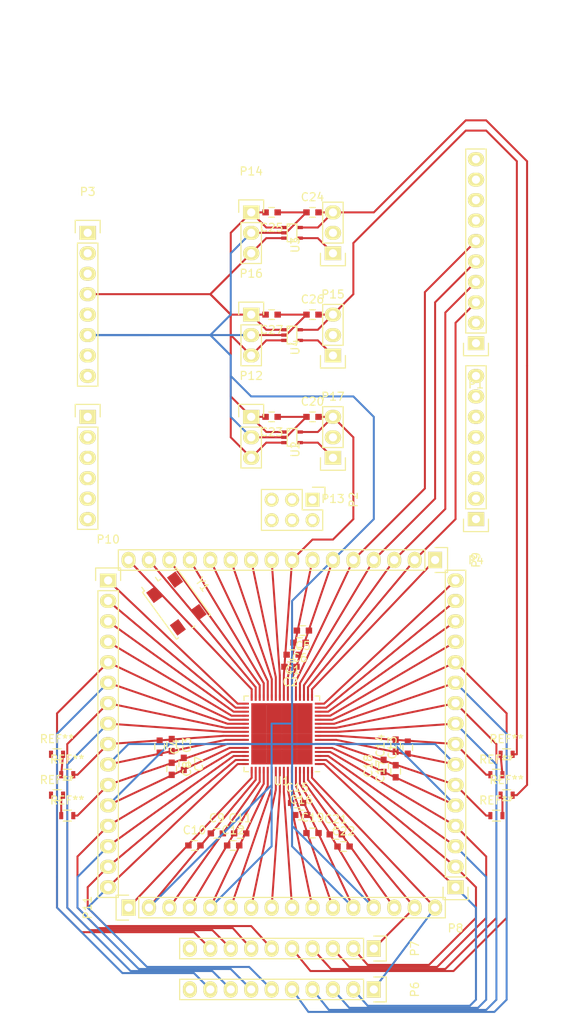
<source format=kicad_pcb>
(kicad_pcb (version 4) (host pcbnew 4.0.2+e4-6225~38~ubuntu14.04.1-stable)

  (general
    (links 212)
    (no_connects 86)
    (area 52.599999 29.499999 123.700001 156.700001)
    (thickness 1.6)
    (drawings 4)
    (tracks 360)
    (zones 0)
    (modules 57)
    (nets 80)
  )

  (page A4)
  (layers
    (0 F.Cu signal)
    (31 B.Cu signal)
    (33 F.Adhes user)
    (35 F.Paste user)
    (37 F.SilkS user)
    (39 F.Mask user)
    (40 Dwgs.User user)
    (41 Cmts.User user)
    (42 Eco1.User user)
    (43 Eco2.User user)
    (44 Edge.Cuts user)
    (45 Margin user)
    (47 F.CrtYd user)
    (49 F.Fab user)
  )

  (setup
    (last_trace_width 0.25)
    (trace_clearance 0.2)
    (zone_clearance 0.508)
    (zone_45_only no)
    (trace_min 0.2)
    (segment_width 0.2)
    (edge_width 0.15)
    (via_size 0.6)
    (via_drill 0.4)
    (via_min_size 0.4)
    (via_min_drill 0.3)
    (uvia_size 0.3)
    (uvia_drill 0.1)
    (uvias_allowed no)
    (uvia_min_size 0.2)
    (uvia_min_drill 0.1)
    (pcb_text_width 0.3)
    (pcb_text_size 1.5 1.5)
    (mod_edge_width 0.15)
    (mod_text_size 1 1)
    (mod_text_width 0.15)
    (pad_size 1.6 1.3)
    (pad_drill 0)
    (pad_to_mask_clearance 0.2)
    (aux_axis_origin 0 0)
    (visible_elements FFFFFFFF)
    (pcbplotparams
      (layerselection 0x00120_80000001)
      (usegerberextensions false)
      (excludeedgelayer true)
      (linewidth 0.100000)
      (plotframeref false)
      (viasonmask false)
      (mode 1)
      (useauxorigin false)
      (hpglpennumber 1)
      (hpglpenspeed 20)
      (hpglpendiameter 15)
      (hpglpenoverlay 2)
      (psnegative false)
      (psa4output false)
      (plotreference true)
      (plotvalue true)
      (plotinvisibletext false)
      (padsonsilk false)
      (subtractmaskfromsilk false)
      (outputformat 5)
      (mirror false)
      (drillshape 0)
      (scaleselection 1)
      (outputdirectory /home/dmitryneuro/git.neuroidss.local/FreeSmartEEG/KiCad/out/))
  )

  (net 0 "")
  (net 1 _IO11)
  (net 2 IO12)
  (net 3 IO13)
  (net 4 AVSS)
  (net 5 AREF)
  (net 6 SDA)
  (net 7 SCL)
  (net 8 5V)
  (net 9 RESET)
  (net 10 IOREF)
  (net 11 3.3V)
  (net 12 VIN)
  (net 13 RX)
  (net 14 TX)
  (net 15 A0)
  (net 16 A1)
  (net 17 A2)
  (net 18 A3)
  (net 19 A4)
  (net 20 A5)
  (net 21 AUXAIN-)
  (net 22 AIN0-)
  (net 23 AIN1-)
  (net 24 AIN2-)
  (net 25 AIN3-)
  (net 26 AIN4-)
  (net 27 AIN5-)
  (net 28 AIN6-)
  (net 29 AIN7-)
  (net 30 AUXAIN+)
  (net 31 AIN0+)
  (net 32 AIN1+)
  (net 33 AIN2+)
  (net 34 AIN3+)
  (net 35 AIN4+)
  (net 36 AIN5+)
  (net 37 AIN6+)
  (net 38 AIN7+)
  (net 39 "Net-(C5-Pad2)")
  (net 40 AVDD)
  (net 41 "Net-(U2-Pad4)")
  (net 42 "Net-(U3-Pad4)")
  (net 43 "Net-(U4-Pad4)")
  (net 44 START)
  (net 45 ADC_RESET)
  (net 46 CS)
  (net 47 SCLK)
  (net 48 SDI)
  (net 49 SDO)
  (net 50 MCU_RESET)
  (net 51 DRDY)
  (net 52 DCLK)
  (net 53 DOUT0)
  (net 54 DOUT1)
  (net 55 DOUT2)
  (net 56 DOUT3)
  (net 57 CLK_SEL)
  (net 58 "Net-(P9-Pad7)")
  (net 59 "Net-(P11-Pad3)")
  (net 60 "Net-(P11-Pad11)")
  (net 61 GPIO0)
  (net 62 GPIO1)
  (net 63 GPIO2)
  (net 64 ALERT)
  (net 65 XTAL1)
  (net 66 XTAL2)
  (net 67 SYNC_OUT)
  (net 68 SYNC_IN)
  (net 69 REF_OUT)
  (net 70 VCM)
  (net 71 OUT_VREF)
  (net 72 "Net-(P13-Pad1)")
  (net 73 "Net-(P13-Pad2)")
  (net 74 "Net-(P15-Pad1)")
  (net 75 "Net-(P15-Pad2)")
  (net 76 "Net-(P17-Pad1)")
  (net 77 "Net-(P17-Pad2)")
  (net 78 "Net-(C9-Pad2)")
  (net 79 "Net-(C19-Pad1)")

  (net_class Default "This is the default net class."
    (clearance 0.2)
    (trace_width 0.25)
    (via_dia 0.6)
    (via_drill 0.4)
    (uvia_dia 0.3)
    (uvia_drill 0.1)
    (add_net 3.3V)
    (add_net 5V)
    (add_net A0)
    (add_net A1)
    (add_net A2)
    (add_net A3)
    (add_net A4)
    (add_net A5)
    (add_net ADC_RESET)
    (add_net AIN0+)
    (add_net AIN0-)
    (add_net AIN1+)
    (add_net AIN1-)
    (add_net AIN2+)
    (add_net AIN2-)
    (add_net AIN3+)
    (add_net AIN3-)
    (add_net AIN4+)
    (add_net AIN4-)
    (add_net AIN5+)
    (add_net AIN5-)
    (add_net AIN6+)
    (add_net AIN6-)
    (add_net AIN7+)
    (add_net AIN7-)
    (add_net ALERT)
    (add_net AREF)
    (add_net AUXAIN+)
    (add_net AUXAIN-)
    (add_net AVDD)
    (add_net AVSS)
    (add_net CLK_SEL)
    (add_net CS)
    (add_net DCLK)
    (add_net DOUT0)
    (add_net DOUT1)
    (add_net DOUT2)
    (add_net DOUT3)
    (add_net DRDY)
    (add_net GPIO0)
    (add_net GPIO1)
    (add_net GPIO2)
    (add_net IO12)
    (add_net IO13)
    (add_net IOREF)
    (add_net MCU_RESET)
    (add_net "Net-(C19-Pad1)")
    (add_net "Net-(C5-Pad2)")
    (add_net "Net-(C9-Pad2)")
    (add_net "Net-(P11-Pad11)")
    (add_net "Net-(P11-Pad3)")
    (add_net "Net-(P13-Pad1)")
    (add_net "Net-(P13-Pad2)")
    (add_net "Net-(P15-Pad1)")
    (add_net "Net-(P15-Pad2)")
    (add_net "Net-(P17-Pad1)")
    (add_net "Net-(P17-Pad2)")
    (add_net "Net-(P9-Pad7)")
    (add_net "Net-(U2-Pad4)")
    (add_net "Net-(U3-Pad4)")
    (add_net "Net-(U4-Pad4)")
    (add_net OUT_VREF)
    (add_net REF_OUT)
    (add_net RESET)
    (add_net RX)
    (add_net SCL)
    (add_net SCLK)
    (add_net SDA)
    (add_net SDI)
    (add_net SDO)
    (add_net START)
    (add_net SYNC_IN)
    (add_net SYNC_OUT)
    (add_net TX)
    (add_net VCM)
    (add_net VIN)
    (add_net XTAL1)
    (add_net XTAL2)
    (add_net _IO11)
  )

  (module Resistors_SMD:R_0603 (layer F.Cu) (tedit 5782639B) (tstamp 57838D4D)
    (at 59.69 128.27)
    (descr "Resistor SMD 0603, reflow soldering, Vishay (see dcrcw.pdf)")
    (tags "resistor 0603")
    (attr smd)
    (fp_text reference REF** (at 0 -1.9) (layer F.SilkS)
      (effects (font (size 1 1) (thickness 0.15)))
    )
    (fp_text value 0 (at 0 1.9) (layer F.Fab)
      (effects (font (size 1 1) (thickness 0.15)))
    )
    (fp_line (start -1.3 -0.8) (end 1.3 -0.8) (layer F.CrtYd) (width 0.05))
    (fp_line (start -1.3 0.8) (end 1.3 0.8) (layer F.CrtYd) (width 0.05))
    (fp_line (start -1.3 -0.8) (end -1.3 0.8) (layer F.CrtYd) (width 0.05))
    (fp_line (start 1.3 -0.8) (end 1.3 0.8) (layer F.CrtYd) (width 0.05))
    (fp_line (start 0.5 0.675) (end -0.5 0.675) (layer F.SilkS) (width 0.15))
    (fp_line (start -0.5 -0.675) (end 0.5 -0.675) (layer F.SilkS) (width 0.15))
    (pad 1 smd rect (at -0.75 0) (size 0.5 0.9) (layers F.Cu F.Paste F.Mask))
    (pad 2 smd rect (at 0.75 0) (size 0.5 0.9) (layers F.Cu F.Paste F.Mask))
    (model Resistors_SMD.3dshapes/R_0603.wrl
      (at (xyz 0 0 0))
      (scale (xyz 1 1 1))
      (rotate (xyz 0 0 0))
    )
  )

  (module Resistors_SMD:R_0603 (layer F.Cu) (tedit 5782639B) (tstamp 57838D40)
    (at 60.96 130.81)
    (descr "Resistor SMD 0603, reflow soldering, Vishay (see dcrcw.pdf)")
    (tags "resistor 0603")
    (attr smd)
    (fp_text reference REF** (at 0 -1.9) (layer F.SilkS)
      (effects (font (size 1 1) (thickness 0.15)))
    )
    (fp_text value 0 (at 0 1.9) (layer F.Fab)
      (effects (font (size 1 1) (thickness 0.15)))
    )
    (fp_line (start -1.3 -0.8) (end 1.3 -0.8) (layer F.CrtYd) (width 0.05))
    (fp_line (start -1.3 0.8) (end 1.3 0.8) (layer F.CrtYd) (width 0.05))
    (fp_line (start -1.3 -0.8) (end -1.3 0.8) (layer F.CrtYd) (width 0.05))
    (fp_line (start 1.3 -0.8) (end 1.3 0.8) (layer F.CrtYd) (width 0.05))
    (fp_line (start 0.5 0.675) (end -0.5 0.675) (layer F.SilkS) (width 0.15))
    (fp_line (start -0.5 -0.675) (end 0.5 -0.675) (layer F.SilkS) (width 0.15))
    (pad 1 smd rect (at -0.75 0) (size 0.5 0.9) (layers F.Cu F.Paste F.Mask))
    (pad 2 smd rect (at 0.75 0) (size 0.5 0.9) (layers F.Cu F.Paste F.Mask))
    (model Resistors_SMD.3dshapes/R_0603.wrl
      (at (xyz 0 0 0))
      (scale (xyz 1 1 1))
      (rotate (xyz 0 0 0))
    )
  )

  (module Resistors_SMD:R_0603 (layer F.Cu) (tedit 5782639B) (tstamp 57838AA2)
    (at 115.57 128.27)
    (descr "Resistor SMD 0603, reflow soldering, Vishay (see dcrcw.pdf)")
    (tags "resistor 0603")
    (attr smd)
    (fp_text reference REF** (at 0 -1.9) (layer F.SilkS)
      (effects (font (size 1 1) (thickness 0.15)))
    )
    (fp_text value 0 (at 0 1.9) (layer F.Fab)
      (effects (font (size 1 1) (thickness 0.15)))
    )
    (fp_line (start -1.3 -0.8) (end 1.3 -0.8) (layer F.CrtYd) (width 0.05))
    (fp_line (start -1.3 0.8) (end 1.3 0.8) (layer F.CrtYd) (width 0.05))
    (fp_line (start -1.3 -0.8) (end -1.3 0.8) (layer F.CrtYd) (width 0.05))
    (fp_line (start 1.3 -0.8) (end 1.3 0.8) (layer F.CrtYd) (width 0.05))
    (fp_line (start 0.5 0.675) (end -0.5 0.675) (layer F.SilkS) (width 0.15))
    (fp_line (start -0.5 -0.675) (end 0.5 -0.675) (layer F.SilkS) (width 0.15))
    (pad 1 smd rect (at -0.75 0) (size 0.5 0.9) (layers F.Cu F.Paste F.Mask))
    (pad 2 smd rect (at 0.75 0) (size 0.5 0.9) (layers F.Cu F.Paste F.Mask))
    (model Resistors_SMD.3dshapes/R_0603.wrl
      (at (xyz 0 0 0))
      (scale (xyz 1 1 1))
      (rotate (xyz 0 0 0))
    )
  )

  (module Resistors_SMD:R_0603 (layer F.Cu) (tedit 5782639B) (tstamp 57838A96)
    (at 114.3 130.81)
    (descr "Resistor SMD 0603, reflow soldering, Vishay (see dcrcw.pdf)")
    (tags "resistor 0603")
    (attr smd)
    (fp_text reference REF** (at 0 -1.9) (layer F.SilkS)
      (effects (font (size 1 1) (thickness 0.15)))
    )
    (fp_text value 0 (at 0 1.9) (layer F.Fab)
      (effects (font (size 1 1) (thickness 0.15)))
    )
    (fp_line (start -1.3 -0.8) (end 1.3 -0.8) (layer F.CrtYd) (width 0.05))
    (fp_line (start -1.3 0.8) (end 1.3 0.8) (layer F.CrtYd) (width 0.05))
    (fp_line (start -1.3 -0.8) (end -1.3 0.8) (layer F.CrtYd) (width 0.05))
    (fp_line (start 1.3 -0.8) (end 1.3 0.8) (layer F.CrtYd) (width 0.05))
    (fp_line (start 0.5 0.675) (end -0.5 0.675) (layer F.SilkS) (width 0.15))
    (fp_line (start -0.5 -0.675) (end 0.5 -0.675) (layer F.SilkS) (width 0.15))
    (pad 1 smd rect (at -0.75 0) (size 0.5 0.9) (layers F.Cu F.Paste F.Mask))
    (pad 2 smd rect (at 0.75 0) (size 0.5 0.9) (layers F.Cu F.Paste F.Mask))
    (model Resistors_SMD.3dshapes/R_0603.wrl
      (at (xyz 0 0 0))
      (scale (xyz 1 1 1))
      (rotate (xyz 0 0 0))
    )
  )

  (module Resistors_SMD:R_0603 (layer F.Cu) (tedit 5782639B) (tstamp 578264ED)
    (at 115.57 123.19)
    (descr "Resistor SMD 0603, reflow soldering, Vishay (see dcrcw.pdf)")
    (tags "resistor 0603")
    (attr smd)
    (fp_text reference REF** (at 0 -1.9) (layer F.SilkS)
      (effects (font (size 1 1) (thickness 0.15)))
    )
    (fp_text value 0 (at 0 1.9) (layer F.Fab)
      (effects (font (size 1 1) (thickness 0.15)))
    )
    (fp_line (start -1.3 -0.8) (end 1.3 -0.8) (layer F.CrtYd) (width 0.05))
    (fp_line (start -1.3 0.8) (end 1.3 0.8) (layer F.CrtYd) (width 0.05))
    (fp_line (start -1.3 -0.8) (end -1.3 0.8) (layer F.CrtYd) (width 0.05))
    (fp_line (start 1.3 -0.8) (end 1.3 0.8) (layer F.CrtYd) (width 0.05))
    (fp_line (start 0.5 0.675) (end -0.5 0.675) (layer F.SilkS) (width 0.15))
    (fp_line (start -0.5 -0.675) (end 0.5 -0.675) (layer F.SilkS) (width 0.15))
    (pad 1 smd rect (at -0.75 0) (size 0.5 0.9) (layers F.Cu F.Paste F.Mask))
    (pad 2 smd rect (at 0.75 0) (size 0.5 0.9) (layers F.Cu F.Paste F.Mask))
    (model Resistors_SMD.3dshapes/R_0603.wrl
      (at (xyz 0 0 0))
      (scale (xyz 1 1 1))
      (rotate (xyz 0 0 0))
    )
  )

  (module Resistors_SMD:R_0603 (layer F.Cu) (tedit 5782639B) (tstamp 578264BC)
    (at 114.3 125.73)
    (descr "Resistor SMD 0603, reflow soldering, Vishay (see dcrcw.pdf)")
    (tags "resistor 0603")
    (attr smd)
    (fp_text reference REF** (at 0 -1.9) (layer F.SilkS)
      (effects (font (size 1 1) (thickness 0.15)))
    )
    (fp_text value 0 (at 0 1.9) (layer F.Fab)
      (effects (font (size 1 1) (thickness 0.15)))
    )
    (fp_line (start -1.3 -0.8) (end 1.3 -0.8) (layer F.CrtYd) (width 0.05))
    (fp_line (start -1.3 0.8) (end 1.3 0.8) (layer F.CrtYd) (width 0.05))
    (fp_line (start -1.3 -0.8) (end -1.3 0.8) (layer F.CrtYd) (width 0.05))
    (fp_line (start 1.3 -0.8) (end 1.3 0.8) (layer F.CrtYd) (width 0.05))
    (fp_line (start 0.5 0.675) (end -0.5 0.675) (layer F.SilkS) (width 0.15))
    (fp_line (start -0.5 -0.675) (end 0.5 -0.675) (layer F.SilkS) (width 0.15))
    (pad 1 smd rect (at -0.75 0) (size 0.5 0.9) (layers F.Cu F.Paste F.Mask))
    (pad 2 smd rect (at 0.75 0) (size 0.5 0.9) (layers F.Cu F.Paste F.Mask))
    (model Resistors_SMD.3dshapes/R_0603.wrl
      (at (xyz 0 0 0))
      (scale (xyz 1 1 1))
      (rotate (xyz 0 0 0))
    )
  )

  (module Resistors_SMD:R_0603 (layer F.Cu) (tedit 5782639B) (tstamp 578263D4)
    (at 59.69 123.19)
    (descr "Resistor SMD 0603, reflow soldering, Vishay (see dcrcw.pdf)")
    (tags "resistor 0603")
    (attr smd)
    (fp_text reference REF** (at 0 -1.9) (layer F.SilkS)
      (effects (font (size 1 1) (thickness 0.15)))
    )
    (fp_text value 0 (at 0 1.9) (layer F.Fab)
      (effects (font (size 1 1) (thickness 0.15)))
    )
    (fp_line (start -1.3 -0.8) (end 1.3 -0.8) (layer F.CrtYd) (width 0.05))
    (fp_line (start -1.3 0.8) (end 1.3 0.8) (layer F.CrtYd) (width 0.05))
    (fp_line (start -1.3 -0.8) (end -1.3 0.8) (layer F.CrtYd) (width 0.05))
    (fp_line (start 1.3 -0.8) (end 1.3 0.8) (layer F.CrtYd) (width 0.05))
    (fp_line (start 0.5 0.675) (end -0.5 0.675) (layer F.SilkS) (width 0.15))
    (fp_line (start -0.5 -0.675) (end 0.5 -0.675) (layer F.SilkS) (width 0.15))
    (pad 1 smd rect (at -0.75 0) (size 0.5 0.9) (layers F.Cu F.Paste F.Mask))
    (pad 2 smd rect (at 0.75 0) (size 0.5 0.9) (layers F.Cu F.Paste F.Mask))
    (model Resistors_SMD.3dshapes/R_0603.wrl
      (at (xyz 0 0 0))
      (scale (xyz 1 1 1))
      (rotate (xyz 0 0 0))
    )
  )

  (module LFCSP-64-1EP_9x9mm_Pitch0.5mm (layer F.Cu) (tedit 57821FA2) (tstamp 57804CFA)
    (at 87.63 120.65 180)
    (descr "64-Lead Plastic Quad Flat, No Lead Package (MR) - 9x9x0.9 mm Body [QFN]; (see Microchip Packaging Specification 00000049BS.pdf)")
    (tags "64-pin LFCSP 0.5")
    (path /577FE1B1)
    (attr smd)
    (fp_text reference U1 (at 0 -5.875 180) (layer F.SilkS)
      (effects (font (size 1 1) (thickness 0.15)))
    )
    (fp_text value AD7779 (at 0 5.875 180) (layer F.Fab)
      (effects (font (size 1 1) (thickness 0.15)))
    )
    (fp_line (start -5.15 -5.15) (end -5.15 5.15) (layer F.CrtYd) (width 0.05))
    (fp_line (start 5.15 -5.15) (end 5.15 5.15) (layer F.CrtYd) (width 0.05))
    (fp_line (start -5.15 -5.15) (end 5.15 -5.15) (layer F.CrtYd) (width 0.05))
    (fp_line (start -5.15 5.15) (end 5.15 5.15) (layer F.CrtYd) (width 0.05))
    (fp_line (start 4.7 -4.7) (end 4.7 -4.125) (layer F.SilkS) (width 0.15))
    (fp_line (start -4.7 4.7) (end -4.7 4.125) (layer F.SilkS) (width 0.15))
    (fp_line (start 4.7 4.7) (end 4.7 4.125) (layer F.SilkS) (width 0.15))
    (fp_line (start -4.7 -4.7) (end -4.125 -4.7) (layer F.SilkS) (width 0.15))
    (fp_line (start -4.7 4.7) (end -4.125 4.7) (layer F.SilkS) (width 0.15))
    (fp_line (start 4.7 4.7) (end 4.125 4.7) (layer F.SilkS) (width 0.15))
    (fp_line (start 4.7 -4.7) (end 4.125 -4.7) (layer F.SilkS) (width 0.15))
    (pad 1 smd rect (at -4.5 -3.75 180) (size 0.8 0.25) (layers F.Cu F.Paste F.Mask)
      (net 22 AIN0-))
    (pad 2 smd rect (at -4.5 -3.25 180) (size 0.8 0.25) (layers F.Cu F.Paste F.Mask)
      (net 31 AIN0+))
    (pad 3 smd rect (at -4.5 -2.75 180) (size 0.8 0.25) (layers F.Cu F.Paste F.Mask)
      (net 23 AIN1-))
    (pad 4 smd rect (at -4.5 -2.25 180) (size 0.8 0.25) (layers F.Cu F.Paste F.Mask)
      (net 32 AIN1+))
    (pad 5 smd rect (at -4.5 -1.75 180) (size 0.8 0.25) (layers F.Cu F.Paste F.Mask)
      (net 4 AVSS))
    (pad 6 smd rect (at -4.5 -1.25 180) (size 0.8 0.25) (layers F.Cu F.Paste F.Mask)
      (net 40 AVDD))
    (pad 7 smd rect (at -4.5 -0.75 180) (size 0.8 0.25) (layers F.Cu F.Paste F.Mask)
      (net 4 AVSS))
    (pad 8 smd rect (at -4.5 -0.25 180) (size 0.8 0.25) (layers F.Cu F.Paste F.Mask)
      (net 71 OUT_VREF))
    (pad 9 smd rect (at -4.5 0.25 180) (size 0.8 0.25) (layers F.Cu F.Paste F.Mask)
      (net 24 AIN2-))
    (pad 10 smd rect (at -4.5 0.75 180) (size 0.8 0.25) (layers F.Cu F.Paste F.Mask)
      (net 33 AIN2+))
    (pad 11 smd rect (at -4.5 1.25 180) (size 0.8 0.25) (layers F.Cu F.Paste F.Mask)
      (net 25 AIN3-))
    (pad 12 smd rect (at -4.5 1.75 180) (size 0.8 0.25) (layers F.Cu F.Paste F.Mask)
      (net 34 AIN3+))
    (pad 13 smd rect (at -4.5 2.25 180) (size 0.8 0.25) (layers F.Cu F.Paste F.Mask)
      (net 61 GPIO0))
    (pad 14 smd rect (at -4.5 2.75 180) (size 0.8 0.25) (layers F.Cu F.Paste F.Mask)
      (net 62 GPIO1))
    (pad 15 smd rect (at -4.5 3.25 180) (size 0.8 0.25) (layers F.Cu F.Paste F.Mask)
      (net 63 GPIO2))
    (pad 16 smd rect (at -4.5 3.75 180) (size 0.8 0.25) (layers F.Cu F.Paste F.Mask)
      (net 64 ALERT))
    (pad 17 smd rect (at -3.75 4.5 270) (size 0.8 0.25) (layers F.Cu F.Paste F.Mask)
      (net 57 CLK_SEL))
    (pad 18 smd rect (at -3.25 4.5 270) (size 0.8 0.25) (layers F.Cu F.Paste F.Mask)
      (net 46 CS))
    (pad 19 smd rect (at -2.75 4.5 270) (size 0.8 0.25) (layers F.Cu F.Paste F.Mask)
      (net 47 SCLK))
    (pad 20 smd rect (at -2.25 4.5 270) (size 0.8 0.25) (layers F.Cu F.Paste F.Mask)
      (net 48 SDI))
    (pad 21 smd rect (at -1.75 4.5 270) (size 0.8 0.25) (layers F.Cu F.Paste F.Mask)
      (net 49 SDO))
    (pad 22 smd rect (at -1.25 4.5 270) (size 0.8 0.25) (layers F.Cu F.Paste F.Mask)
      (net 4 AVSS))
    (pad 23 smd rect (at -0.75 4.5 270) (size 0.8 0.25) (layers F.Cu F.Paste F.Mask)
      (net 39 "Net-(C5-Pad2)"))
    (pad 24 smd rect (at -0.25 4.5 270) (size 0.8 0.25) (layers F.Cu F.Paste F.Mask)
      (net 57 CLK_SEL))
    (pad 25 smd rect (at 0.25 4.5 270) (size 0.8 0.25) (layers F.Cu F.Paste F.Mask)
      (net 56 DOUT3))
    (pad 26 smd rect (at 0.75 4.5 270) (size 0.8 0.25) (layers F.Cu F.Paste F.Mask)
      (net 55 DOUT2))
    (pad 27 smd rect (at 1.25 4.5 270) (size 0.8 0.25) (layers F.Cu F.Paste F.Mask)
      (net 54 DOUT1))
    (pad 28 smd rect (at 1.75 4.5 270) (size 0.8 0.25) (layers F.Cu F.Paste F.Mask)
      (net 53 DOUT0))
    (pad 29 smd rect (at 2.25 4.5 270) (size 0.8 0.25) (layers F.Cu F.Paste F.Mask)
      (net 52 DCLK))
    (pad 30 smd rect (at 2.75 4.5 270) (size 0.8 0.25) (layers F.Cu F.Paste F.Mask)
      (net 51 DRDY))
    (pad 31 smd rect (at 3.25 4.5 270) (size 0.8 0.25) (layers F.Cu F.Paste F.Mask)
      (net 65 XTAL1))
    (pad 32 smd rect (at 3.75 4.5 270) (size 0.8 0.25) (layers F.Cu F.Paste F.Mask)
      (net 66 XTAL2))
    (pad 33 smd rect (at 4.5 3.75 180) (size 0.8 0.25) (layers F.Cu F.Paste F.Mask)
      (net 44 START))
    (pad 34 smd rect (at 4.5 3.25 180) (size 0.8 0.25) (layers F.Cu F.Paste F.Mask)
      (net 67 SYNC_OUT))
    (pad 35 smd rect (at 4.5 2.75 180) (size 0.8 0.25) (layers F.Cu F.Paste F.Mask)
      (net 68 SYNC_IN))
    (pad 36 smd rect (at 4.5 2.25 180) (size 0.8 0.25) (layers F.Cu F.Paste F.Mask)
      (net 45 ADC_RESET))
    (pad 37 smd rect (at 4.5 1.75 180) (size 0.8 0.25) (layers F.Cu F.Paste F.Mask)
      (net 38 AIN7+))
    (pad 38 smd rect (at 4.5 1.25 180) (size 0.8 0.25) (layers F.Cu F.Paste F.Mask)
      (net 29 AIN7-))
    (pad 39 smd rect (at 4.5 0.75 180) (size 0.8 0.25) (layers F.Cu F.Paste F.Mask)
      (net 37 AIN6+))
    (pad 40 smd rect (at 4.5 0.25 180) (size 0.8 0.25) (layers F.Cu F.Paste F.Mask)
      (net 28 AIN6-))
    (pad 41 smd rect (at 4.5 -0.25 180) (size 0.8 0.25) (layers F.Cu F.Paste F.Mask)
      (net 71 OUT_VREF))
    (pad 42 smd rect (at 4.5 -0.75 180) (size 0.8 0.25) (layers F.Cu F.Paste F.Mask)
      (net 4 AVSS))
    (pad 43 smd rect (at 4.5 -1.25 180) (size 0.8 0.25) (layers F.Cu F.Paste F.Mask)
      (net 40 AVDD))
    (pad 44 smd rect (at 4.5 -1.75 180) (size 0.8 0.25) (layers F.Cu F.Paste F.Mask)
      (net 4 AVSS))
    (pad 45 smd rect (at 4.5 -2.25 180) (size 0.8 0.25) (layers F.Cu F.Paste F.Mask)
      (net 36 AIN5+))
    (pad 46 smd rect (at 4.5 -2.75 180) (size 0.8 0.25) (layers F.Cu F.Paste F.Mask)
      (net 27 AIN5-))
    (pad 47 smd rect (at 4.5 -3.25 180) (size 0.8 0.25) (layers F.Cu F.Paste F.Mask)
      (net 35 AIN4+))
    (pad 48 smd rect (at 4.5 -3.75 180) (size 0.8 0.25) (layers F.Cu F.Paste F.Mask)
      (net 26 AIN4-))
    (pad 49 smd rect (at 3.75 -4.5 270) (size 0.8 0.25) (layers F.Cu F.Paste F.Mask)
      (net 69 REF_OUT))
    (pad 50 smd rect (at 3.25 -4.5 270) (size 0.8 0.25) (layers F.Cu F.Paste F.Mask)
      (net 4 AVSS))
    (pad 51 smd rect (at 2.75 -4.5 270) (size 0.8 0.25) (layers F.Cu F.Paste F.Mask)
      (net 78 "Net-(C9-Pad2)"))
    (pad 52 smd rect (at 2.25 -4.5 270) (size 0.8 0.25) (layers F.Cu F.Paste F.Mask)
      (net 40 AVDD))
    (pad 53 smd rect (at 1.75 -4.5 270) (size 0.8 0.25) (layers F.Cu F.Paste F.Mask)
      (net 4 AVSS))
    (pad 54 smd rect (at 1.25 -4.5 270) (size 0.8 0.25) (layers F.Cu F.Paste F.Mask)
      (net 57 CLK_SEL))
    (pad 55 smd rect (at 0.75 -4.5 270) (size 0.8 0.25) (layers F.Cu F.Paste F.Mask)
      (net 57 CLK_SEL))
    (pad 56 smd rect (at 0.25 -4.5 270) (size 0.8 0.25) (layers F.Cu F.Paste F.Mask)
      (net 57 CLK_SEL))
    (pad 57 smd rect (at -0.25 -4.5 270) (size 0.8 0.25) (layers F.Cu F.Paste F.Mask)
      (net 70 VCM))
    (pad 58 smd rect (at -0.75 -4.5 270) (size 0.8 0.25) (layers F.Cu F.Paste F.Mask)
      (net 40 AVDD))
    (pad 59 smd rect (at -1.25 -4.5 270) (size 0.8 0.25) (layers F.Cu F.Paste F.Mask)
      (net 79 "Net-(C19-Pad1)"))
    (pad 60 smd rect (at -1.75 -4.5 270) (size 0.8 0.25) (layers F.Cu F.Paste F.Mask)
      (net 4 AVSS))
    (pad 61 smd rect (at -2.25 -4.5 270) (size 0.8 0.25) (layers F.Cu F.Paste F.Mask)
      (net 4 AVSS))
    (pad 62 smd rect (at -2.75 -4.5 270) (size 0.8 0.25) (layers F.Cu F.Paste F.Mask)
      (net 40 AVDD))
    (pad 63 smd rect (at -3.25 -4.5 270) (size 0.8 0.25) (layers F.Cu F.Paste F.Mask)
      (net 30 AUXAIN+))
    (pad 64 smd rect (at -3.75 -4.5 270) (size 0.8 0.25) (layers F.Cu F.Paste F.Mask)
      (net 21 AUXAIN-))
    (pad 65 smd rect (at 2.85 2.85 180) (size 1.9 1.9) (layers F.Cu F.Paste F.Mask)
      (net 4 AVSS) (solder_paste_margin_ratio -0.2))
    (pad 65 smd rect (at 2.85 0.95 180) (size 1.9 1.9) (layers F.Cu F.Paste F.Mask)
      (net 4 AVSS) (solder_paste_margin_ratio -0.2))
    (pad 65 smd rect (at 2.85 -0.95 180) (size 1.9 1.9) (layers F.Cu F.Paste F.Mask)
      (net 4 AVSS) (solder_paste_margin_ratio -0.2))
    (pad 65 smd rect (at 2.85 -2.85 180) (size 1.9 1.9) (layers F.Cu F.Paste F.Mask)
      (net 4 AVSS) (solder_paste_margin_ratio -0.2))
    (pad 65 smd rect (at 0.95 2.85 180) (size 1.9 1.9) (layers F.Cu F.Paste F.Mask)
      (net 4 AVSS) (solder_paste_margin_ratio -0.2))
    (pad 65 smd rect (at 0.95 0.95 180) (size 1.9 1.9) (layers F.Cu F.Paste F.Mask)
      (net 4 AVSS) (solder_paste_margin_ratio -0.2))
    (pad 65 smd rect (at 0.95 -0.95 180) (size 1.9 1.9) (layers F.Cu F.Paste F.Mask)
      (net 4 AVSS) (solder_paste_margin_ratio -0.2))
    (pad 65 smd rect (at 0.95 -2.85 180) (size 1.9 1.9) (layers F.Cu F.Paste F.Mask)
      (net 4 AVSS) (solder_paste_margin_ratio -0.2))
    (pad 65 smd rect (at -0.95 2.85 180) (size 1.9 1.9) (layers F.Cu F.Paste F.Mask)
      (net 4 AVSS) (solder_paste_margin_ratio -0.2))
    (pad 65 smd rect (at -0.95 0.95 180) (size 1.9 1.9) (layers F.Cu F.Paste F.Mask)
      (net 4 AVSS) (solder_paste_margin_ratio -0.2))
    (pad 65 smd rect (at -0.95 -0.95 180) (size 1.9 1.9) (layers F.Cu F.Paste F.Mask)
      (net 4 AVSS) (solder_paste_margin_ratio -0.2))
    (pad 65 smd rect (at -0.95 -2.85 180) (size 1.9 1.9) (layers F.Cu F.Paste F.Mask)
      (net 4 AVSS) (solder_paste_margin_ratio -0.2))
    (pad 65 smd rect (at -2.85 2.85 180) (size 1.9 1.9) (layers F.Cu F.Paste F.Mask)
      (net 4 AVSS) (solder_paste_margin_ratio -0.2))
    (pad 65 smd rect (at -2.85 0.95 180) (size 1.9 1.9) (layers F.Cu F.Paste F.Mask)
      (net 4 AVSS) (solder_paste_margin_ratio -0.2))
    (pad 65 smd rect (at -2.85 -0.95 180) (size 1.9 1.9) (layers F.Cu F.Paste F.Mask)
      (net 4 AVSS) (solder_paste_margin_ratio -0.2))
    (pad 65 smd rect (at -2.85 -2.85 180) (size 1.9 1.9) (layers F.Cu F.Paste F.Mask)
      (net 4 AVSS) (solder_paste_margin_ratio -0.2))
    (model Housings_DFN_QFN.3dshapes/QFN-64-1EP_9x9mm_Pitch0.5mm.wrl
      (at (xyz 0 0 0))
      (scale (xyz 1 1 1))
      (rotate (xyz 0 0 0))
    )
  )

  (module Pin_Headers:Pin_Header_Straight_1x03 (layer F.Cu) (tedit 5780FED9) (tstamp 57833DD7)
    (at 93.98 73.66 180)
    (descr "Through hole pin header")
    (tags "pin header")
    (path /5783DBCD)
    (fp_text reference P17 (at 0 -5.1 180) (layer F.SilkS)
      (effects (font (size 1 1) (thickness 0.15)))
    )
    (fp_text value CONN_01X03 (at 0 -3.1 180) (layer F.Fab)
      (effects (font (size 1 1) (thickness 0.15)))
    )
    (fp_line (start -1.75 -1.75) (end -1.75 6.85) (layer F.CrtYd) (width 0.05))
    (fp_line (start 1.75 -1.75) (end 1.75 6.85) (layer F.CrtYd) (width 0.05))
    (fp_line (start -1.75 -1.75) (end 1.75 -1.75) (layer F.CrtYd) (width 0.05))
    (fp_line (start -1.75 6.85) (end 1.75 6.85) (layer F.CrtYd) (width 0.05))
    (fp_line (start -1.27 1.27) (end -1.27 6.35) (layer F.SilkS) (width 0.15))
    (fp_line (start -1.27 6.35) (end 1.27 6.35) (layer F.SilkS) (width 0.15))
    (fp_line (start 1.27 6.35) (end 1.27 1.27) (layer F.SilkS) (width 0.15))
    (fp_line (start 1.55 -1.55) (end 1.55 0) (layer F.SilkS) (width 0.15))
    (fp_line (start 1.27 1.27) (end -1.27 1.27) (layer F.SilkS) (width 0.15))
    (fp_line (start -1.55 0) (end -1.55 -1.55) (layer F.SilkS) (width 0.15))
    (fp_line (start -1.55 -1.55) (end 1.55 -1.55) (layer F.SilkS) (width 0.15))
    (pad 1 thru_hole rect (at 0 0 180) (size 2.032 1.7272) (drill 1.016) (layers *.Cu *.Mask F.SilkS)
      (net 76 "Net-(P17-Pad1)"))
    (pad 2 thru_hole oval (at 0 2.54 180) (size 2.032 1.7272) (drill 1.016) (layers *.Cu *.Mask F.SilkS)
      (net 77 "Net-(P17-Pad2)"))
    (pad 3 thru_hole oval (at 0 5.08 180) (size 2.032 1.7272) (drill 1.016) (layers *.Cu *.Mask F.SilkS)
      (net 71 OUT_VREF))
    (model Pin_Headers.3dshapes/Pin_Header_Straight_1x03.wrl
      (at (xyz 0 -0.1 0))
      (scale (xyz 1 1 1))
      (rotate (xyz 0 0 90))
    )
  )

  (module Pin_Headers:Pin_Header_Straight_1x03 (layer F.Cu) (tedit 5780FED1) (tstamp 57833DC6)
    (at 83.82 68.58)
    (descr "Through hole pin header")
    (tags "pin header")
    (path /5783DB30)
    (fp_text reference P16 (at 0 -5.1) (layer F.SilkS)
      (effects (font (size 1 1) (thickness 0.15)))
    )
    (fp_text value CONN_01X03 (at 0 -3.1) (layer F.Fab)
      (effects (font (size 1 1) (thickness 0.15)))
    )
    (fp_line (start -1.75 -1.75) (end -1.75 6.85) (layer F.CrtYd) (width 0.05))
    (fp_line (start 1.75 -1.75) (end 1.75 6.85) (layer F.CrtYd) (width 0.05))
    (fp_line (start -1.75 -1.75) (end 1.75 -1.75) (layer F.CrtYd) (width 0.05))
    (fp_line (start -1.75 6.85) (end 1.75 6.85) (layer F.CrtYd) (width 0.05))
    (fp_line (start -1.27 1.27) (end -1.27 6.35) (layer F.SilkS) (width 0.15))
    (fp_line (start -1.27 6.35) (end 1.27 6.35) (layer F.SilkS) (width 0.15))
    (fp_line (start 1.27 6.35) (end 1.27 1.27) (layer F.SilkS) (width 0.15))
    (fp_line (start 1.55 -1.55) (end 1.55 0) (layer F.SilkS) (width 0.15))
    (fp_line (start 1.27 1.27) (end -1.27 1.27) (layer F.SilkS) (width 0.15))
    (fp_line (start -1.55 0) (end -1.55 -1.55) (layer F.SilkS) (width 0.15))
    (fp_line (start -1.55 -1.55) (end 1.55 -1.55) (layer F.SilkS) (width 0.15))
    (pad 1 thru_hole rect (at 0 0) (size 2.032 1.7272) (drill 1.016) (layers *.Cu *.Mask F.SilkS)
      (net 11 3.3V))
    (pad 2 thru_hole oval (at 0 2.54) (size 2.032 1.7272) (drill 1.016) (layers *.Cu *.Mask F.SilkS)
      (net 4 AVSS))
    (pad 3 thru_hole oval (at 0 5.08) (size 2.032 1.7272) (drill 1.016) (layers *.Cu *.Mask F.SilkS)
      (net 11 3.3V))
    (model Pin_Headers.3dshapes/Pin_Header_Straight_1x03.wrl
      (at (xyz 0 -0.1 0))
      (scale (xyz 1 1 1))
      (rotate (xyz 0 0 90))
    )
  )

  (module Pin_Headers:Pin_Header_Straight_1x03 (layer F.Cu) (tedit 5780FECB) (tstamp 57833DB5)
    (at 93.98 60.96 180)
    (descr "Through hole pin header")
    (tags "pin header")
    (path /5783DA96)
    (fp_text reference P15 (at 0 -5.1 180) (layer F.SilkS)
      (effects (font (size 1 1) (thickness 0.15)))
    )
    (fp_text value CONN_01X03 (at 0 -3.1 180) (layer F.Fab)
      (effects (font (size 1 1) (thickness 0.15)))
    )
    (fp_line (start -1.75 -1.75) (end -1.75 6.85) (layer F.CrtYd) (width 0.05))
    (fp_line (start 1.75 -1.75) (end 1.75 6.85) (layer F.CrtYd) (width 0.05))
    (fp_line (start -1.75 -1.75) (end 1.75 -1.75) (layer F.CrtYd) (width 0.05))
    (fp_line (start -1.75 6.85) (end 1.75 6.85) (layer F.CrtYd) (width 0.05))
    (fp_line (start -1.27 1.27) (end -1.27 6.35) (layer F.SilkS) (width 0.15))
    (fp_line (start -1.27 6.35) (end 1.27 6.35) (layer F.SilkS) (width 0.15))
    (fp_line (start 1.27 6.35) (end 1.27 1.27) (layer F.SilkS) (width 0.15))
    (fp_line (start 1.55 -1.55) (end 1.55 0) (layer F.SilkS) (width 0.15))
    (fp_line (start 1.27 1.27) (end -1.27 1.27) (layer F.SilkS) (width 0.15))
    (fp_line (start -1.55 0) (end -1.55 -1.55) (layer F.SilkS) (width 0.15))
    (fp_line (start -1.55 -1.55) (end 1.55 -1.55) (layer F.SilkS) (width 0.15))
    (pad 1 thru_hole rect (at 0 0 180) (size 2.032 1.7272) (drill 1.016) (layers *.Cu *.Mask F.SilkS)
      (net 74 "Net-(P15-Pad1)"))
    (pad 2 thru_hole oval (at 0 2.54 180) (size 2.032 1.7272) (drill 1.016) (layers *.Cu *.Mask F.SilkS)
      (net 75 "Net-(P15-Pad2)"))
    (pad 3 thru_hole oval (at 0 5.08 180) (size 2.032 1.7272) (drill 1.016) (layers *.Cu *.Mask F.SilkS)
      (net 40 AVDD))
    (model Pin_Headers.3dshapes/Pin_Header_Straight_1x03.wrl
      (at (xyz 0 -0.1 0))
      (scale (xyz 1 1 1))
      (rotate (xyz 0 0 90))
    )
  )

  (module Pin_Headers:Pin_Header_Straight_1x03 (layer F.Cu) (tedit 5780FEC5) (tstamp 57833DA4)
    (at 83.82 55.88)
    (descr "Through hole pin header")
    (tags "pin header")
    (path /5783D9FF)
    (fp_text reference P14 (at 0 -5.1) (layer F.SilkS)
      (effects (font (size 1 1) (thickness 0.15)))
    )
    (fp_text value CONN_01X03 (at 0 -3.1) (layer F.Fab)
      (effects (font (size 1 1) (thickness 0.15)))
    )
    (fp_line (start -1.75 -1.75) (end -1.75 6.85) (layer F.CrtYd) (width 0.05))
    (fp_line (start 1.75 -1.75) (end 1.75 6.85) (layer F.CrtYd) (width 0.05))
    (fp_line (start -1.75 -1.75) (end 1.75 -1.75) (layer F.CrtYd) (width 0.05))
    (fp_line (start -1.75 6.85) (end 1.75 6.85) (layer F.CrtYd) (width 0.05))
    (fp_line (start -1.27 1.27) (end -1.27 6.35) (layer F.SilkS) (width 0.15))
    (fp_line (start -1.27 6.35) (end 1.27 6.35) (layer F.SilkS) (width 0.15))
    (fp_line (start 1.27 6.35) (end 1.27 1.27) (layer F.SilkS) (width 0.15))
    (fp_line (start 1.55 -1.55) (end 1.55 0) (layer F.SilkS) (width 0.15))
    (fp_line (start 1.27 1.27) (end -1.27 1.27) (layer F.SilkS) (width 0.15))
    (fp_line (start -1.55 0) (end -1.55 -1.55) (layer F.SilkS) (width 0.15))
    (fp_line (start -1.55 -1.55) (end 1.55 -1.55) (layer F.SilkS) (width 0.15))
    (pad 1 thru_hole rect (at 0 0) (size 2.032 1.7272) (drill 1.016) (layers *.Cu *.Mask F.SilkS)
      (net 11 3.3V))
    (pad 2 thru_hole oval (at 0 2.54) (size 2.032 1.7272) (drill 1.016) (layers *.Cu *.Mask F.SilkS)
      (net 4 AVSS))
    (pad 3 thru_hole oval (at 0 5.08) (size 2.032 1.7272) (drill 1.016) (layers *.Cu *.Mask F.SilkS)
      (net 11 3.3V))
    (model Pin_Headers.3dshapes/Pin_Header_Straight_1x03.wrl
      (at (xyz 0 -0.1 0))
      (scale (xyz 1 1 1))
      (rotate (xyz 0 0 90))
    )
  )

  (module Pin_Headers:Pin_Header_Straight_1x03 (layer F.Cu) (tedit 5780FE32) (tstamp 57833D93)
    (at 93.98 86.36 180)
    (descr "Through hole pin header")
    (tags "pin header")
    (path /5783D91F)
    (fp_text reference P13 (at 0 -5.1 180) (layer F.SilkS)
      (effects (font (size 1 1) (thickness 0.15)))
    )
    (fp_text value CONN_01X03 (at 0 -3.1 180) (layer F.Fab)
      (effects (font (size 1 1) (thickness 0.15)))
    )
    (fp_line (start -1.75 -1.75) (end -1.75 6.85) (layer F.CrtYd) (width 0.05))
    (fp_line (start 1.75 -1.75) (end 1.75 6.85) (layer F.CrtYd) (width 0.05))
    (fp_line (start -1.75 -1.75) (end 1.75 -1.75) (layer F.CrtYd) (width 0.05))
    (fp_line (start -1.75 6.85) (end 1.75 6.85) (layer F.CrtYd) (width 0.05))
    (fp_line (start -1.27 1.27) (end -1.27 6.35) (layer F.SilkS) (width 0.15))
    (fp_line (start -1.27 6.35) (end 1.27 6.35) (layer F.SilkS) (width 0.15))
    (fp_line (start 1.27 6.35) (end 1.27 1.27) (layer F.SilkS) (width 0.15))
    (fp_line (start 1.55 -1.55) (end 1.55 0) (layer F.SilkS) (width 0.15))
    (fp_line (start 1.27 1.27) (end -1.27 1.27) (layer F.SilkS) (width 0.15))
    (fp_line (start -1.55 0) (end -1.55 -1.55) (layer F.SilkS) (width 0.15))
    (fp_line (start -1.55 -1.55) (end 1.55 -1.55) (layer F.SilkS) (width 0.15))
    (pad 1 thru_hole rect (at 0 0 180) (size 2.032 1.7272) (drill 1.016) (layers *.Cu *.Mask F.SilkS)
      (net 72 "Net-(P13-Pad1)"))
    (pad 2 thru_hole oval (at 0 2.54 180) (size 2.032 1.7272) (drill 1.016) (layers *.Cu *.Mask F.SilkS)
      (net 73 "Net-(P13-Pad2)"))
    (pad 3 thru_hole oval (at 0 5.08 180) (size 2.032 1.7272) (drill 1.016) (layers *.Cu *.Mask F.SilkS)
      (net 57 CLK_SEL))
    (model Pin_Headers.3dshapes/Pin_Header_Straight_1x03.wrl
      (at (xyz 0 -0.1 0))
      (scale (xyz 1 1 1))
      (rotate (xyz 0 0 90))
    )
  )

  (module Pin_Headers:Pin_Header_Straight_1x16 (layer F.Cu) (tedit 5782C5FA) (tstamp 57833B8C)
    (at 68.58 142.24 90)
    (descr "Through hole pin header")
    (tags "pin header")
    (path /57830FDE)
    (fp_text reference P11 (at 0 -5.1 90) (layer F.SilkS)
      (effects (font (size 1 1) (thickness 0.15)))
    )
    (fp_text value CONN_AD7779_4 (at 0 -3.1 90) (layer F.Fab)
      (effects (font (size 1 1) (thickness 0.15)))
    )
    (fp_line (start -1.75 -1.75) (end -1.75 39.85) (layer F.CrtYd) (width 0.05))
    (fp_line (start 1.75 -1.75) (end 1.75 39.85) (layer F.CrtYd) (width 0.05))
    (fp_line (start -1.75 -1.75) (end 1.75 -1.75) (layer F.CrtYd) (width 0.05))
    (fp_line (start -1.75 39.85) (end 1.75 39.85) (layer F.CrtYd) (width 0.05))
    (fp_line (start -1.27 1.27) (end -1.27 39.37) (layer F.SilkS) (width 0.15))
    (fp_line (start -1.27 39.37) (end 1.27 39.37) (layer F.SilkS) (width 0.15))
    (fp_line (start 1.27 39.37) (end 1.27 1.27) (layer F.SilkS) (width 0.15))
    (fp_line (start 1.55 -1.55) (end 1.55 0) (layer F.SilkS) (width 0.15))
    (fp_line (start 1.27 1.27) (end -1.27 1.27) (layer F.SilkS) (width 0.15))
    (fp_line (start -1.55 0) (end -1.55 -1.55) (layer F.SilkS) (width 0.15))
    (fp_line (start -1.55 -1.55) (end 1.55 -1.55) (layer F.SilkS) (width 0.15))
    (pad 1 thru_hole rect (at 0 0 90) (size 2.032 1.7272) (drill 1.016) (layers *.Cu *.Mask F.SilkS)
      (net 69 REF_OUT))
    (pad 2 thru_hole oval (at 0 2.54 90) (size 2.032 1.7272) (drill 1.016) (layers *.Cu *.Mask F.SilkS)
      (net 4 AVSS))
    (pad 3 thru_hole oval (at 0 5.08 90) (size 2.032 1.7272) (drill 1.016) (layers *.Cu *.Mask F.SilkS)
      (net 59 "Net-(P11-Pad3)"))
    (pad 4 thru_hole oval (at 0 7.62 90) (size 2.032 1.7272) (drill 1.016) (layers *.Cu *.Mask F.SilkS)
      (net 40 AVDD))
    (pad 5 thru_hole oval (at 0 10.16 90) (size 2.032 1.7272) (drill 1.016) (layers *.Cu *.Mask F.SilkS)
      (net 4 AVSS))
    (pad 6 thru_hole oval (at 0 12.7 90) (size 2.032 1.7272) (drill 1.016) (layers *.Cu *.Mask F.SilkS)
      (net 57 CLK_SEL))
    (pad 7 thru_hole oval (at 0 15.24 90) (size 2.032 1.7272) (drill 1.016) (layers *.Cu *.Mask F.SilkS)
      (net 57 CLK_SEL))
    (pad 8 thru_hole oval (at 0 17.78 90) (size 2.032 1.7272) (drill 1.016) (layers *.Cu *.Mask F.SilkS)
      (net 57 CLK_SEL))
    (pad 9 thru_hole oval (at 0 20.32 90) (size 2.032 1.7272) (drill 1.016) (layers *.Cu *.Mask F.SilkS)
      (net 70 VCM))
    (pad 10 thru_hole oval (at 0 22.86 90) (size 2.032 1.7272) (drill 1.016) (layers *.Cu *.Mask F.SilkS)
      (net 40 AVDD))
    (pad 11 thru_hole oval (at 0 25.4 90) (size 2.032 1.7272) (drill 1.016) (layers *.Cu *.Mask F.SilkS)
      (net 60 "Net-(P11-Pad11)"))
    (pad 12 thru_hole oval (at 0 27.94 90) (size 2.032 1.7272) (drill 1.016) (layers *.Cu *.Mask F.SilkS)
      (net 4 AVSS))
    (pad 13 thru_hole oval (at 0 30.48 90) (size 2.032 1.7272) (drill 1.016) (layers *.Cu *.Mask F.SilkS)
      (net 4 AVSS))
    (pad 14 thru_hole oval (at 0 33.02 90) (size 2.032 1.7272) (drill 1.016) (layers *.Cu *.Mask F.SilkS)
      (net 40 AVDD))
    (pad 15 thru_hole oval (at 0 35.56 90) (size 2.032 1.7272) (drill 1.016) (layers *.Cu *.Mask F.SilkS)
      (net 30 AUXAIN+))
    (pad 16 thru_hole oval (at 0 38.1 90) (size 2.032 1.7272) (drill 1.016) (layers *.Cu *.Mask F.SilkS)
      (net 21 AUXAIN-))
    (model Pin_Headers.3dshapes/Pin_Header_Straight_1x16.wrl
      (at (xyz 0 -0.75 0))
      (scale (xyz 1 1 1))
      (rotate (xyz 0 0 90))
    )
  )

  (module Pin_Headers:Pin_Header_Straight_1x16 (layer F.Cu) (tedit 5782C5F2) (tstamp 57833B6E)
    (at 66.04 101.6)
    (descr "Through hole pin header")
    (tags "pin header")
    (path /57830EE7)
    (fp_text reference P10 (at 0 -5.1) (layer F.SilkS)
      (effects (font (size 1 1) (thickness 0.15)))
    )
    (fp_text value CONN_AD7779_3 (at 0 -3.1) (layer F.Fab)
      (effects (font (size 1 1) (thickness 0.15)))
    )
    (fp_line (start -1.75 -1.75) (end -1.75 39.85) (layer F.CrtYd) (width 0.05))
    (fp_line (start 1.75 -1.75) (end 1.75 39.85) (layer F.CrtYd) (width 0.05))
    (fp_line (start -1.75 -1.75) (end 1.75 -1.75) (layer F.CrtYd) (width 0.05))
    (fp_line (start -1.75 39.85) (end 1.75 39.85) (layer F.CrtYd) (width 0.05))
    (fp_line (start -1.27 1.27) (end -1.27 39.37) (layer F.SilkS) (width 0.15))
    (fp_line (start -1.27 39.37) (end 1.27 39.37) (layer F.SilkS) (width 0.15))
    (fp_line (start 1.27 39.37) (end 1.27 1.27) (layer F.SilkS) (width 0.15))
    (fp_line (start 1.55 -1.55) (end 1.55 0) (layer F.SilkS) (width 0.15))
    (fp_line (start 1.27 1.27) (end -1.27 1.27) (layer F.SilkS) (width 0.15))
    (fp_line (start -1.55 0) (end -1.55 -1.55) (layer F.SilkS) (width 0.15))
    (fp_line (start -1.55 -1.55) (end 1.55 -1.55) (layer F.SilkS) (width 0.15))
    (pad 1 thru_hole rect (at 0 0) (size 2.032 1.7272) (drill 1.016) (layers *.Cu *.Mask F.SilkS)
      (net 44 START))
    (pad 2 thru_hole oval (at 0 2.54) (size 2.032 1.7272) (drill 1.016) (layers *.Cu *.Mask F.SilkS)
      (net 67 SYNC_OUT))
    (pad 3 thru_hole oval (at 0 5.08) (size 2.032 1.7272) (drill 1.016) (layers *.Cu *.Mask F.SilkS)
      (net 68 SYNC_IN))
    (pad 4 thru_hole oval (at 0 7.62) (size 2.032 1.7272) (drill 1.016) (layers *.Cu *.Mask F.SilkS)
      (net 45 ADC_RESET))
    (pad 5 thru_hole oval (at 0 10.16) (size 2.032 1.7272) (drill 1.016) (layers *.Cu *.Mask F.SilkS)
      (net 38 AIN7+))
    (pad 6 thru_hole oval (at 0 12.7) (size 2.032 1.7272) (drill 1.016) (layers *.Cu *.Mask F.SilkS)
      (net 29 AIN7-))
    (pad 7 thru_hole oval (at 0 15.24) (size 2.032 1.7272) (drill 1.016) (layers *.Cu *.Mask F.SilkS)
      (net 37 AIN6+))
    (pad 8 thru_hole oval (at 0 17.78) (size 2.032 1.7272) (drill 1.016) (layers *.Cu *.Mask F.SilkS)
      (net 28 AIN6-))
    (pad 9 thru_hole oval (at 0 20.32) (size 2.032 1.7272) (drill 1.016) (layers *.Cu *.Mask F.SilkS)
      (net 71 OUT_VREF))
    (pad 10 thru_hole oval (at 0 22.86) (size 2.032 1.7272) (drill 1.016) (layers *.Cu *.Mask F.SilkS)
      (net 4 AVSS))
    (pad 11 thru_hole oval (at 0 25.4) (size 2.032 1.7272) (drill 1.016) (layers *.Cu *.Mask F.SilkS)
      (net 40 AVDD))
    (pad 12 thru_hole oval (at 0 27.94) (size 2.032 1.7272) (drill 1.016) (layers *.Cu *.Mask F.SilkS)
      (net 4 AVSS))
    (pad 13 thru_hole oval (at 0 30.48) (size 2.032 1.7272) (drill 1.016) (layers *.Cu *.Mask F.SilkS)
      (net 36 AIN5+))
    (pad 14 thru_hole oval (at 0 33.02) (size 2.032 1.7272) (drill 1.016) (layers *.Cu *.Mask F.SilkS)
      (net 27 AIN5-))
    (pad 15 thru_hole oval (at 0 35.56) (size 2.032 1.7272) (drill 1.016) (layers *.Cu *.Mask F.SilkS)
      (net 35 AIN4+))
    (pad 16 thru_hole oval (at 0 38.1) (size 2.032 1.7272) (drill 1.016) (layers *.Cu *.Mask F.SilkS)
      (net 26 AIN4-))
    (model Pin_Headers.3dshapes/Pin_Header_Straight_1x16.wrl
      (at (xyz 0 -0.75 0))
      (scale (xyz 1 1 1))
      (rotate (xyz 0 0 90))
    )
  )

  (module Pin_Headers:Pin_Header_Straight_1x16 (layer F.Cu) (tedit 5782C5EB) (tstamp 57833B50)
    (at 106.68 99.06 270)
    (descr "Through hole pin header")
    (tags "pin header")
    (path /57830E1B)
    (fp_text reference P9 (at 0 -5.1 270) (layer F.SilkS)
      (effects (font (size 1 1) (thickness 0.15)))
    )
    (fp_text value CONN_AD7779_2 (at 0 -3.1 270) (layer F.Fab)
      (effects (font (size 1 1) (thickness 0.15)))
    )
    (fp_line (start -1.75 -1.75) (end -1.75 39.85) (layer F.CrtYd) (width 0.05))
    (fp_line (start 1.75 -1.75) (end 1.75 39.85) (layer F.CrtYd) (width 0.05))
    (fp_line (start -1.75 -1.75) (end 1.75 -1.75) (layer F.CrtYd) (width 0.05))
    (fp_line (start -1.75 39.85) (end 1.75 39.85) (layer F.CrtYd) (width 0.05))
    (fp_line (start -1.27 1.27) (end -1.27 39.37) (layer F.SilkS) (width 0.15))
    (fp_line (start -1.27 39.37) (end 1.27 39.37) (layer F.SilkS) (width 0.15))
    (fp_line (start 1.27 39.37) (end 1.27 1.27) (layer F.SilkS) (width 0.15))
    (fp_line (start 1.55 -1.55) (end 1.55 0) (layer F.SilkS) (width 0.15))
    (fp_line (start 1.27 1.27) (end -1.27 1.27) (layer F.SilkS) (width 0.15))
    (fp_line (start -1.55 0) (end -1.55 -1.55) (layer F.SilkS) (width 0.15))
    (fp_line (start -1.55 -1.55) (end 1.55 -1.55) (layer F.SilkS) (width 0.15))
    (pad 1 thru_hole rect (at 0 0 270) (size 2.032 1.7272) (drill 1.016) (layers *.Cu *.Mask F.SilkS)
      (net 57 CLK_SEL))
    (pad 2 thru_hole oval (at 0 2.54 270) (size 2.032 1.7272) (drill 1.016) (layers *.Cu *.Mask F.SilkS)
      (net 46 CS))
    (pad 3 thru_hole oval (at 0 5.08 270) (size 2.032 1.7272) (drill 1.016) (layers *.Cu *.Mask F.SilkS)
      (net 47 SCLK))
    (pad 4 thru_hole oval (at 0 7.62 270) (size 2.032 1.7272) (drill 1.016) (layers *.Cu *.Mask F.SilkS)
      (net 48 SDI))
    (pad 5 thru_hole oval (at 0 10.16 270) (size 2.032 1.7272) (drill 1.016) (layers *.Cu *.Mask F.SilkS)
      (net 49 SDO))
    (pad 6 thru_hole oval (at 0 12.7 270) (size 2.032 1.7272) (drill 1.016) (layers *.Cu *.Mask F.SilkS)
      (net 4 AVSS))
    (pad 7 thru_hole oval (at 0 15.24 270) (size 2.032 1.7272) (drill 1.016) (layers *.Cu *.Mask F.SilkS)
      (net 58 "Net-(P9-Pad7)"))
    (pad 8 thru_hole oval (at 0 17.78 270) (size 2.032 1.7272) (drill 1.016) (layers *.Cu *.Mask F.SilkS)
      (net 57 CLK_SEL))
    (pad 9 thru_hole oval (at 0 20.32 270) (size 2.032 1.7272) (drill 1.016) (layers *.Cu *.Mask F.SilkS)
      (net 56 DOUT3))
    (pad 10 thru_hole oval (at 0 22.86 270) (size 2.032 1.7272) (drill 1.016) (layers *.Cu *.Mask F.SilkS)
      (net 55 DOUT2))
    (pad 11 thru_hole oval (at 0 25.4 270) (size 2.032 1.7272) (drill 1.016) (layers *.Cu *.Mask F.SilkS)
      (net 54 DOUT1))
    (pad 12 thru_hole oval (at 0 27.94 270) (size 2.032 1.7272) (drill 1.016) (layers *.Cu *.Mask F.SilkS)
      (net 53 DOUT0))
    (pad 13 thru_hole oval (at 0 30.48 270) (size 2.032 1.7272) (drill 1.016) (layers *.Cu *.Mask F.SilkS)
      (net 52 DCLK))
    (pad 14 thru_hole oval (at 0 33.02 270) (size 2.032 1.7272) (drill 1.016) (layers *.Cu *.Mask F.SilkS)
      (net 51 DRDY))
    (pad 15 thru_hole oval (at 0 35.56 270) (size 2.032 1.7272) (drill 1.016) (layers *.Cu *.Mask F.SilkS)
      (net 65 XTAL1))
    (pad 16 thru_hole oval (at 0 38.1 270) (size 2.032 1.7272) (drill 1.016) (layers *.Cu *.Mask F.SilkS)
      (net 66 XTAL2))
    (model Pin_Headers.3dshapes/Pin_Header_Straight_1x16.wrl
      (at (xyz 0 -0.75 0))
      (scale (xyz 1 1 1))
      (rotate (xyz 0 0 90))
    )
  )

  (module TO_SOT_Packages_SMD:SC-70-5 (layer F.Cu) (tedit 57804FF2) (tstamp 57833A2E)
    (at 88.9 83.82 270)
    (descr "SC70-5 SOT323-5")
    (path /577FE273)
    (attr smd)
    (fp_text reference U2 (at 1.5 -0.4 270) (layer F.SilkS)
      (effects (font (size 1 1) (thickness 0.15)))
    )
    (fp_text value LP5907QMFX-3.3Q1 (at 2.2 0.3 270) (layer F.Fab)
      (effects (font (size 1 1) (thickness 0.15)))
    )
    (fp_line (start -1.1 0.3) (end -0.8 0.3) (layer F.SilkS) (width 0.15))
    (fp_line (start -0.8 0.3) (end -0.8 0.6) (layer F.SilkS) (width 0.15))
    (fp_line (start 1.1 -0.6) (end -1.1 -0.6) (layer F.SilkS) (width 0.15))
    (fp_line (start -1.1 -0.6) (end -1.1 0.6) (layer F.SilkS) (width 0.15))
    (fp_line (start -1.1 0.6) (end 1.1 0.6) (layer F.SilkS) (width 0.15))
    (fp_line (start 1.1 0.6) (end 1.1 -0.6) (layer F.SilkS) (width 0.15))
    (pad 1 smd rect (at -0.6604 1.016 270) (size 0.4064 0.6604) (layers F.Cu F.Paste F.Mask)
      (net 11 3.3V))
    (pad 3 smd rect (at 0.6604 1.016 270) (size 0.4064 0.6604) (layers F.Cu F.Paste F.Mask)
      (net 11 3.3V))
    (pad 2 smd rect (at 0 1.016 270) (size 0.4064 0.6604) (layers F.Cu F.Paste F.Mask)
      (net 4 AVSS))
    (pad 4 smd rect (at 0.6604 -1.016 270) (size 0.4064 0.6604) (layers F.Cu F.Paste F.Mask)
      (net 41 "Net-(U2-Pad4)"))
    (pad 5 smd rect (at -0.6604 -1.016 270) (size 0.4064 0.6604) (layers F.Cu F.Paste F.Mask)
      (net 57 CLK_SEL))
    (model TO_SOT_Packages_SMD.3dshapes/SC-70-5.wrl
      (at (xyz 0 0 0))
      (scale (xyz 1 1 1))
      (rotate (xyz 0 0 0))
    )
  )

  (module TO_SOT_Packages_SMD:SC-70-5 (layer F.Cu) (tedit 57804FF9) (tstamp 57833A20)
    (at 88.9 58.42 270)
    (descr "SC70-5 SOT323-5")
    (path /577FE246)
    (attr smd)
    (fp_text reference U3 (at 1.5 -0.4 270) (layer F.SilkS)
      (effects (font (size 1 1) (thickness 0.15)))
    )
    (fp_text value LP5907QMFX-3.3Q1 (at 2.2 0.3 270) (layer F.Fab)
      (effects (font (size 1 1) (thickness 0.15)))
    )
    (fp_line (start -1.1 0.3) (end -0.8 0.3) (layer F.SilkS) (width 0.15))
    (fp_line (start -0.8 0.3) (end -0.8 0.6) (layer F.SilkS) (width 0.15))
    (fp_line (start 1.1 -0.6) (end -1.1 -0.6) (layer F.SilkS) (width 0.15))
    (fp_line (start -1.1 -0.6) (end -1.1 0.6) (layer F.SilkS) (width 0.15))
    (fp_line (start -1.1 0.6) (end 1.1 0.6) (layer F.SilkS) (width 0.15))
    (fp_line (start 1.1 0.6) (end 1.1 -0.6) (layer F.SilkS) (width 0.15))
    (pad 1 smd rect (at -0.6604 1.016 270) (size 0.4064 0.6604) (layers F.Cu F.Paste F.Mask)
      (net 11 3.3V))
    (pad 3 smd rect (at 0.6604 1.016 270) (size 0.4064 0.6604) (layers F.Cu F.Paste F.Mask)
      (net 11 3.3V))
    (pad 2 smd rect (at 0 1.016 270) (size 0.4064 0.6604) (layers F.Cu F.Paste F.Mask)
      (net 4 AVSS))
    (pad 4 smd rect (at 0.6604 -1.016 270) (size 0.4064 0.6604) (layers F.Cu F.Paste F.Mask)
      (net 42 "Net-(U3-Pad4)"))
    (pad 5 smd rect (at -0.6604 -1.016 270) (size 0.4064 0.6604) (layers F.Cu F.Paste F.Mask)
      (net 40 AVDD))
    (model TO_SOT_Packages_SMD.3dshapes/SC-70-5.wrl
      (at (xyz 0 0 0))
      (scale (xyz 1 1 1))
      (rotate (xyz 0 0 0))
    )
  )

  (module Pin_Headers:Pin_Header_Straight_1x10 (layer F.Cu) (tedit 0) (tstamp 57804D34)
    (at 111.76 72.136 180)
    (descr "Through hole pin header")
    (tags "pin header")
    (path /577FE5A9)
    (fp_text reference P1 (at 0 -5.1 180) (layer F.SilkS)
      (effects (font (size 1 1) (thickness 0.15)))
    )
    (fp_text value "DIGITAL(_PWM)" (at 0 -3.1 180) (layer F.Fab)
      (effects (font (size 1 1) (thickness 0.15)))
    )
    (fp_line (start -1.75 -1.75) (end -1.75 24.65) (layer F.CrtYd) (width 0.05))
    (fp_line (start 1.75 -1.75) (end 1.75 24.65) (layer F.CrtYd) (width 0.05))
    (fp_line (start -1.75 -1.75) (end 1.75 -1.75) (layer F.CrtYd) (width 0.05))
    (fp_line (start -1.75 24.65) (end 1.75 24.65) (layer F.CrtYd) (width 0.05))
    (fp_line (start 1.27 1.27) (end 1.27 24.13) (layer F.SilkS) (width 0.15))
    (fp_line (start 1.27 24.13) (end -1.27 24.13) (layer F.SilkS) (width 0.15))
    (fp_line (start -1.27 24.13) (end -1.27 1.27) (layer F.SilkS) (width 0.15))
    (fp_line (start 1.55 -1.55) (end 1.55 0) (layer F.SilkS) (width 0.15))
    (fp_line (start 1.27 1.27) (end -1.27 1.27) (layer F.SilkS) (width 0.15))
    (fp_line (start -1.55 0) (end -1.55 -1.55) (layer F.SilkS) (width 0.15))
    (fp_line (start -1.55 -1.55) (end 1.55 -1.55) (layer F.SilkS) (width 0.15))
    (pad 1 thru_hole rect (at 0 0 180) (size 2.032 1.7272) (drill 1.016) (layers *.Cu *.Mask F.SilkS)
      (net 44 START))
    (pad 2 thru_hole oval (at 0 2.54 180) (size 2.032 1.7272) (drill 1.016) (layers *.Cu *.Mask F.SilkS)
      (net 45 ADC_RESET))
    (pad 3 thru_hole oval (at 0 5.08 180) (size 2.032 1.7272) (drill 1.016) (layers *.Cu *.Mask F.SilkS)
      (net 46 CS))
    (pad 4 thru_hole oval (at 0 7.62 180) (size 2.032 1.7272) (drill 1.016) (layers *.Cu *.Mask F.SilkS)
      (net 47 SCLK))
    (pad 5 thru_hole oval (at 0 10.16 180) (size 2.032 1.7272) (drill 1.016) (layers *.Cu *.Mask F.SilkS)
      (net 48 SDI))
    (pad 6 thru_hole oval (at 0 12.7 180) (size 2.032 1.7272) (drill 1.016) (layers *.Cu *.Mask F.SilkS)
      (net 49 SDO))
    (pad 7 thru_hole oval (at 0 15.24 180) (size 2.032 1.7272) (drill 1.016) (layers *.Cu *.Mask F.SilkS)
      (net 4 AVSS))
    (pad 8 thru_hole oval (at 0 17.78 180) (size 2.032 1.7272) (drill 1.016) (layers *.Cu *.Mask F.SilkS)
      (net 5 AREF))
    (pad 9 thru_hole oval (at 0 20.32 180) (size 2.032 1.7272) (drill 1.016) (layers *.Cu *.Mask F.SilkS)
      (net 6 SDA))
    (pad 10 thru_hole oval (at 0 22.86 180) (size 2.032 1.7272) (drill 1.016) (layers *.Cu *.Mask F.SilkS)
      (net 7 SCL))
    (model Pin_Headers.3dshapes/Pin_Header_Straight_1x10.wrl
      (at (xyz 0 -0.45 0))
      (scale (xyz 1 1 1))
      (rotate (xyz 0 0 90))
    )
  )

  (module Pin_Headers:Pin_Header_Straight_2x03 (layer F.Cu) (tedit 54EA0A4B) (tstamp 57804D3E)
    (at 91.44 91.567 270)
    (descr "Through hole pin header")
    (tags "pin header")
    (path /57801C6A)
    (fp_text reference P2 (at 0 -5.1 270) (layer F.SilkS)
      (effects (font (size 1 1) (thickness 0.15)))
    )
    (fp_text value ICSP (at 0 -3.1 270) (layer F.Fab)
      (effects (font (size 1 1) (thickness 0.15)))
    )
    (fp_line (start -1.27 1.27) (end -1.27 6.35) (layer F.SilkS) (width 0.15))
    (fp_line (start -1.55 -1.55) (end 0 -1.55) (layer F.SilkS) (width 0.15))
    (fp_line (start -1.75 -1.75) (end -1.75 6.85) (layer F.CrtYd) (width 0.05))
    (fp_line (start 4.3 -1.75) (end 4.3 6.85) (layer F.CrtYd) (width 0.05))
    (fp_line (start -1.75 -1.75) (end 4.3 -1.75) (layer F.CrtYd) (width 0.05))
    (fp_line (start -1.75 6.85) (end 4.3 6.85) (layer F.CrtYd) (width 0.05))
    (fp_line (start 1.27 -1.27) (end 1.27 1.27) (layer F.SilkS) (width 0.15))
    (fp_line (start 1.27 1.27) (end -1.27 1.27) (layer F.SilkS) (width 0.15))
    (fp_line (start -1.27 6.35) (end 3.81 6.35) (layer F.SilkS) (width 0.15))
    (fp_line (start 3.81 6.35) (end 3.81 1.27) (layer F.SilkS) (width 0.15))
    (fp_line (start -1.55 -1.55) (end -1.55 0) (layer F.SilkS) (width 0.15))
    (fp_line (start 3.81 -1.27) (end 1.27 -1.27) (layer F.SilkS) (width 0.15))
    (fp_line (start 3.81 1.27) (end 3.81 -1.27) (layer F.SilkS) (width 0.15))
    (pad 1 thru_hole rect (at 0 0 270) (size 1.7272 1.7272) (drill 1.016) (layers *.Cu *.Mask F.SilkS)
      (net 2 IO12))
    (pad 2 thru_hole oval (at 2.54 0 270) (size 1.7272 1.7272) (drill 1.016) (layers *.Cu *.Mask F.SilkS)
      (net 8 5V))
    (pad 3 thru_hole oval (at 0 2.54 270) (size 1.7272 1.7272) (drill 1.016) (layers *.Cu *.Mask F.SilkS)
      (net 3 IO13))
    (pad 4 thru_hole oval (at 2.54 2.54 270) (size 1.7272 1.7272) (drill 1.016) (layers *.Cu *.Mask F.SilkS)
      (net 1 _IO11))
    (pad 5 thru_hole oval (at 0 5.08 270) (size 1.7272 1.7272) (drill 1.016) (layers *.Cu *.Mask F.SilkS)
      (net 9 RESET))
    (pad 6 thru_hole oval (at 2.54 5.08 270) (size 1.7272 1.7272) (drill 1.016) (layers *.Cu *.Mask F.SilkS)
      (net 4 AVSS))
    (model Pin_Headers.3dshapes/Pin_Header_Straight_2x03.wrl
      (at (xyz 0.05 -0.1 0))
      (scale (xyz 1 1 1))
      (rotate (xyz 0 0 90))
    )
  )

  (module Pin_Headers:Pin_Header_Straight_1x08 (layer F.Cu) (tedit 0) (tstamp 57804D4A)
    (at 63.5 58.42)
    (descr "Through hole pin header")
    (tags "pin header")
    (path /577FE40C)
    (fp_text reference P3 (at 0 -5.1) (layer F.SilkS)
      (effects (font (size 1 1) (thickness 0.15)))
    )
    (fp_text value POWER (at 0 -3.1) (layer F.Fab)
      (effects (font (size 1 1) (thickness 0.15)))
    )
    (fp_line (start -1.75 -1.75) (end -1.75 19.55) (layer F.CrtYd) (width 0.05))
    (fp_line (start 1.75 -1.75) (end 1.75 19.55) (layer F.CrtYd) (width 0.05))
    (fp_line (start -1.75 -1.75) (end 1.75 -1.75) (layer F.CrtYd) (width 0.05))
    (fp_line (start -1.75 19.55) (end 1.75 19.55) (layer F.CrtYd) (width 0.05))
    (fp_line (start 1.27 1.27) (end 1.27 19.05) (layer F.SilkS) (width 0.15))
    (fp_line (start 1.27 19.05) (end -1.27 19.05) (layer F.SilkS) (width 0.15))
    (fp_line (start -1.27 19.05) (end -1.27 1.27) (layer F.SilkS) (width 0.15))
    (fp_line (start 1.55 -1.55) (end 1.55 0) (layer F.SilkS) (width 0.15))
    (fp_line (start 1.27 1.27) (end -1.27 1.27) (layer F.SilkS) (width 0.15))
    (fp_line (start -1.55 0) (end -1.55 -1.55) (layer F.SilkS) (width 0.15))
    (fp_line (start -1.55 -1.55) (end 1.55 -1.55) (layer F.SilkS) (width 0.15))
    (pad 1 thru_hole rect (at 0 0) (size 2.032 1.7272) (drill 1.016) (layers *.Cu *.Mask F.SilkS)
      (net 5 AREF))
    (pad 2 thru_hole oval (at 0 2.54) (size 2.032 1.7272) (drill 1.016) (layers *.Cu *.Mask F.SilkS)
      (net 10 IOREF))
    (pad 3 thru_hole oval (at 0 5.08) (size 2.032 1.7272) (drill 1.016) (layers *.Cu *.Mask F.SilkS)
      (net 50 MCU_RESET))
    (pad 4 thru_hole oval (at 0 7.62) (size 2.032 1.7272) (drill 1.016) (layers *.Cu *.Mask F.SilkS)
      (net 11 3.3V))
    (pad 5 thru_hole oval (at 0 10.16) (size 2.032 1.7272) (drill 1.016) (layers *.Cu *.Mask F.SilkS)
      (net 8 5V))
    (pad 6 thru_hole oval (at 0 12.7) (size 2.032 1.7272) (drill 1.016) (layers *.Cu *.Mask F.SilkS)
      (net 4 AVSS))
    (pad 7 thru_hole oval (at 0 15.24) (size 2.032 1.7272) (drill 1.016) (layers *.Cu *.Mask F.SilkS)
      (net 4 AVSS))
    (pad 8 thru_hole oval (at 0 17.78) (size 2.032 1.7272) (drill 1.016) (layers *.Cu *.Mask F.SilkS)
      (net 12 VIN))
    (model Pin_Headers.3dshapes/Pin_Header_Straight_1x08.wrl
      (at (xyz 0 -0.35 0))
      (scale (xyz 1 1 1))
      (rotate (xyz 0 0 90))
    )
  )

  (module Pin_Headers:Pin_Header_Straight_1x08 (layer F.Cu) (tedit 0) (tstamp 57804D56)
    (at 111.76 93.98 180)
    (descr "Through hole pin header")
    (tags "pin header")
    (path /577FE497)
    (fp_text reference P4 (at 0 -5.1 180) (layer F.SilkS)
      (effects (font (size 1 1) (thickness 0.15)))
    )
    (fp_text value "DIGITAL(_PWM)" (at 0 -3.1 180) (layer F.Fab)
      (effects (font (size 1 1) (thickness 0.15)))
    )
    (fp_line (start -1.75 -1.75) (end -1.75 19.55) (layer F.CrtYd) (width 0.05))
    (fp_line (start 1.75 -1.75) (end 1.75 19.55) (layer F.CrtYd) (width 0.05))
    (fp_line (start -1.75 -1.75) (end 1.75 -1.75) (layer F.CrtYd) (width 0.05))
    (fp_line (start -1.75 19.55) (end 1.75 19.55) (layer F.CrtYd) (width 0.05))
    (fp_line (start 1.27 1.27) (end 1.27 19.05) (layer F.SilkS) (width 0.15))
    (fp_line (start 1.27 19.05) (end -1.27 19.05) (layer F.SilkS) (width 0.15))
    (fp_line (start -1.27 19.05) (end -1.27 1.27) (layer F.SilkS) (width 0.15))
    (fp_line (start 1.55 -1.55) (end 1.55 0) (layer F.SilkS) (width 0.15))
    (fp_line (start 1.27 1.27) (end -1.27 1.27) (layer F.SilkS) (width 0.15))
    (fp_line (start -1.55 0) (end -1.55 -1.55) (layer F.SilkS) (width 0.15))
    (fp_line (start -1.55 -1.55) (end 1.55 -1.55) (layer F.SilkS) (width 0.15))
    (pad 1 thru_hole rect (at 0 0 180) (size 2.032 1.7272) (drill 1.016) (layers *.Cu *.Mask F.SilkS)
      (net 13 RX))
    (pad 2 thru_hole oval (at 0 2.54 180) (size 2.032 1.7272) (drill 1.016) (layers *.Cu *.Mask F.SilkS)
      (net 14 TX))
    (pad 3 thru_hole oval (at 0 5.08 180) (size 2.032 1.7272) (drill 1.016) (layers *.Cu *.Mask F.SilkS)
      (net 51 DRDY))
    (pad 4 thru_hole oval (at 0 7.62 180) (size 2.032 1.7272) (drill 1.016) (layers *.Cu *.Mask F.SilkS)
      (net 52 DCLK))
    (pad 5 thru_hole oval (at 0 10.16 180) (size 2.032 1.7272) (drill 1.016) (layers *.Cu *.Mask F.SilkS)
      (net 53 DOUT0))
    (pad 6 thru_hole oval (at 0 12.7 180) (size 2.032 1.7272) (drill 1.016) (layers *.Cu *.Mask F.SilkS)
      (net 54 DOUT1))
    (pad 7 thru_hole oval (at 0 15.24 180) (size 2.032 1.7272) (drill 1.016) (layers *.Cu *.Mask F.SilkS)
      (net 55 DOUT2))
    (pad 8 thru_hole oval (at 0 17.78 180) (size 2.032 1.7272) (drill 1.016) (layers *.Cu *.Mask F.SilkS)
      (net 56 DOUT3))
    (model Pin_Headers.3dshapes/Pin_Header_Straight_1x08.wrl
      (at (xyz 0 -0.35 0))
      (scale (xyz 1 1 1))
      (rotate (xyz 0 0 90))
    )
  )

  (module Pin_Headers:Pin_Header_Straight_1x06 (layer F.Cu) (tedit 0) (tstamp 57804D60)
    (at 63.5 81.28)
    (descr "Through hole pin header")
    (tags "pin header")
    (path /57800D6E)
    (fp_text reference P5 (at 0 -5.1) (layer F.SilkS)
      (effects (font (size 1 1) (thickness 0.15)))
    )
    (fp_text value ANALOG_IN (at 0 -3.1) (layer F.Fab)
      (effects (font (size 1 1) (thickness 0.15)))
    )
    (fp_line (start -1.75 -1.75) (end -1.75 14.45) (layer F.CrtYd) (width 0.05))
    (fp_line (start 1.75 -1.75) (end 1.75 14.45) (layer F.CrtYd) (width 0.05))
    (fp_line (start -1.75 -1.75) (end 1.75 -1.75) (layer F.CrtYd) (width 0.05))
    (fp_line (start -1.75 14.45) (end 1.75 14.45) (layer F.CrtYd) (width 0.05))
    (fp_line (start 1.27 1.27) (end 1.27 13.97) (layer F.SilkS) (width 0.15))
    (fp_line (start 1.27 13.97) (end -1.27 13.97) (layer F.SilkS) (width 0.15))
    (fp_line (start -1.27 13.97) (end -1.27 1.27) (layer F.SilkS) (width 0.15))
    (fp_line (start 1.55 -1.55) (end 1.55 0) (layer F.SilkS) (width 0.15))
    (fp_line (start 1.27 1.27) (end -1.27 1.27) (layer F.SilkS) (width 0.15))
    (fp_line (start -1.55 0) (end -1.55 -1.55) (layer F.SilkS) (width 0.15))
    (fp_line (start -1.55 -1.55) (end 1.55 -1.55) (layer F.SilkS) (width 0.15))
    (pad 1 thru_hole rect (at 0 0) (size 2.032 1.7272) (drill 1.016) (layers *.Cu *.Mask F.SilkS)
      (net 15 A0))
    (pad 2 thru_hole oval (at 0 2.54) (size 2.032 1.7272) (drill 1.016) (layers *.Cu *.Mask F.SilkS)
      (net 16 A1))
    (pad 3 thru_hole oval (at 0 5.08) (size 2.032 1.7272) (drill 1.016) (layers *.Cu *.Mask F.SilkS)
      (net 17 A2))
    (pad 4 thru_hole oval (at 0 7.62) (size 2.032 1.7272) (drill 1.016) (layers *.Cu *.Mask F.SilkS)
      (net 18 A3))
    (pad 5 thru_hole oval (at 0 10.16) (size 2.032 1.7272) (drill 1.016) (layers *.Cu *.Mask F.SilkS)
      (net 19 A4))
    (pad 6 thru_hole oval (at 0 12.7) (size 2.032 1.7272) (drill 1.016) (layers *.Cu *.Mask F.SilkS)
      (net 20 A5))
    (model Pin_Headers.3dshapes/Pin_Header_Straight_1x06.wrl
      (at (xyz 0 -0.25 0))
      (scale (xyz 1 1 1))
      (rotate (xyz 0 0 90))
    )
  )

  (module Pin_Headers:Pin_Header_Straight_1x10 (layer F.Cu) (tedit 5782C59C) (tstamp 57804D6E)
    (at 99.06 152.4 270)
    (descr "Through hole pin header")
    (tags "pin header")
    (path /5781FBE7)
    (fp_text reference P6 (at 0 -5.1 270) (layer F.SilkS)
      (effects (font (size 1 1) (thickness 0.15)))
    )
    (fp_text value CONN_- (at 0 -3.1 270) (layer F.Fab)
      (effects (font (size 1 1) (thickness 0.15)))
    )
    (fp_line (start -1.75 -1.75) (end -1.75 24.65) (layer F.CrtYd) (width 0.05))
    (fp_line (start 1.75 -1.75) (end 1.75 24.65) (layer F.CrtYd) (width 0.05))
    (fp_line (start -1.75 -1.75) (end 1.75 -1.75) (layer F.CrtYd) (width 0.05))
    (fp_line (start -1.75 24.65) (end 1.75 24.65) (layer F.CrtYd) (width 0.05))
    (fp_line (start 1.27 1.27) (end 1.27 24.13) (layer F.SilkS) (width 0.15))
    (fp_line (start 1.27 24.13) (end -1.27 24.13) (layer F.SilkS) (width 0.15))
    (fp_line (start -1.27 24.13) (end -1.27 1.27) (layer F.SilkS) (width 0.15))
    (fp_line (start 1.55 -1.55) (end 1.55 0) (layer F.SilkS) (width 0.15))
    (fp_line (start 1.27 1.27) (end -1.27 1.27) (layer F.SilkS) (width 0.15))
    (fp_line (start -1.55 0) (end -1.55 -1.55) (layer F.SilkS) (width 0.15))
    (fp_line (start -1.55 -1.55) (end 1.55 -1.55) (layer F.SilkS) (width 0.15))
    (pad 1 thru_hole rect (at 0 0 270) (size 2.032 1.7272) (drill 1.016) (layers *.Cu *.Mask F.SilkS)
      (net 21 AUXAIN-))
    (pad 2 thru_hole oval (at 0 2.54 270) (size 2.032 1.7272) (drill 1.016) (layers *.Cu *.Mask F.SilkS)
      (net 22 AIN0-))
    (pad 3 thru_hole oval (at 0 5.08 270) (size 2.032 1.7272) (drill 1.016) (layers *.Cu *.Mask F.SilkS)
      (net 23 AIN1-))
    (pad 4 thru_hole oval (at 0 7.62 270) (size 2.032 1.7272) (drill 1.016) (layers *.Cu *.Mask F.SilkS)
      (net 24 AIN2-))
    (pad 5 thru_hole oval (at 0 10.16 270) (size 2.032 1.7272) (drill 1.016) (layers *.Cu *.Mask F.SilkS)
      (net 25 AIN3-))
    (pad 6 thru_hole oval (at 0 12.7 270) (size 2.032 1.7272) (drill 1.016) (layers *.Cu *.Mask F.SilkS)
      (net 26 AIN4-))
    (pad 7 thru_hole oval (at 0 15.24 270) (size 2.032 1.7272) (drill 1.016) (layers *.Cu *.Mask F.SilkS)
      (net 27 AIN5-))
    (pad 8 thru_hole oval (at 0 17.78 270) (size 2.032 1.7272) (drill 1.016) (layers *.Cu *.Mask F.SilkS)
      (net 28 AIN6-))
    (pad 9 thru_hole oval (at 0 20.32 270) (size 2.032 1.7272) (drill 1.016) (layers *.Cu *.Mask F.SilkS)
      (net 29 AIN7-))
    (pad 10 thru_hole oval (at 0 22.86 270) (size 2.032 1.7272) (drill 1.016) (layers *.Cu *.Mask F.SilkS)
      (net 4 AVSS))
    (model Pin_Headers.3dshapes/Pin_Header_Straight_1x10.wrl
      (at (xyz 0 -0.45 0))
      (scale (xyz 1 1 1))
      (rotate (xyz 0 0 90))
    )
  )

  (module Pin_Headers:Pin_Header_Straight_1x10 (layer F.Cu) (tedit 5782C5A4) (tstamp 57804D7C)
    (at 99.06 147.32 270)
    (descr "Through hole pin header")
    (tags "pin header")
    (path /5781DDD8)
    (fp_text reference P7 (at 0 -5.1 270) (layer F.SilkS)
      (effects (font (size 1 1) (thickness 0.15)))
    )
    (fp_text value CONN_+ (at 0 -3.1 270) (layer F.Fab)
      (effects (font (size 1 1) (thickness 0.15)))
    )
    (fp_line (start -1.75 -1.75) (end -1.75 24.65) (layer F.CrtYd) (width 0.05))
    (fp_line (start 1.75 -1.75) (end 1.75 24.65) (layer F.CrtYd) (width 0.05))
    (fp_line (start -1.75 -1.75) (end 1.75 -1.75) (layer F.CrtYd) (width 0.05))
    (fp_line (start -1.75 24.65) (end 1.75 24.65) (layer F.CrtYd) (width 0.05))
    (fp_line (start 1.27 1.27) (end 1.27 24.13) (layer F.SilkS) (width 0.15))
    (fp_line (start 1.27 24.13) (end -1.27 24.13) (layer F.SilkS) (width 0.15))
    (fp_line (start -1.27 24.13) (end -1.27 1.27) (layer F.SilkS) (width 0.15))
    (fp_line (start 1.55 -1.55) (end 1.55 0) (layer F.SilkS) (width 0.15))
    (fp_line (start 1.27 1.27) (end -1.27 1.27) (layer F.SilkS) (width 0.15))
    (fp_line (start -1.55 0) (end -1.55 -1.55) (layer F.SilkS) (width 0.15))
    (fp_line (start -1.55 -1.55) (end 1.55 -1.55) (layer F.SilkS) (width 0.15))
    (pad 1 thru_hole rect (at 0 0 270) (size 2.032 1.7272) (drill 1.016) (layers *.Cu *.Mask F.SilkS)
      (net 30 AUXAIN+))
    (pad 2 thru_hole oval (at 0 2.54 270) (size 2.032 1.7272) (drill 1.016) (layers *.Cu *.Mask F.SilkS)
      (net 31 AIN0+))
    (pad 3 thru_hole oval (at 0 5.08 270) (size 2.032 1.7272) (drill 1.016) (layers *.Cu *.Mask F.SilkS)
      (net 32 AIN1+))
    (pad 4 thru_hole oval (at 0 7.62 270) (size 2.032 1.7272) (drill 1.016) (layers *.Cu *.Mask F.SilkS)
      (net 33 AIN2+))
    (pad 5 thru_hole oval (at 0 10.16 270) (size 2.032 1.7272) (drill 1.016) (layers *.Cu *.Mask F.SilkS)
      (net 34 AIN3+))
    (pad 6 thru_hole oval (at 0 12.7 270) (size 2.032 1.7272) (drill 1.016) (layers *.Cu *.Mask F.SilkS)
      (net 35 AIN4+))
    (pad 7 thru_hole oval (at 0 15.24 270) (size 2.032 1.7272) (drill 1.016) (layers *.Cu *.Mask F.SilkS)
      (net 36 AIN5+))
    (pad 8 thru_hole oval (at 0 17.78 270) (size 2.032 1.7272) (drill 1.016) (layers *.Cu *.Mask F.SilkS)
      (net 37 AIN6+))
    (pad 9 thru_hole oval (at 0 20.32 270) (size 2.032 1.7272) (drill 1.016) (layers *.Cu *.Mask F.SilkS)
      (net 38 AIN7+))
    (pad 10 thru_hole oval (at 0 22.86 270) (size 2.032 1.7272) (drill 1.016) (layers *.Cu *.Mask F.SilkS)
      (net 4 AVSS))
    (model Pin_Headers.3dshapes/Pin_Header_Straight_1x10.wrl
      (at (xyz 0 -0.45 0))
      (scale (xyz 1 1 1))
      (rotate (xyz 0 0 90))
    )
  )

  (module TO_SOT_Packages_SMD:SC-70-5 (layer F.Cu) (tedit 57805000) (tstamp 578050B1)
    (at 88.9 71.12 270)
    (descr "SC70-5 SOT323-5")
    (path /577FE314)
    (attr smd)
    (fp_text reference U4 (at 1.5 -0.4 270) (layer F.SilkS)
      (effects (font (size 1 1) (thickness 0.15)))
    )
    (fp_text value LP5907QMFX-2.5Q1 (at 2.2 0.3 270) (layer F.Fab)
      (effects (font (size 1 1) (thickness 0.15)))
    )
    (fp_line (start -1.1 0.3) (end -0.8 0.3) (layer F.SilkS) (width 0.15))
    (fp_line (start -0.8 0.3) (end -0.8 0.6) (layer F.SilkS) (width 0.15))
    (fp_line (start 1.1 -0.6) (end -1.1 -0.6) (layer F.SilkS) (width 0.15))
    (fp_line (start -1.1 -0.6) (end -1.1 0.6) (layer F.SilkS) (width 0.15))
    (fp_line (start -1.1 0.6) (end 1.1 0.6) (layer F.SilkS) (width 0.15))
    (fp_line (start 1.1 0.6) (end 1.1 -0.6) (layer F.SilkS) (width 0.15))
    (pad 1 smd rect (at -0.6604 1.016 270) (size 0.4064 0.6604) (layers F.Cu F.Paste F.Mask)
      (net 11 3.3V))
    (pad 3 smd rect (at 0.6604 1.016 270) (size 0.4064 0.6604) (layers F.Cu F.Paste F.Mask)
      (net 11 3.3V))
    (pad 2 smd rect (at 0 1.016 270) (size 0.4064 0.6604) (layers F.Cu F.Paste F.Mask)
      (net 4 AVSS))
    (pad 4 smd rect (at 0.6604 -1.016 270) (size 0.4064 0.6604) (layers F.Cu F.Paste F.Mask)
      (net 43 "Net-(U4-Pad4)"))
    (pad 5 smd rect (at -0.6604 -1.016 270) (size 0.4064 0.6604) (layers F.Cu F.Paste F.Mask)
      (net 71 OUT_VREF))
    (model TO_SOT_Packages_SMD.3dshapes/SC-70-5.wrl
      (at (xyz 0 0 0))
      (scale (xyz 1 1 1))
      (rotate (xyz 0 0 0))
    )
  )

  (module Pin_Headers:Pin_Header_Straight_1x16 (layer F.Cu) (tedit 5782C5DD) (tstamp 5780E56E)
    (at 109.22 139.7 180)
    (descr "Through hole pin header")
    (tags "pin header")
    (path /57830D69)
    (fp_text reference P8 (at 0 -5.1 180) (layer F.SilkS)
      (effects (font (size 1 1) (thickness 0.15)))
    )
    (fp_text value CONN_AD7779_1 (at 0 -3.1 180) (layer F.Fab)
      (effects (font (size 1 1) (thickness 0.15)))
    )
    (fp_line (start -1.75 -1.75) (end -1.75 39.85) (layer F.CrtYd) (width 0.05))
    (fp_line (start 1.75 -1.75) (end 1.75 39.85) (layer F.CrtYd) (width 0.05))
    (fp_line (start -1.75 -1.75) (end 1.75 -1.75) (layer F.CrtYd) (width 0.05))
    (fp_line (start -1.75 39.85) (end 1.75 39.85) (layer F.CrtYd) (width 0.05))
    (fp_line (start -1.27 1.27) (end -1.27 39.37) (layer F.SilkS) (width 0.15))
    (fp_line (start -1.27 39.37) (end 1.27 39.37) (layer F.SilkS) (width 0.15))
    (fp_line (start 1.27 39.37) (end 1.27 1.27) (layer F.SilkS) (width 0.15))
    (fp_line (start 1.55 -1.55) (end 1.55 0) (layer F.SilkS) (width 0.15))
    (fp_line (start 1.27 1.27) (end -1.27 1.27) (layer F.SilkS) (width 0.15))
    (fp_line (start -1.55 0) (end -1.55 -1.55) (layer F.SilkS) (width 0.15))
    (fp_line (start -1.55 -1.55) (end 1.55 -1.55) (layer F.SilkS) (width 0.15))
    (pad 1 thru_hole rect (at 0 0 180) (size 2.032 1.7272) (drill 1.016) (layers *.Cu *.Mask F.SilkS)
      (net 22 AIN0-))
    (pad 2 thru_hole oval (at 0 2.54 180) (size 2.032 1.7272) (drill 1.016) (layers *.Cu *.Mask F.SilkS)
      (net 31 AIN0+))
    (pad 3 thru_hole oval (at 0 5.08 180) (size 2.032 1.7272) (drill 1.016) (layers *.Cu *.Mask F.SilkS)
      (net 23 AIN1-))
    (pad 4 thru_hole oval (at 0 7.62 180) (size 2.032 1.7272) (drill 1.016) (layers *.Cu *.Mask F.SilkS)
      (net 32 AIN1+))
    (pad 5 thru_hole oval (at 0 10.16 180) (size 2.032 1.7272) (drill 1.016) (layers *.Cu *.Mask F.SilkS)
      (net 4 AVSS))
    (pad 6 thru_hole oval (at 0 12.7 180) (size 2.032 1.7272) (drill 1.016) (layers *.Cu *.Mask F.SilkS)
      (net 40 AVDD))
    (pad 7 thru_hole oval (at 0 15.24 180) (size 2.032 1.7272) (drill 1.016) (layers *.Cu *.Mask F.SilkS)
      (net 4 AVSS))
    (pad 8 thru_hole oval (at 0 17.78 180) (size 2.032 1.7272) (drill 1.016) (layers *.Cu *.Mask F.SilkS)
      (net 71 OUT_VREF))
    (pad 9 thru_hole oval (at 0 20.32 180) (size 2.032 1.7272) (drill 1.016) (layers *.Cu *.Mask F.SilkS)
      (net 24 AIN2-))
    (pad 10 thru_hole oval (at 0 22.86 180) (size 2.032 1.7272) (drill 1.016) (layers *.Cu *.Mask F.SilkS)
      (net 33 AIN2+))
    (pad 11 thru_hole oval (at 0 25.4 180) (size 2.032 1.7272) (drill 1.016) (layers *.Cu *.Mask F.SilkS)
      (net 25 AIN3-))
    (pad 12 thru_hole oval (at 0 27.94 180) (size 2.032 1.7272) (drill 1.016) (layers *.Cu *.Mask F.SilkS)
      (net 34 AIN3+))
    (pad 13 thru_hole oval (at 0 30.48 180) (size 2.032 1.7272) (drill 1.016) (layers *.Cu *.Mask F.SilkS)
      (net 61 GPIO0))
    (pad 14 thru_hole oval (at 0 33.02 180) (size 2.032 1.7272) (drill 1.016) (layers *.Cu *.Mask F.SilkS)
      (net 62 GPIO1))
    (pad 15 thru_hole oval (at 0 35.56 180) (size 2.032 1.7272) (drill 1.016) (layers *.Cu *.Mask F.SilkS)
      (net 63 GPIO2))
    (pad 16 thru_hole oval (at 0 38.1 180) (size 2.032 1.7272) (drill 1.016) (layers *.Cu *.Mask F.SilkS)
      (net 64 ALERT))
    (model Pin_Headers.3dshapes/Pin_Header_Straight_1x16.wrl
      (at (xyz 0 -0.75 0))
      (scale (xyz 1 1 1))
      (rotate (xyz 0 0 90))
    )
  )

  (module Pin_Headers:Pin_Header_Straight_1x03 (layer F.Cu) (tedit 5780FE12) (tstamp 5780FD8A)
    (at 83.82 81.28)
    (descr "Through hole pin header")
    (tags "pin header")
    (path /5783D841)
    (fp_text reference P12 (at 0 -5.1) (layer F.SilkS)
      (effects (font (size 1 1) (thickness 0.15)))
    )
    (fp_text value CONN_01X03 (at 0 -3.1) (layer F.Fab)
      (effects (font (size 1 1) (thickness 0.15)))
    )
    (fp_line (start -1.75 -1.75) (end -1.75 6.85) (layer F.CrtYd) (width 0.05))
    (fp_line (start 1.75 -1.75) (end 1.75 6.85) (layer F.CrtYd) (width 0.05))
    (fp_line (start -1.75 -1.75) (end 1.75 -1.75) (layer F.CrtYd) (width 0.05))
    (fp_line (start -1.75 6.85) (end 1.75 6.85) (layer F.CrtYd) (width 0.05))
    (fp_line (start -1.27 1.27) (end -1.27 6.35) (layer F.SilkS) (width 0.15))
    (fp_line (start -1.27 6.35) (end 1.27 6.35) (layer F.SilkS) (width 0.15))
    (fp_line (start 1.27 6.35) (end 1.27 1.27) (layer F.SilkS) (width 0.15))
    (fp_line (start 1.55 -1.55) (end 1.55 0) (layer F.SilkS) (width 0.15))
    (fp_line (start 1.27 1.27) (end -1.27 1.27) (layer F.SilkS) (width 0.15))
    (fp_line (start -1.55 0) (end -1.55 -1.55) (layer F.SilkS) (width 0.15))
    (fp_line (start -1.55 -1.55) (end 1.55 -1.55) (layer F.SilkS) (width 0.15))
    (pad 1 thru_hole rect (at 0 0) (size 2.032 1.7272) (drill 1.016) (layers *.Cu *.Mask F.SilkS)
      (net 11 3.3V))
    (pad 2 thru_hole oval (at 0 2.54) (size 2.032 1.7272) (drill 1.016) (layers *.Cu *.Mask F.SilkS)
      (net 4 AVSS))
    (pad 3 thru_hole oval (at 0 5.08) (size 2.032 1.7272) (drill 1.016) (layers *.Cu *.Mask F.SilkS)
      (net 11 3.3V))
    (model Pin_Headers.3dshapes/Pin_Header_Straight_1x03.wrl
      (at (xyz 0 -0.1 0))
      (scale (xyz 1 1 1))
      (rotate (xyz 0 0 90))
    )
  )

  (module Capacitors_SMD:C_0603 (layer F.Cu) (tedit 5415D631) (tstamp 57804F9D)
    (at 91.44 132.969)
    (descr "Capacitor SMD 0603, reflow soldering, AVX (see smccp.pdf)")
    (tags "capacitor 0603")
    (path /5780EAA6)
    (attr smd)
    (fp_text reference C19 (at 0 -1.9) (layer F.SilkS)
      (effects (font (size 1 1) (thickness 0.15)))
    )
    (fp_text value 100pF (at 0 1.9) (layer F.Fab)
      (effects (font (size 1 1) (thickness 0.15)))
    )
    (fp_line (start -1.45 -0.75) (end 1.45 -0.75) (layer F.CrtYd) (width 0.05))
    (fp_line (start -1.45 0.75) (end 1.45 0.75) (layer F.CrtYd) (width 0.05))
    (fp_line (start -1.45 -0.75) (end -1.45 0.75) (layer F.CrtYd) (width 0.05))
    (fp_line (start 1.45 -0.75) (end 1.45 0.75) (layer F.CrtYd) (width 0.05))
    (fp_line (start -0.35 -0.6) (end 0.35 -0.6) (layer F.SilkS) (width 0.15))
    (fp_line (start 0.35 0.6) (end -0.35 0.6) (layer F.SilkS) (width 0.15))
    (pad 1 smd rect (at -0.75 0) (size 0.8 0.75) (layers F.Cu F.Paste F.Mask)
      (net 79 "Net-(C19-Pad1)"))
    (pad 2 smd rect (at 0.75 0) (size 0.8 0.75) (layers F.Cu F.Paste F.Mask)
      (net 4 AVSS))
    (model Capacitors_SMD.3dshapes/C_0603.wrl
      (at (xyz 0 0 0))
      (scale (xyz 1 1 1))
      (rotate (xyz 0 0 0))
    )
  )

  (module Capacitors_SMD:C_0603 (layer F.Cu) (tedit 5415D631) (tstamp 57804F82)
    (at 100.2792 124.6378 90)
    (descr "Capacitor SMD 0603, reflow soldering, AVX (see smccp.pdf)")
    (tags "capacitor 0603")
    (path /5780DE66)
    (attr smd)
    (fp_text reference C18 (at 0 -1.9 90) (layer F.SilkS)
      (effects (font (size 1 1) (thickness 0.15)))
    )
    (fp_text value 100pF (at 0 1.9 90) (layer F.Fab)
      (effects (font (size 1 1) (thickness 0.15)))
    )
    (fp_line (start -1.45 -0.75) (end 1.45 -0.75) (layer F.CrtYd) (width 0.05))
    (fp_line (start -1.45 0.75) (end 1.45 0.75) (layer F.CrtYd) (width 0.05))
    (fp_line (start -1.45 -0.75) (end -1.45 0.75) (layer F.CrtYd) (width 0.05))
    (fp_line (start 1.45 -0.75) (end 1.45 0.75) (layer F.CrtYd) (width 0.05))
    (fp_line (start -0.35 -0.6) (end 0.35 -0.6) (layer F.SilkS) (width 0.15))
    (fp_line (start 0.35 0.6) (end -0.35 0.6) (layer F.SilkS) (width 0.15))
    (pad 1 smd rect (at -0.75 0 90) (size 0.8 0.75) (layers F.Cu F.Paste F.Mask)
      (net 4 AVSS))
    (pad 2 smd rect (at 0.75 0 90) (size 0.8 0.75) (layers F.Cu F.Paste F.Mask)
      (net 40 AVDD))
    (model Capacitors_SMD.3dshapes/C_0603.wrl
      (at (xyz 0 0 0))
      (scale (xyz 1 1 1))
      (rotate (xyz 0 0 0))
    )
  )

  (module Capacitors_SMD:C_0603 (layer F.Cu) (tedit 5415D631) (tstamp 57804F68)
    (at 89.535 129.2352)
    (descr "Capacitor SMD 0603, reflow soldering, AVX (see smccp.pdf)")
    (tags "capacitor 0603")
    (path /5780FBDF)
    (attr smd)
    (fp_text reference C15 (at 0 -1.9) (layer F.SilkS)
      (effects (font (size 1 1) (thickness 0.15)))
    )
    (fp_text value 100pF (at 0 1.9) (layer F.Fab)
      (effects (font (size 1 1) (thickness 0.15)))
    )
    (fp_line (start -1.45 -0.75) (end 1.45 -0.75) (layer F.CrtYd) (width 0.05))
    (fp_line (start -1.45 0.75) (end 1.45 0.75) (layer F.CrtYd) (width 0.05))
    (fp_line (start -1.45 -0.75) (end -1.45 0.75) (layer F.CrtYd) (width 0.05))
    (fp_line (start 1.45 -0.75) (end 1.45 0.75) (layer F.CrtYd) (width 0.05))
    (fp_line (start -0.35 -0.6) (end 0.35 -0.6) (layer F.SilkS) (width 0.15))
    (fp_line (start 0.35 0.6) (end -0.35 0.6) (layer F.SilkS) (width 0.15))
    (pad 1 smd rect (at -0.75 0) (size 0.8 0.75) (layers F.Cu F.Paste F.Mask)
      (net 40 AVDD))
    (pad 2 smd rect (at 0.75 0) (size 0.8 0.75) (layers F.Cu F.Paste F.Mask)
      (net 4 AVSS))
    (model Capacitors_SMD.3dshapes/C_0603.wrl
      (at (xyz 0 0 0))
      (scale (xyz 1 1 1))
      (rotate (xyz 0 0 0))
    )
  )

  (module Capacitors_SMD:C_0603 (layer F.Cu) (tedit 5415D631) (tstamp 57804F50)
    (at 101.7778 122.1232 90)
    (descr "Capacitor SMD 0603, reflow soldering, AVX (see smccp.pdf)")
    (tags "capacitor 0603")
    (path /5780D089)
    (attr smd)
    (fp_text reference C14 (at 0 -1.9 90) (layer F.SilkS)
      (effects (font (size 1 1) (thickness 0.15)))
    )
    (fp_text value 100pF (at 0 1.9 90) (layer F.Fab)
      (effects (font (size 1 1) (thickness 0.15)))
    )
    (fp_line (start -1.45 -0.75) (end 1.45 -0.75) (layer F.CrtYd) (width 0.05))
    (fp_line (start -1.45 0.75) (end 1.45 0.75) (layer F.CrtYd) (width 0.05))
    (fp_line (start -1.45 -0.75) (end -1.45 0.75) (layer F.CrtYd) (width 0.05))
    (fp_line (start 1.45 -0.75) (end 1.45 0.75) (layer F.CrtYd) (width 0.05))
    (fp_line (start -0.35 -0.6) (end 0.35 -0.6) (layer F.SilkS) (width 0.15))
    (fp_line (start 0.35 0.6) (end -0.35 0.6) (layer F.SilkS) (width 0.15))
    (pad 1 smd rect (at -0.75 0 90) (size 0.8 0.75) (layers F.Cu F.Paste F.Mask)
      (net 4 AVSS))
    (pad 2 smd rect (at 0.75 0 90) (size 0.8 0.75) (layers F.Cu F.Paste F.Mask)
      (net 71 OUT_VREF))
    (model Capacitors_SMD.3dshapes/C_0603.wrl
      (at (xyz 0 0 0))
      (scale (xyz 1 1 1))
      (rotate (xyz 0 0 0))
    )
  )

  (module Capacitors_SMD:C_0603 (layer F.Cu) (tedit 5415D631) (tstamp 57804F38)
    (at 82.4484 133.0198)
    (descr "Capacitor SMD 0603, reflow soldering, AVX (see smccp.pdf)")
    (tags "capacitor 0603")
    (path /5781025B)
    (attr smd)
    (fp_text reference C11 (at 0 -1.9) (layer F.SilkS)
      (effects (font (size 1 1) (thickness 0.15)))
    )
    (fp_text value 100pF (at 0 1.9) (layer F.Fab)
      (effects (font (size 1 1) (thickness 0.15)))
    )
    (fp_line (start -1.45 -0.75) (end 1.45 -0.75) (layer F.CrtYd) (width 0.05))
    (fp_line (start -1.45 0.75) (end 1.45 0.75) (layer F.CrtYd) (width 0.05))
    (fp_line (start -1.45 -0.75) (end -1.45 0.75) (layer F.CrtYd) (width 0.05))
    (fp_line (start 1.45 -0.75) (end 1.45 0.75) (layer F.CrtYd) (width 0.05))
    (fp_line (start -0.35 -0.6) (end 0.35 -0.6) (layer F.SilkS) (width 0.15))
    (fp_line (start 0.35 0.6) (end -0.35 0.6) (layer F.SilkS) (width 0.15))
    (pad 1 smd rect (at -0.75 0) (size 0.8 0.75) (layers F.Cu F.Paste F.Mask)
      (net 40 AVDD))
    (pad 2 smd rect (at 0.75 0) (size 0.8 0.75) (layers F.Cu F.Paste F.Mask)
      (net 4 AVSS))
    (model Capacitors_SMD.3dshapes/C_0603.wrl
      (at (xyz 0 0 0))
      (scale (xyz 1 1 1))
      (rotate (xyz 0 0 0))
    )
  )

  (module Capacitors_SMD:C_0603 (layer F.Cu) (tedit 5415D631) (tstamp 57804F2A)
    (at 79.5528 133.01726)
    (descr "Capacitor SMD 0603, reflow soldering, AVX (see smccp.pdf)")
    (tags "capacitor 0603")
    (path /57810352)
    (attr smd)
    (fp_text reference C9 (at 0 -1.9) (layer F.SilkS)
      (effects (font (size 1 1) (thickness 0.15)))
    )
    (fp_text value 100pF (at 0 1.9) (layer F.Fab)
      (effects (font (size 1 1) (thickness 0.15)))
    )
    (fp_line (start -1.45 -0.75) (end 1.45 -0.75) (layer F.CrtYd) (width 0.05))
    (fp_line (start -1.45 0.75) (end 1.45 0.75) (layer F.CrtYd) (width 0.05))
    (fp_line (start -1.45 -0.75) (end -1.45 0.75) (layer F.CrtYd) (width 0.05))
    (fp_line (start 1.45 -0.75) (end 1.45 0.75) (layer F.CrtYd) (width 0.05))
    (fp_line (start -0.35 -0.6) (end 0.35 -0.6) (layer F.SilkS) (width 0.15))
    (fp_line (start 0.35 0.6) (end -0.35 0.6) (layer F.SilkS) (width 0.15))
    (pad 1 smd rect (at -0.75 0) (size 0.8 0.75) (layers F.Cu F.Paste F.Mask)
      (net 4 AVSS))
    (pad 2 smd rect (at 0.75 0) (size 0.8 0.75) (layers F.Cu F.Paste F.Mask)
      (net 78 "Net-(C9-Pad2)"))
    (model Capacitors_SMD.3dshapes/C_0603.wrl
      (at (xyz 0 0 0))
      (scale (xyz 1 1 1))
      (rotate (xyz 0 0 0))
    )
  )

  (module Capacitors_SMD:C_0603 (layer F.Cu) (tedit 5415D631) (tstamp 57804F1E)
    (at 75.438 124.3838 270)
    (descr "Capacitor SMD 0603, reflow soldering, AVX (see smccp.pdf)")
    (tags "capacitor 0603")
    (path /578108CA)
    (attr smd)
    (fp_text reference C7 (at 0 -1.9 270) (layer F.SilkS)
      (effects (font (size 1 1) (thickness 0.15)))
    )
    (fp_text value 100pF (at 0 1.9 270) (layer F.Fab)
      (effects (font (size 1 1) (thickness 0.15)))
    )
    (fp_line (start -1.45 -0.75) (end 1.45 -0.75) (layer F.CrtYd) (width 0.05))
    (fp_line (start -1.45 0.75) (end 1.45 0.75) (layer F.CrtYd) (width 0.05))
    (fp_line (start -1.45 -0.75) (end -1.45 0.75) (layer F.CrtYd) (width 0.05))
    (fp_line (start 1.45 -0.75) (end 1.45 0.75) (layer F.CrtYd) (width 0.05))
    (fp_line (start -0.35 -0.6) (end 0.35 -0.6) (layer F.SilkS) (width 0.15))
    (fp_line (start 0.35 0.6) (end -0.35 0.6) (layer F.SilkS) (width 0.15))
    (pad 1 smd rect (at -0.75 0 270) (size 0.8 0.75) (layers F.Cu F.Paste F.Mask)
      (net 40 AVDD))
    (pad 2 smd rect (at 0.75 0 270) (size 0.8 0.75) (layers F.Cu F.Paste F.Mask)
      (net 4 AVSS))
    (model Capacitors_SMD.3dshapes/C_0603.wrl
      (at (xyz 0 0 0))
      (scale (xyz 1 1 1))
      (rotate (xyz 0 0 0))
    )
  )

  (module Capacitors_SMD:C_0603 (layer F.Cu) (tedit 5415D631) (tstamp 57804F06)
    (at 73.9394 122.047 270)
    (descr "Capacitor SMD 0603, reflow soldering, AVX (see smccp.pdf)")
    (tags "capacitor 0603")
    (path /57810A46)
    (attr smd)
    (fp_text reference C3 (at 0 -1.9 270) (layer F.SilkS)
      (effects (font (size 1 1) (thickness 0.15)))
    )
    (fp_text value 100pF (at 0 1.9 270) (layer F.Fab)
      (effects (font (size 1 1) (thickness 0.15)))
    )
    (fp_line (start -1.45 -0.75) (end 1.45 -0.75) (layer F.CrtYd) (width 0.05))
    (fp_line (start -1.45 0.75) (end 1.45 0.75) (layer F.CrtYd) (width 0.05))
    (fp_line (start -1.45 -0.75) (end -1.45 0.75) (layer F.CrtYd) (width 0.05))
    (fp_line (start 1.45 -0.75) (end 1.45 0.75) (layer F.CrtYd) (width 0.05))
    (fp_line (start -0.35 -0.6) (end 0.35 -0.6) (layer F.SilkS) (width 0.15))
    (fp_line (start 0.35 0.6) (end -0.35 0.6) (layer F.SilkS) (width 0.15))
    (pad 1 smd rect (at -0.75 0 270) (size 0.8 0.75) (layers F.Cu F.Paste F.Mask)
      (net 71 OUT_VREF))
    (pad 2 smd rect (at 0.75 0 270) (size 0.8 0.75) (layers F.Cu F.Paste F.Mask)
      (net 4 AVSS))
    (model Capacitors_SMD.3dshapes/C_0603.wrl
      (at (xyz 0 0 0))
      (scale (xyz 1 1 1))
      (rotate (xyz 0 0 0))
    )
  )

  (module Capacitors_SMD:C_0603 (layer F.Cu) (tedit 5415D631) (tstamp 57804EEE)
    (at 94.3356 133.1468)
    (descr "Capacitor SMD 0603, reflow soldering, AVX (see smccp.pdf)")
    (tags "capacitor 0603")
    (path /5780FF65)
    (attr smd)
    (fp_text reference C21 (at 0 -1.9) (layer F.SilkS)
      (effects (font (size 1 1) (thickness 0.15)))
    )
    (fp_text value 100pF (at 0 1.9) (layer F.Fab)
      (effects (font (size 1 1) (thickness 0.15)))
    )
    (fp_line (start -1.45 -0.75) (end 1.45 -0.75) (layer F.CrtYd) (width 0.05))
    (fp_line (start -1.45 0.75) (end 1.45 0.75) (layer F.CrtYd) (width 0.05))
    (fp_line (start -1.45 -0.75) (end -1.45 0.75) (layer F.CrtYd) (width 0.05))
    (fp_line (start 1.45 -0.75) (end 1.45 0.75) (layer F.CrtYd) (width 0.05))
    (fp_line (start -0.35 -0.6) (end 0.35 -0.6) (layer F.SilkS) (width 0.15))
    (fp_line (start 0.35 0.6) (end -0.35 0.6) (layer F.SilkS) (width 0.15))
    (pad 1 smd rect (at -0.75 0) (size 0.8 0.75) (layers F.Cu F.Paste F.Mask)
      (net 4 AVSS))
    (pad 2 smd rect (at 0.75 0) (size 0.8 0.75) (layers F.Cu F.Paste F.Mask)
      (net 40 AVDD))
    (model Capacitors_SMD.3dshapes/C_0603.wrl
      (at (xyz 0 0 0))
      (scale (xyz 1 1 1))
      (rotate (xyz 0 0 0))
    )
  )

  (module Capacitors_SMD:C_0603 (layer F.Cu) (tedit 5415D631) (tstamp 57804ED6)
    (at 76.76388 134.51586)
    (descr "Capacitor SMD 0603, reflow soldering, AVX (see smccp.pdf)")
    (tags "capacitor 0603")
    (path /578103BF)
    (attr smd)
    (fp_text reference C10 (at 0 -1.9) (layer F.SilkS)
      (effects (font (size 1 1) (thickness 0.15)))
    )
    (fp_text value 100pF (at 0 1.9) (layer F.Fab)
      (effects (font (size 1 1) (thickness 0.15)))
    )
    (fp_line (start -1.45 -0.75) (end 1.45 -0.75) (layer F.CrtYd) (width 0.05))
    (fp_line (start -1.45 0.75) (end 1.45 0.75) (layer F.CrtYd) (width 0.05))
    (fp_line (start -1.45 -0.75) (end -1.45 0.75) (layer F.CrtYd) (width 0.05))
    (fp_line (start 1.45 -0.75) (end 1.45 0.75) (layer F.CrtYd) (width 0.05))
    (fp_line (start -0.35 -0.6) (end 0.35 -0.6) (layer F.SilkS) (width 0.15))
    (fp_line (start 0.35 0.6) (end -0.35 0.6) (layer F.SilkS) (width 0.15))
    (pad 1 smd rect (at -0.75 0) (size 0.8 0.75) (layers F.Cu F.Paste F.Mask)
      (net 69 REF_OUT))
    (pad 2 smd rect (at 0.75 0) (size 0.8 0.75) (layers F.Cu F.Paste F.Mask)
      (net 4 AVSS))
    (model Capacitors_SMD.3dshapes/C_0603.wrl
      (at (xyz 0 0 0))
      (scale (xyz 1 1 1))
      (rotate (xyz 0 0 0))
    )
  )

  (module Capacitors_SMD:C_0603 (layer F.Cu) (tedit 5415D631) (tstamp 57804EBC)
    (at 89.8398 109.3216 180)
    (descr "Capacitor SMD 0603, reflow soldering, AVX (see smccp.pdf)")
    (tags "capacitor 0603")
    (path /5780CC33)
    (attr smd)
    (fp_text reference C6 (at 0 -1.9 180) (layer F.SilkS)
      (effects (font (size 1 1) (thickness 0.15)))
    )
    (fp_text value 100pF (at 0 1.9 180) (layer F.Fab)
      (effects (font (size 1 1) (thickness 0.15)))
    )
    (fp_line (start -1.45 -0.75) (end 1.45 -0.75) (layer F.CrtYd) (width 0.05))
    (fp_line (start -1.45 0.75) (end 1.45 0.75) (layer F.CrtYd) (width 0.05))
    (fp_line (start -1.45 -0.75) (end -1.45 0.75) (layer F.CrtYd) (width 0.05))
    (fp_line (start 1.45 -0.75) (end 1.45 0.75) (layer F.CrtYd) (width 0.05))
    (fp_line (start -0.35 -0.6) (end 0.35 -0.6) (layer F.SilkS) (width 0.15))
    (fp_line (start 0.35 0.6) (end -0.35 0.6) (layer F.SilkS) (width 0.15))
    (pad 1 smd rect (at -0.75 0 180) (size 0.8 0.75) (layers F.Cu F.Paste F.Mask)
      (net 4 AVSS))
    (pad 2 smd rect (at 0.75 0 180) (size 0.8 0.75) (layers F.Cu F.Paste F.Mask)
      (net 39 "Net-(C5-Pad2)"))
    (model Capacitors_SMD.3dshapes/C_0603.wrl
      (at (xyz 0 0 0))
      (scale (xyz 1 1 1))
      (rotate (xyz 0 0 0))
    )
  )

  (module Capacitors_SMD:C_0603 (layer F.Cu) (tedit 5415D631) (tstamp 57804E9D)
    (at 88.6968 112.3188 180)
    (descr "Capacitor SMD 0603, reflow soldering, AVX (see smccp.pdf)")
    (tags "capacitor 0603")
    (path /5780CC6E)
    (attr smd)
    (fp_text reference C2 (at 0 -1.9 180) (layer F.SilkS)
      (effects (font (size 1 1) (thickness 0.15)))
    )
    (fp_text value 100pF (at 0 1.9 180) (layer F.Fab)
      (effects (font (size 1 1) (thickness 0.15)))
    )
    (fp_line (start -1.45 -0.75) (end 1.45 -0.75) (layer F.CrtYd) (width 0.05))
    (fp_line (start -1.45 0.75) (end 1.45 0.75) (layer F.CrtYd) (width 0.05))
    (fp_line (start -1.45 -0.75) (end -1.45 0.75) (layer F.CrtYd) (width 0.05))
    (fp_line (start 1.45 -0.75) (end 1.45 0.75) (layer F.CrtYd) (width 0.05))
    (fp_line (start -0.35 -0.6) (end 0.35 -0.6) (layer F.SilkS) (width 0.15))
    (fp_line (start 0.35 0.6) (end -0.35 0.6) (layer F.SilkS) (width 0.15))
    (pad 1 smd rect (at -0.75 0 180) (size 0.8 0.75) (layers F.Cu F.Paste F.Mask)
      (net 4 AVSS))
    (pad 2 smd rect (at 0.75 0 180) (size 0.8 0.75) (layers F.Cu F.Paste F.Mask)
      (net 57 CLK_SEL))
    (model Capacitors_SMD.3dshapes/C_0603.wrl
      (at (xyz 0 0 0))
      (scale (xyz 1 1 1))
      (rotate (xyz 0 0 0))
    )
  )

  (module Capacitors_SMD:C_0603 (layer F.Cu) (tedit 5415D631) (tstamp 57804F74)
    (at 101.7778 125.2982 90)
    (descr "Capacitor SMD 0603, reflow soldering, AVX (see smccp.pdf)")
    (tags "capacitor 0603")
    (path /5780DE17)
    (attr smd)
    (fp_text reference C17 (at 0 -1.9 90) (layer F.SilkS)
      (effects (font (size 1 1) (thickness 0.15)))
    )
    (fp_text value "C 1uF" (at 0 1.9 90) (layer F.Fab)
      (effects (font (size 1 1) (thickness 0.15)))
    )
    (fp_line (start -1.45 -0.75) (end 1.45 -0.75) (layer F.CrtYd) (width 0.05))
    (fp_line (start -1.45 0.75) (end 1.45 0.75) (layer F.CrtYd) (width 0.05))
    (fp_line (start -1.45 -0.75) (end -1.45 0.75) (layer F.CrtYd) (width 0.05))
    (fp_line (start 1.45 -0.75) (end 1.45 0.75) (layer F.CrtYd) (width 0.05))
    (fp_line (start -0.35 -0.6) (end 0.35 -0.6) (layer F.SilkS) (width 0.15))
    (fp_line (start 0.35 0.6) (end -0.35 0.6) (layer F.SilkS) (width 0.15))
    (pad 1 smd rect (at -0.75 0 90) (size 0.8 0.75) (layers F.Cu F.Paste F.Mask)
      (net 4 AVSS))
    (pad 2 smd rect (at 0.75 0 90) (size 0.8 0.75) (layers F.Cu F.Paste F.Mask)
      (net 40 AVDD))
    (model Capacitors_SMD.3dshapes/C_0603.wrl
      (at (xyz 0 0 0))
      (scale (xyz 1 1 1))
      (rotate (xyz 0 0 0))
    )
  )

  (module Capacitors_SMD:C_0603 (layer F.Cu) (tedit 5415D631) (tstamp 57804F44)
    (at 103.2764 122.3772 90)
    (descr "Capacitor SMD 0603, reflow soldering, AVX (see smccp.pdf)")
    (tags "capacitor 0603")
    (path /5780DDD1)
    (attr smd)
    (fp_text reference C13 (at 0 -1.9 90) (layer F.SilkS)
      (effects (font (size 1 1) (thickness 0.15)))
    )
    (fp_text value "C 1uF" (at 0 1.9 90) (layer F.Fab)
      (effects (font (size 1 1) (thickness 0.15)))
    )
    (fp_line (start -1.45 -0.75) (end 1.45 -0.75) (layer F.CrtYd) (width 0.05))
    (fp_line (start -1.45 0.75) (end 1.45 0.75) (layer F.CrtYd) (width 0.05))
    (fp_line (start -1.45 -0.75) (end -1.45 0.75) (layer F.CrtYd) (width 0.05))
    (fp_line (start 1.45 -0.75) (end 1.45 0.75) (layer F.CrtYd) (width 0.05))
    (fp_line (start -0.35 -0.6) (end 0.35 -0.6) (layer F.SilkS) (width 0.15))
    (fp_line (start 0.35 0.6) (end -0.35 0.6) (layer F.SilkS) (width 0.15))
    (pad 1 smd rect (at -0.75 0 90) (size 0.8 0.75) (layers F.Cu F.Paste F.Mask)
      (net 4 AVSS))
    (pad 2 smd rect (at 0.75 0 90) (size 0.8 0.75) (layers F.Cu F.Paste F.Mask)
      (net 71 OUT_VREF))
    (model Capacitors_SMD.3dshapes/C_0603.wrl
      (at (xyz 0 0 0))
      (scale (xyz 1 1 1))
      (rotate (xyz 0 0 0))
    )
  )

  (module Capacitors_SMD:C_0603 (layer F.Cu) (tedit 5415D631) (tstamp 57804F12)
    (at 90.2462 107.823 180)
    (descr "Capacitor SMD 0603, reflow soldering, AVX (see smccp.pdf)")
    (tags "capacitor 0603")
    (path /5780C539)
    (attr smd)
    (fp_text reference C5 (at 0 -1.9 180) (layer F.SilkS)
      (effects (font (size 1 1) (thickness 0.15)))
    )
    (fp_text value "C 1uF" (at 0 1.9 180) (layer F.Fab)
      (effects (font (size 1 1) (thickness 0.15)))
    )
    (fp_line (start -1.45 -0.75) (end 1.45 -0.75) (layer F.CrtYd) (width 0.05))
    (fp_line (start -1.45 0.75) (end 1.45 0.75) (layer F.CrtYd) (width 0.05))
    (fp_line (start -1.45 -0.75) (end -1.45 0.75) (layer F.CrtYd) (width 0.05))
    (fp_line (start 1.45 -0.75) (end 1.45 0.75) (layer F.CrtYd) (width 0.05))
    (fp_line (start -0.35 -0.6) (end 0.35 -0.6) (layer F.SilkS) (width 0.15))
    (fp_line (start 0.35 0.6) (end -0.35 0.6) (layer F.SilkS) (width 0.15))
    (pad 1 smd rect (at -0.75 0 180) (size 0.8 0.75) (layers F.Cu F.Paste F.Mask)
      (net 4 AVSS))
    (pad 2 smd rect (at 0.75 0 180) (size 0.8 0.75) (layers F.Cu F.Paste F.Mask)
      (net 39 "Net-(C5-Pad2)"))
    (model Capacitors_SMD.3dshapes/C_0603.wrl
      (at (xyz 0 0 0))
      (scale (xyz 1 1 1))
      (rotate (xyz 0 0 0))
    )
  )

  (module Capacitors_SMD:C_0603 (layer F.Cu) (tedit 5415D631) (tstamp 57804EFA)
    (at 88.9762 110.8202 180)
    (descr "Capacitor SMD 0603, reflow soldering, AVX (see smccp.pdf)")
    (tags "capacitor 0603")
    (path /57803D35)
    (attr smd)
    (fp_text reference C1 (at 0 -1.9 180) (layer F.SilkS)
      (effects (font (size 1 1) (thickness 0.15)))
    )
    (fp_text value "C 1uF" (at 0 1.9 180) (layer F.Fab)
      (effects (font (size 1 1) (thickness 0.15)))
    )
    (fp_line (start -1.45 -0.75) (end 1.45 -0.75) (layer F.CrtYd) (width 0.05))
    (fp_line (start -1.45 0.75) (end 1.45 0.75) (layer F.CrtYd) (width 0.05))
    (fp_line (start -1.45 -0.75) (end -1.45 0.75) (layer F.CrtYd) (width 0.05))
    (fp_line (start 1.45 -0.75) (end 1.45 0.75) (layer F.CrtYd) (width 0.05))
    (fp_line (start -0.35 -0.6) (end 0.35 -0.6) (layer F.SilkS) (width 0.15))
    (fp_line (start 0.35 0.6) (end -0.35 0.6) (layer F.SilkS) (width 0.15))
    (pad 1 smd rect (at -0.75 0 180) (size 0.8 0.75) (layers F.Cu F.Paste F.Mask)
      (net 4 AVSS))
    (pad 2 smd rect (at 0.75 0 180) (size 0.8 0.75) (layers F.Cu F.Paste F.Mask)
      (net 57 CLK_SEL))
    (model Capacitors_SMD.3dshapes/C_0603.wrl
      (at (xyz 0 0 0))
      (scale (xyz 1 1 1))
      (rotate (xyz 0 0 0))
    )
  )

  (module Capacitors_SMD:C_0603 (layer F.Cu) (tedit 5415D631) (tstamp 57818BA9)
    (at 86.36 81.28 180)
    (descr "Capacitor SMD 0603, reflow soldering, AVX (see smccp.pdf)")
    (tags "capacitor 0603")
    (path /5784635D)
    (attr smd)
    (fp_text reference C23 (at 0 -1.9 180) (layer F.SilkS)
      (effects (font (size 1 1) (thickness 0.15)))
    )
    (fp_text value 1uF (at 0 1.9 180) (layer F.Fab)
      (effects (font (size 1 1) (thickness 0.15)))
    )
    (fp_line (start -1.45 -0.75) (end 1.45 -0.75) (layer F.CrtYd) (width 0.05))
    (fp_line (start -1.45 0.75) (end 1.45 0.75) (layer F.CrtYd) (width 0.05))
    (fp_line (start -1.45 -0.75) (end -1.45 0.75) (layer F.CrtYd) (width 0.05))
    (fp_line (start 1.45 -0.75) (end 1.45 0.75) (layer F.CrtYd) (width 0.05))
    (fp_line (start -0.35 -0.6) (end 0.35 -0.6) (layer F.SilkS) (width 0.15))
    (fp_line (start 0.35 0.6) (end -0.35 0.6) (layer F.SilkS) (width 0.15))
    (pad 1 smd rect (at -0.75 0 180) (size 0.8 0.75) (layers F.Cu F.Paste F.Mask)
      (net 4 AVSS))
    (pad 2 smd rect (at 0.75 0 180) (size 0.8 0.75) (layers F.Cu F.Paste F.Mask)
      (net 11 3.3V))
    (model Capacitors_SMD.3dshapes/C_0603.wrl
      (at (xyz 0 0 0))
      (scale (xyz 1 1 1))
      (rotate (xyz 0 0 0))
    )
  )

  (module Capacitors_SMD:C_0603 (layer F.Cu) (tedit 5415D631) (tstamp 57818BAF)
    (at 91.44 55.88)
    (descr "Capacitor SMD 0603, reflow soldering, AVX (see smccp.pdf)")
    (tags "capacitor 0603")
    (path /578461F6)
    (attr smd)
    (fp_text reference C24 (at 0 -1.9) (layer F.SilkS)
      (effects (font (size 1 1) (thickness 0.15)))
    )
    (fp_text value 1uF (at 0 1.9) (layer F.Fab)
      (effects (font (size 1 1) (thickness 0.15)))
    )
    (fp_line (start -1.45 -0.75) (end 1.45 -0.75) (layer F.CrtYd) (width 0.05))
    (fp_line (start -1.45 0.75) (end 1.45 0.75) (layer F.CrtYd) (width 0.05))
    (fp_line (start -1.45 -0.75) (end -1.45 0.75) (layer F.CrtYd) (width 0.05))
    (fp_line (start 1.45 -0.75) (end 1.45 0.75) (layer F.CrtYd) (width 0.05))
    (fp_line (start -0.35 -0.6) (end 0.35 -0.6) (layer F.SilkS) (width 0.15))
    (fp_line (start 0.35 0.6) (end -0.35 0.6) (layer F.SilkS) (width 0.15))
    (pad 1 smd rect (at -0.75 0) (size 0.8 0.75) (layers F.Cu F.Paste F.Mask)
      (net 4 AVSS))
    (pad 2 smd rect (at 0.75 0) (size 0.8 0.75) (layers F.Cu F.Paste F.Mask)
      (net 40 AVDD))
    (model Capacitors_SMD.3dshapes/C_0603.wrl
      (at (xyz 0 0 0))
      (scale (xyz 1 1 1))
      (rotate (xyz 0 0 0))
    )
  )

  (module Capacitors_SMD:C_0603 (layer F.Cu) (tedit 5415D631) (tstamp 57818BB5)
    (at 86.36 55.88 180)
    (descr "Capacitor SMD 0603, reflow soldering, AVX (see smccp.pdf)")
    (tags "capacitor 0603")
    (path /5784673C)
    (attr smd)
    (fp_text reference C25 (at 0 -1.9 180) (layer F.SilkS)
      (effects (font (size 1 1) (thickness 0.15)))
    )
    (fp_text value 1uF (at 0 1.9 180) (layer F.Fab)
      (effects (font (size 1 1) (thickness 0.15)))
    )
    (fp_line (start -1.45 -0.75) (end 1.45 -0.75) (layer F.CrtYd) (width 0.05))
    (fp_line (start -1.45 0.75) (end 1.45 0.75) (layer F.CrtYd) (width 0.05))
    (fp_line (start -1.45 -0.75) (end -1.45 0.75) (layer F.CrtYd) (width 0.05))
    (fp_line (start 1.45 -0.75) (end 1.45 0.75) (layer F.CrtYd) (width 0.05))
    (fp_line (start -0.35 -0.6) (end 0.35 -0.6) (layer F.SilkS) (width 0.15))
    (fp_line (start 0.35 0.6) (end -0.35 0.6) (layer F.SilkS) (width 0.15))
    (pad 1 smd rect (at -0.75 0 180) (size 0.8 0.75) (layers F.Cu F.Paste F.Mask)
      (net 4 AVSS))
    (pad 2 smd rect (at 0.75 0 180) (size 0.8 0.75) (layers F.Cu F.Paste F.Mask)
      (net 11 3.3V))
    (model Capacitors_SMD.3dshapes/C_0603.wrl
      (at (xyz 0 0 0))
      (scale (xyz 1 1 1))
      (rotate (xyz 0 0 0))
    )
  )

  (module Capacitors_SMD:C_0603 (layer F.Cu) (tedit 5415D631) (tstamp 57818BBB)
    (at 91.44 68.58)
    (descr "Capacitor SMD 0603, reflow soldering, AVX (see smccp.pdf)")
    (tags "capacitor 0603")
    (path /578462B7)
    (attr smd)
    (fp_text reference C26 (at 0 -1.9) (layer F.SilkS)
      (effects (font (size 1 1) (thickness 0.15)))
    )
    (fp_text value 1uF (at 0 1.9) (layer F.Fab)
      (effects (font (size 1 1) (thickness 0.15)))
    )
    (fp_line (start -1.45 -0.75) (end 1.45 -0.75) (layer F.CrtYd) (width 0.05))
    (fp_line (start -1.45 0.75) (end 1.45 0.75) (layer F.CrtYd) (width 0.05))
    (fp_line (start -1.45 -0.75) (end -1.45 0.75) (layer F.CrtYd) (width 0.05))
    (fp_line (start 1.45 -0.75) (end 1.45 0.75) (layer F.CrtYd) (width 0.05))
    (fp_line (start -0.35 -0.6) (end 0.35 -0.6) (layer F.SilkS) (width 0.15))
    (fp_line (start 0.35 0.6) (end -0.35 0.6) (layer F.SilkS) (width 0.15))
    (pad 1 smd rect (at -0.75 0) (size 0.8 0.75) (layers F.Cu F.Paste F.Mask)
      (net 4 AVSS))
    (pad 2 smd rect (at 0.75 0) (size 0.8 0.75) (layers F.Cu F.Paste F.Mask)
      (net 71 OUT_VREF))
    (model Capacitors_SMD.3dshapes/C_0603.wrl
      (at (xyz 0 0 0))
      (scale (xyz 1 1 1))
      (rotate (xyz 0 0 0))
    )
  )

  (module Capacitors_SMD:C_0603 (layer F.Cu) (tedit 5415D631) (tstamp 57818BC1)
    (at 86.36 68.58 180)
    (descr "Capacitor SMD 0603, reflow soldering, AVX (see smccp.pdf)")
    (tags "capacitor 0603")
    (path /57846404)
    (attr smd)
    (fp_text reference C27 (at 0 -1.9 180) (layer F.SilkS)
      (effects (font (size 1 1) (thickness 0.15)))
    )
    (fp_text value 1uF (at 0 1.9 180) (layer F.Fab)
      (effects (font (size 1 1) (thickness 0.15)))
    )
    (fp_line (start -1.45 -0.75) (end 1.45 -0.75) (layer F.CrtYd) (width 0.05))
    (fp_line (start -1.45 0.75) (end 1.45 0.75) (layer F.CrtYd) (width 0.05))
    (fp_line (start -1.45 -0.75) (end -1.45 0.75) (layer F.CrtYd) (width 0.05))
    (fp_line (start 1.45 -0.75) (end 1.45 0.75) (layer F.CrtYd) (width 0.05))
    (fp_line (start -0.35 -0.6) (end 0.35 -0.6) (layer F.SilkS) (width 0.15))
    (fp_line (start 0.35 0.6) (end -0.35 0.6) (layer F.SilkS) (width 0.15))
    (pad 1 smd rect (at -0.75 0 180) (size 0.8 0.75) (layers F.Cu F.Paste F.Mask)
      (net 4 AVSS))
    (pad 2 smd rect (at 0.75 0 180) (size 0.8 0.75) (layers F.Cu F.Paste F.Mask)
      (net 11 3.3V))
    (model Capacitors_SMD.3dshapes/C_0603.wrl
      (at (xyz 0 0 0))
      (scale (xyz 1 1 1))
      (rotate (xyz 0 0 0))
    )
  )

  (module Capacitors_SMD:C_0603 (layer F.Cu) (tedit 5415D631) (tstamp 57804CEE)
    (at 95.3008 134.6454)
    (descr "Capacitor SMD 0603, reflow soldering, AVX (see smccp.pdf)")
    (tags "capacitor 0603")
    (path /5780FFD0)
    (attr smd)
    (fp_text reference C22 (at 0 -1.9) (layer F.SilkS)
      (effects (font (size 1 1) (thickness 0.15)))
    )
    (fp_text value 1uF (at 0 1.9) (layer F.Fab)
      (effects (font (size 1 1) (thickness 0.15)))
    )
    (fp_line (start -1.45 -0.75) (end 1.45 -0.75) (layer F.CrtYd) (width 0.05))
    (fp_line (start -1.45 0.75) (end 1.45 0.75) (layer F.CrtYd) (width 0.05))
    (fp_line (start -1.45 -0.75) (end -1.45 0.75) (layer F.CrtYd) (width 0.05))
    (fp_line (start 1.45 -0.75) (end 1.45 0.75) (layer F.CrtYd) (width 0.05))
    (fp_line (start -0.35 -0.6) (end 0.35 -0.6) (layer F.SilkS) (width 0.15))
    (fp_line (start 0.35 0.6) (end -0.35 0.6) (layer F.SilkS) (width 0.15))
    (pad 1 smd rect (at -0.75 0) (size 0.8 0.75) (layers F.Cu F.Paste F.Mask)
      (net 4 AVSS))
    (pad 2 smd rect (at 0.75 0) (size 0.8 0.75) (layers F.Cu F.Paste F.Mask)
      (net 40 AVDD))
    (model Capacitors_SMD.3dshapes/C_0603.wrl
      (at (xyz 0 0 0))
      (scale (xyz 1 1 1))
      (rotate (xyz 0 0 0))
    )
  )

  (module Capacitors_SMD:C_0603 (layer F.Cu) (tedit 5415D631) (tstamp 57804EAC)
    (at 72.4408 122.2502 270)
    (descr "Capacitor SMD 0603, reflow soldering, AVX (see smccp.pdf)")
    (tags "capacitor 0603")
    (path /578109CD)
    (attr smd)
    (fp_text reference C4 (at 0 -1.9 270) (layer F.SilkS)
      (effects (font (size 1 1) (thickness 0.15)))
    )
    (fp_text value 1uF (at 0 1.9 270) (layer F.Fab)
      (effects (font (size 1 1) (thickness 0.15)))
    )
    (fp_line (start -1.45 -0.75) (end 1.45 -0.75) (layer F.CrtYd) (width 0.05))
    (fp_line (start -1.45 0.75) (end 1.45 0.75) (layer F.CrtYd) (width 0.05))
    (fp_line (start -1.45 -0.75) (end -1.45 0.75) (layer F.CrtYd) (width 0.05))
    (fp_line (start 1.45 -0.75) (end 1.45 0.75) (layer F.CrtYd) (width 0.05))
    (fp_line (start -0.35 -0.6) (end 0.35 -0.6) (layer F.SilkS) (width 0.15))
    (fp_line (start 0.35 0.6) (end -0.35 0.6) (layer F.SilkS) (width 0.15))
    (pad 1 smd rect (at -0.75 0 270) (size 0.8 0.75) (layers F.Cu F.Paste F.Mask)
      (net 71 OUT_VREF))
    (pad 2 smd rect (at 0.75 0 270) (size 0.8 0.75) (layers F.Cu F.Paste F.Mask)
      (net 4 AVSS))
    (model Capacitors_SMD.3dshapes/C_0603.wrl
      (at (xyz 0 0 0))
      (scale (xyz 1 1 1))
      (rotate (xyz 0 0 0))
    )
  )

  (module Capacitors_SMD:C_0603 (layer F.Cu) (tedit 5415D631) (tstamp 57804EC8)
    (at 73.9394 124.9934 270)
    (descr "Capacitor SMD 0603, reflow soldering, AVX (see smccp.pdf)")
    (tags "capacitor 0603")
    (path /5781095F)
    (attr smd)
    (fp_text reference C8 (at 0 -1.9 270) (layer F.SilkS)
      (effects (font (size 1 1) (thickness 0.15)))
    )
    (fp_text value 1uF (at 0 1.9 270) (layer F.Fab)
      (effects (font (size 1 1) (thickness 0.15)))
    )
    (fp_line (start -1.45 -0.75) (end 1.45 -0.75) (layer F.CrtYd) (width 0.05))
    (fp_line (start -1.45 0.75) (end 1.45 0.75) (layer F.CrtYd) (width 0.05))
    (fp_line (start -1.45 -0.75) (end -1.45 0.75) (layer F.CrtYd) (width 0.05))
    (fp_line (start 1.45 -0.75) (end 1.45 0.75) (layer F.CrtYd) (width 0.05))
    (fp_line (start -0.35 -0.6) (end 0.35 -0.6) (layer F.SilkS) (width 0.15))
    (fp_line (start 0.35 0.6) (end -0.35 0.6) (layer F.SilkS) (width 0.15))
    (pad 1 smd rect (at -0.75 0 270) (size 0.8 0.75) (layers F.Cu F.Paste F.Mask)
      (net 40 AVDD))
    (pad 2 smd rect (at 0.75 0 270) (size 0.8 0.75) (layers F.Cu F.Paste F.Mask)
      (net 4 AVSS))
    (model Capacitors_SMD.3dshapes/C_0603.wrl
      (at (xyz 0 0 0))
      (scale (xyz 1 1 1))
      (rotate (xyz 0 0 0))
    )
  )

  (module Capacitors_SMD:C_0603 (layer F.Cu) (tedit 5415D631) (tstamp 57804EE2)
    (at 81.5848 134.5184)
    (descr "Capacitor SMD 0603, reflow soldering, AVX (see smccp.pdf)")
    (tags "capacitor 0603")
    (path /578102EE)
    (attr smd)
    (fp_text reference C12 (at 0 -1.9) (layer F.SilkS)
      (effects (font (size 1 1) (thickness 0.15)))
    )
    (fp_text value 1uF (at 0 1.9) (layer F.Fab)
      (effects (font (size 1 1) (thickness 0.15)))
    )
    (fp_line (start -1.45 -0.75) (end 1.45 -0.75) (layer F.CrtYd) (width 0.05))
    (fp_line (start -1.45 0.75) (end 1.45 0.75) (layer F.CrtYd) (width 0.05))
    (fp_line (start -1.45 -0.75) (end -1.45 0.75) (layer F.CrtYd) (width 0.05))
    (fp_line (start 1.45 -0.75) (end 1.45 0.75) (layer F.CrtYd) (width 0.05))
    (fp_line (start -0.35 -0.6) (end 0.35 -0.6) (layer F.SilkS) (width 0.15))
    (fp_line (start 0.35 0.6) (end -0.35 0.6) (layer F.SilkS) (width 0.15))
    (pad 1 smd rect (at -0.75 0) (size 0.8 0.75) (layers F.Cu F.Paste F.Mask)
      (net 40 AVDD))
    (pad 2 smd rect (at 0.75 0) (size 0.8 0.75) (layers F.Cu F.Paste F.Mask)
      (net 4 AVSS))
    (model Capacitors_SMD.3dshapes/C_0603.wrl
      (at (xyz 0 0 0))
      (scale (xyz 1 1 1))
      (rotate (xyz 0 0 0))
    )
  )

  (module Capacitors_SMD:C_0603 (layer F.Cu) (tedit 5415D631) (tstamp 57804F5C)
    (at 90.043 130.7338)
    (descr "Capacitor SMD 0603, reflow soldering, AVX (see smccp.pdf)")
    (tags "capacitor 0603")
    (path /5780FC4A)
    (attr smd)
    (fp_text reference C16 (at 0 -1.9) (layer F.SilkS)
      (effects (font (size 1 1) (thickness 0.15)))
    )
    (fp_text value 1uF (at 0 1.9) (layer F.Fab)
      (effects (font (size 1 1) (thickness 0.15)))
    )
    (fp_line (start -1.45 -0.75) (end 1.45 -0.75) (layer F.CrtYd) (width 0.05))
    (fp_line (start -1.45 0.75) (end 1.45 0.75) (layer F.CrtYd) (width 0.05))
    (fp_line (start -1.45 -0.75) (end -1.45 0.75) (layer F.CrtYd) (width 0.05))
    (fp_line (start 1.45 -0.75) (end 1.45 0.75) (layer F.CrtYd) (width 0.05))
    (fp_line (start -0.35 -0.6) (end 0.35 -0.6) (layer F.SilkS) (width 0.15))
    (fp_line (start 0.35 0.6) (end -0.35 0.6) (layer F.SilkS) (width 0.15))
    (pad 1 smd rect (at -0.75 0) (size 0.8 0.75) (layers F.Cu F.Paste F.Mask)
      (net 40 AVDD))
    (pad 2 smd rect (at 0.75 0) (size 0.8 0.75) (layers F.Cu F.Paste F.Mask)
      (net 4 AVSS))
    (model Capacitors_SMD.3dshapes/C_0603.wrl
      (at (xyz 0 0 0))
      (scale (xyz 1 1 1))
      (rotate (xyz 0 0 0))
    )
  )

  (module Capacitors_SMD:C_0603 (layer F.Cu) (tedit 5415D631) (tstamp 57804F8F)
    (at 91.44 81.28)
    (descr "Capacitor SMD 0603, reflow soldering, AVX (see smccp.pdf)")
    (tags "capacitor 0603")
    (path /57846078)
    (attr smd)
    (fp_text reference C20 (at 0 -1.9) (layer F.SilkS)
      (effects (font (size 1 1) (thickness 0.15)))
    )
    (fp_text value 1uF (at 0 1.9) (layer F.Fab)
      (effects (font (size 1 1) (thickness 0.15)))
    )
    (fp_line (start -1.45 -0.75) (end 1.45 -0.75) (layer F.CrtYd) (width 0.05))
    (fp_line (start -1.45 0.75) (end 1.45 0.75) (layer F.CrtYd) (width 0.05))
    (fp_line (start -1.45 -0.75) (end -1.45 0.75) (layer F.CrtYd) (width 0.05))
    (fp_line (start 1.45 -0.75) (end 1.45 0.75) (layer F.CrtYd) (width 0.05))
    (fp_line (start -0.35 -0.6) (end 0.35 -0.6) (layer F.SilkS) (width 0.15))
    (fp_line (start 0.35 0.6) (end -0.35 0.6) (layer F.SilkS) (width 0.15))
    (pad 1 smd rect (at -0.75 0) (size 0.8 0.75) (layers F.Cu F.Paste F.Mask)
      (net 4 AVSS))
    (pad 2 smd rect (at 0.75 0) (size 0.8 0.75) (layers F.Cu F.Paste F.Mask)
      (net 57 CLK_SEL))
    (model Capacitors_SMD.3dshapes/C_0603.wrl
      (at (xyz 0 0 0))
      (scale (xyz 1 1 1))
      (rotate (xyz 0 0 0))
    )
  )

  (module FreeSmartEEG:SMD0503_4P_Crystal (layer F.Cu) (tedit 57824BEC) (tstamp 57804CFB)
    (at 74.53 104.46 306)
    (descr "Ceramic SMD crystal, 5.0x3.2mm, 4 Pads")
    (tags "crystal oscillator quartz SMD0503 4P")
    (path /57804CA7)
    (attr smd)
    (fp_text reference Y1 (at 0 -4 306) (layer F.SilkS)
      (effects (font (size 1 1) (thickness 0.15)))
    )
    (fp_text value "8.192 MHz" (at 0 4 306) (layer F.Fab)
      (effects (font (size 1 1) (thickness 0.15)))
    )
    (fp_line (start -3.5 2.5) (end -3.5 -2.5) (layer F.Fab) (width 0.15))
    (fp_line (start 3.5 2.5) (end -3.5 2.5) (layer F.Fab) (width 0.15))
    (fp_line (start 3.5 -2.5) (end 3.5 2.5) (layer F.Fab) (width 0.15))
    (fp_line (start -3.5 -2.5) (end 3.5 -2.5) (layer F.Fab) (width 0.15))
    (fp_line (start -3.6 2.3) (end -4.15 2.3) (layer F.SilkS) (width 0.15))
    (fp_line (start 3.6 2.6) (end 3.6 2.3) (layer F.SilkS) (width 0.15))
    (fp_line (start 3.6 -2.6) (end 3.6 -2.3) (layer F.SilkS) (width 0.15))
    (fp_line (start -3.6 -2.6) (end -3.6 -2.3) (layer F.SilkS) (width 0.15))
    (fp_line (start -3.6 2.6) (end -3.6 2.3) (layer F.SilkS) (width 0.15))
    (fp_line (start -3.6 2.6) (end 3.6 2.6) (layer F.SilkS) (width 0.15))
    (fp_line (start -3.6 0.2) (end -4.15 0.2) (layer F.SilkS) (width 0.15))
    (fp_line (start -4.75 -3.1) (end -4.75 3.1) (layer F.CrtYd) (width 0.05))
    (fp_line (start 4.75 -3.1) (end -4.75 -3.1) (layer F.CrtYd) (width 0.05))
    (fp_line (start -3.6 -2.6) (end 3.6 -2.6) (layer F.SilkS) (width 0.15))
    (fp_line (start 3.6 0.2) (end 3.6 -0.2) (layer F.SilkS) (width 0.15))
    (fp_line (start -3.6 0.2) (end -3.6 -0.2) (layer F.SilkS) (width 0.15))
    (fp_line (start 4.75 3.1) (end -4.75 3.1) (layer F.CrtYd) (width 0.05))
    (fp_line (start 4.75 -3.1) (end 4.75 3.1) (layer F.CrtYd) (width 0.05))
    (pad 1 smd rect (at -2.5 1.6 306) (size 1.6 1.3) (layers F.Cu F.Paste F.Mask)
      (net 66 XTAL2))
    (pad 3 smd rect (at 2.5 1.6 306) (size 1.6 1.3) (layers F.Cu F.Paste F.Mask))
    (pad 2 smd rect (at 2.5 -1.6 306) (size 1.6 1.3) (layers F.Cu F.Paste F.Mask)
      (net 65 XTAL1))
    (pad 3 smd rect (at -2.5 -1.6 306) (size 1.6 1.3) (layers F.Cu F.Paste F.Mask))
  )

  (module Resistors_SMD:R_0603 (layer F.Cu) (tedit 5782639B) (tstamp 5782708B)
    (at 60.96 125.73)
    (descr "Resistor SMD 0603, reflow soldering, Vishay (see dcrcw.pdf)")
    (tags "resistor 0603")
    (attr smd)
    (fp_text reference REF** (at 0 -1.9) (layer F.SilkS)
      (effects (font (size 1 1) (thickness 0.15)))
    )
    (fp_text value 0 (at 0 1.9) (layer F.Fab)
      (effects (font (size 1 1) (thickness 0.15)))
    )
    (fp_line (start -1.3 -0.8) (end 1.3 -0.8) (layer F.CrtYd) (width 0.05))
    (fp_line (start -1.3 0.8) (end 1.3 0.8) (layer F.CrtYd) (width 0.05))
    (fp_line (start -1.3 -0.8) (end -1.3 0.8) (layer F.CrtYd) (width 0.05))
    (fp_line (start 1.3 -0.8) (end 1.3 0.8) (layer F.CrtYd) (width 0.05))
    (fp_line (start 0.5 0.675) (end -0.5 0.675) (layer F.SilkS) (width 0.15))
    (fp_line (start -0.5 -0.675) (end 0.5 -0.675) (layer F.SilkS) (width 0.15))
    (pad 1 smd rect (at -0.75 0) (size 0.5 0.9) (layers F.Cu F.Paste F.Mask))
    (pad 2 smd rect (at 0.75 0) (size 0.5 0.9) (layers F.Cu F.Paste F.Mask))
    (model Resistors_SMD.3dshapes/R_0603.wrl
      (at (xyz 0 0 0))
      (scale (xyz 1 1 1))
      (rotate (xyz 0 0 0))
    )
  )

  (gr_line (start 52.7 156.6) (end 52.7 29.6) (angle 90) (layer Dwgs.User) (width 0.2))
  (gr_line (start 123.58 156.6) (end 52.7 156.6) (angle 90) (layer Dwgs.User) (width 0.2))
  (gr_line (start 123.6 29.6) (end 123.6 156.6) (angle 90) (layer Dwgs.User) (width 0.2))
  (gr_line (start 52.7 29.6) (end 123.58 29.6) (angle 90) (layer Dwgs.User) (width 0.2))

  (segment (start 60.21 130.81) (end 60.21 128.5) (width 0.25) (layer F.Cu) (net 0))
  (segment (start 60.21 128.5) (end 60.44 128.27) (width 0.25) (layer F.Cu) (net 0) (tstamp 57838D5B))
  (segment (start 115.05 130.81) (end 115.05 128.5) (width 0.25) (layer F.Cu) (net 0))
  (segment (start 115.05 128.5) (end 114.82 128.27) (width 0.25) (layer F.Cu) (net 0) (tstamp 57838B00))
  (segment (start 115.05 125.73) (end 114.82 123.19) (width 0.25) (layer F.Cu) (net 0) (status 20))
  (segment (start 60.44 123.19) (end 60.21 125.73) (width 0.25) (layer F.Cu) (net 0) (status 10))
  (segment (start 63.5 71.12) (end 78.74 71.12) (width 0.25) (layer B.Cu) (net 4) (status 400000))
  (segment (start 78.74 71.12) (end 81.28 73.66) (width 0.25) (layer B.Cu) (net 4) (tstamp 57838E85))
  (segment (start 81.28 73.66) (end 81.28 76.2) (width 0.25) (layer B.Cu) (net 4) (tstamp 57838E86))
  (segment (start 81.28 76.2) (end 83.82 78.74) (width 0.25) (layer B.Cu) (net 4) (tstamp 57838E8D))
  (segment (start 83.82 78.74) (end 96.52 78.74) (width 0.25) (layer B.Cu) (net 4) (tstamp 57838E91))
  (segment (start 96.52 78.74) (end 99.06 81.28) (width 0.25) (layer B.Cu) (net 4) (tstamp 57838E9E))
  (segment (start 99.06 81.28) (end 99.06 93.98) (width 0.25) (layer B.Cu) (net 4) (tstamp 57838EA3))
  (segment (start 99.06 93.98) (end 93.98 99.06) (width 0.25) (layer B.Cu) (net 4) (tstamp 57838EA5) (status 800000))
  (segment (start 78.74 71.12) (end 81.28 73.66) (width 0.25) (layer B.Cu) (net 4) (tstamp 57838E7D))
  (segment (start 81.28 81.28) (end 83.82 83.82) (width 0.25) (layer B.Cu) (net 4) (tstamp 57838E81) (status 800000))
  (segment (start 81.28 73.66) (end 81.28 81.28) (width 0.25) (layer B.Cu) (net 4) (tstamp 57838E7F))
  (segment (start 81.28 60.96) (end 83.82 58.42) (width 0.25) (layer B.Cu) (net 4) (tstamp 57838E79) (status 800000))
  (segment (start 81.28 68.58) (end 81.28 60.96) (width 0.25) (layer B.Cu) (net 4) (tstamp 57838E76))
  (segment (start 78.74 71.12) (end 81.28 68.58) (width 0.25) (layer B.Cu) (net 4) (tstamp 57838E6F))
  (segment (start 63.5 71.12) (end 71.12 71.12) (width 0.25) (layer B.Cu) (net 4))
  (segment (start 63.5 71.12) (end 83.82 71.12) (width 0.25) (layer B.Cu) (net 4))
  (segment (start 86.36 121.92) (end 86.36 127) (width 0.25) (layer B.Cu) (net 4))
  (segment (start 86.36 127) (end 71.12 142.24) (width 0.25) (layer B.Cu) (net 4) (tstamp 5782701C))
  (segment (start 86.36 121.92) (end 86.36 134.62) (width 0.25) (layer B.Cu) (net 4))
  (segment (start 86.36 134.62) (end 78.74 142.24) (width 0.25) (layer B.Cu) (net 4) (tstamp 57827018))
  (segment (start 88.9 121.92) (end 88.9 134.62) (width 0.25) (layer B.Cu) (net 4))
  (segment (start 88.9 134.62) (end 96.52 142.24) (width 0.25) (layer B.Cu) (net 4) (tstamp 57827014))
  (segment (start 88.9 121.92) (end 88.9 132.08) (width 0.25) (layer B.Cu) (net 4))
  (segment (start 88.9 132.08) (end 99.06 142.24) (width 0.25) (layer B.Cu) (net 4) (tstamp 57827010))
  (segment (start 88.9 121.92) (end 101.6 121.92) (width 0.25) (layer B.Cu) (net 4))
  (segment (start 101.6 121.92) (end 109.22 129.54) (width 0.25) (layer B.Cu) (net 4) (tstamp 5782700C) (status 20))
  (segment (start 88.9 121.92) (end 106.68 121.92) (width 0.25) (layer B.Cu) (net 4))
  (segment (start 106.68 121.92) (end 109.22 124.46) (width 0.25) (layer B.Cu) (net 4) (tstamp 57827008) (status 20))
  (segment (start 88.9 119.38) (end 88.9 104.14) (width 0.25) (layer B.Cu) (net 4))
  (segment (start 88.9 104.14) (end 93.98 99.06) (width 0.25) (layer B.Cu) (net 4) (tstamp 57827004))
  (segment (start 86.36 121.92) (end 73.66 121.92) (width 0.25) (layer B.Cu) (net 4))
  (segment (start 73.66 121.92) (end 66.04 129.54) (width 0.25) (layer B.Cu) (net 4) (tstamp 57827000))
  (segment (start 86.36 121.92) (end 68.58 121.92) (width 0.25) (layer B.Cu) (net 4))
  (segment (start 68.58 121.92) (end 66.04 124.46) (width 0.25) (layer B.Cu) (net 4) (tstamp 57826FFC))
  (segment (start 86.36 119.38) (end 88.9 119.38) (width 0.25) (layer B.Cu) (net 4))
  (segment (start 86.36 121.92) (end 86.36 119.38) (width 0.25) (layer B.Cu) (net 4) (tstamp 57826FF7))
  (segment (start 88.9 121.92) (end 86.36 121.92) (width 0.25) (layer B.Cu) (net 4) (tstamp 57826FF6))
  (segment (start 88.9 119.38) (end 88.9 121.92) (width 0.25) (layer B.Cu) (net 4) (tstamp 57826FF5))
  (segment (start 63.5 71.12) (end 71.12 71.12) (width 0.25) (layer B.Cu) (net 4) (status 10))
  (segment (start 87.884 83.82) (end 88.15 83.82) (width 0.25) (layer F.Cu) (net 4) (status 30))
  (segment (start 88.15 83.82) (end 90.69 81.28) (width 0.25) (layer F.Cu) (net 4) (tstamp 57825E97) (status 10))
  (segment (start 90.69 81.28) (end 87.11 81.28) (width 0.25) (layer F.Cu) (net 4) (tstamp 57825E98) (status 20))
  (segment (start 87.884 71.12) (end 88.15 71.12) (width 0.25) (layer F.Cu) (net 4))
  (segment (start 88.15 71.12) (end 90.69 68.58) (width 0.25) (layer F.Cu) (net 4) (tstamp 57825E85))
  (segment (start 90.69 68.58) (end 87.11 68.58) (width 0.25) (layer F.Cu) (net 4) (tstamp 57825E86))
  (segment (start 87.884 71.12) (end 83.82 71.12) (width 0.25) (layer F.Cu) (net 4) (status 20))
  (segment (start 87.1093 55.88) (end 90.6907 55.88) (width 0.25) (layer F.Cu) (net 4))
  (segment (start 88.1507 58.42) (end 90.6907 55.88) (width 0.25) (layer F.Cu) (net 4) (tstamp 57825C85))
  (segment (start 87.884 58.42) (end 83.82 58.42) (width 0.25) (layer F.Cu) (net 4) (status 20))
  (segment (start 87.884 58.42) (end 88.1507 58.42) (width 0.25) (layer F.Cu) (net 4))
  (segment (start 89.88 125.15) (end 89.88 126.86) (width 0.25) (layer F.Cu) (net 4))
  (segment (start 89.38 125.15) (end 89.38 127.11) (width 0.25) (layer F.Cu) (net 4))
  (segment (start 89.38 127.11) (end 96.52 142.24) (width 0.25) (layer F.Cu) (net 4) (tstamp 57824096))
  (segment (start 85.88 125.15) (end 85.88 127.11) (width 0.25) (layer F.Cu) (net 4))
  (segment (start 85.88 127.11) (end 78.74 142.24) (width 0.25) (layer F.Cu) (net 4) (tstamp 5782407A))
  (segment (start 84.38 125.15) (end 84.38 126.36) (width 0.25) (layer F.Cu) (net 4))
  (segment (start 84.38 126.36) (end 71.12 142.24) (width 0.25) (layer F.Cu) (net 4) (tstamp 5782406E))
  (segment (start 83.13 122.4) (end 81.14 122.4) (width 0.25) (layer F.Cu) (net 4))
  (segment (start 81.14 122.4) (end 66.04 129.54) (width 0.25) (layer F.Cu) (net 4) (tstamp 57824052))
  (segment (start 83.13 121.4) (end 80.64 121.4) (width 0.25) (layer F.Cu) (net 4))
  (segment (start 88.88 116.15) (end 88.88 113.86) (width 0.25) (layer F.Cu) (net 4))
  (segment (start 92.13 121.4) (end 94.39 121.4) (width 0.25) (layer F.Cu) (net 4))
  (segment (start 94.39 121.4) (end 109.22 124.46) (width 0.25) (layer F.Cu) (net 4) (tstamp 578215C7) (status 20))
  (segment (start 92.13 122.4) (end 93.89 122.4) (width 0.25) (layer F.Cu) (net 4))
  (segment (start 93.89 122.4) (end 109.22 129.54) (width 0.25) (layer F.Cu) (net 4) (tstamp 578215B2) (status 20))
  (segment (start 89.88 126.86) (end 99.06 142.24) (width 0.25) (layer F.Cu) (net 4) (tstamp 5782409A))
  (segment (start 80.64 121.4) (end 66.04 124.46) (width 0.25) (layer F.Cu) (net 4) (tstamp 5782404E))
  (segment (start 88.88 113.86) (end 93.98 99.06) (width 0.25) (layer F.Cu) (net 4) (tstamp 57823FFE))
  (segment (start 87.884 83.82) (end 83.82 83.82) (width 0.25) (layer F.Cu) (net 4) (status 10))
  (segment (start 63.5 66.04) (end 78.74 66.04) (width 0.25) (layer F.Cu) (net 11) (status 400000))
  (segment (start 78.74 66.04) (end 81.28 68.58) (width 0.25) (layer F.Cu) (net 11) (tstamp 57838E52))
  (segment (start 81.28 68.58) (end 81.28 83.82) (width 0.25) (layer F.Cu) (net 11) (tstamp 57838E56))
  (segment (start 81.28 83.82) (end 83.82 86.36) (width 0.25) (layer F.Cu) (net 11) (tstamp 57838E59) (status 800000))
  (segment (start 78.74 66.04) (end 81.28 68.58) (width 0.25) (layer F.Cu) (net 11) (tstamp 57838E46))
  (segment (start 81.28 68.58) (end 81.28 78.74) (width 0.25) (layer F.Cu) (net 11) (tstamp 57838E48))
  (segment (start 81.28 78.74) (end 83.82 81.28) (width 0.25) (layer F.Cu) (net 11) (tstamp 57838E4B) (status 800000))
  (segment (start 78.74 66.04) (end 81.28 68.58) (width 0.25) (layer F.Cu) (net 11) (tstamp 57838E3B))
  (segment (start 81.28 68.58) (end 81.28 71.12) (width 0.25) (layer F.Cu) (net 11) (tstamp 57838E3D))
  (segment (start 81.28 71.12) (end 83.82 73.66) (width 0.25) (layer F.Cu) (net 11) (tstamp 57838E42) (status 800000))
  (segment (start 78.74 66.04) (end 81.28 63.5) (width 0.25) (layer F.Cu) (net 11) (tstamp 57838E2E))
  (segment (start 81.28 58.42) (end 83.82 55.88) (width 0.25) (layer F.Cu) (net 11) (tstamp 57838E37) (status 800000))
  (segment (start 81.28 63.5) (end 81.28 58.42) (width 0.25) (layer F.Cu) (net 11) (tstamp 57838E31))
  (segment (start 78.74 66.04) (end 83.82 60.96) (width 0.25) (layer F.Cu) (net 11) (tstamp 57838E26) (status 800000))
  (segment (start 81.28 68.58) (end 83.82 68.58) (width 0.25) (layer F.Cu) (net 11) (tstamp 57838E22) (status 800000))
  (segment (start 78.74 66.04) (end 81.28 68.58) (width 0.25) (layer F.Cu) (net 11) (tstamp 57838E1C))
  (segment (start 85.6996 83.1596) (end 83.82 81.28) (width 0.25) (layer F.Cu) (net 11) (tstamp 57825E9D) (status 20))
  (segment (start 85.61 81.28) (end 83.82 81.28) (width 0.25) (layer F.Cu) (net 11) (status 10))
  (segment (start 87.884 84.4804) (end 85.6996 84.4804) (width 0.25) (layer F.Cu) (net 11) (status 10))
  (segment (start 85.6996 84.4804) (end 83.82 86.36) (width 0.25) (layer F.Cu) (net 11) (tstamp 57825EA3) (status 20))
  (segment (start 87.884 83.1596) (end 85.6996 83.1596) (width 0.25) (layer F.Cu) (net 11) (status 10))
  (segment (start 85.61 68.58) (end 83.82 68.58) (width 0.25) (layer F.Cu) (net 11) (status 20))
  (segment (start 87.884 71.7804) (end 85.6996 71.7804) (width 0.25) (layer F.Cu) (net 11))
  (segment (start 85.6996 71.7804) (end 83.82 73.66) (width 0.25) (layer F.Cu) (net 11) (tstamp 57825E74) (status 20))
  (segment (start 87.884 70.4596) (end 85.6996 70.4596) (width 0.25) (layer F.Cu) (net 11))
  (segment (start 85.6996 70.4596) (end 83.82 68.58) (width 0.25) (layer F.Cu) (net 11) (tstamp 57825E70) (status 20))
  (segment (start 85.6107 55.88) (end 83.82 55.88) (width 0.25) (layer F.Cu) (net 11) (status 20))
  (segment (start 87.884 59.0804) (end 85.6996 59.0804) (width 0.25) (layer F.Cu) (net 11))
  (segment (start 85.6996 59.0804) (end 83.82 60.96) (width 0.25) (layer F.Cu) (net 11) (tstamp 57825C75) (status 20))
  (segment (start 87.884 57.7596) (end 85.6996 57.7596) (width 0.25) (layer F.Cu) (net 11))
  (segment (start 85.6996 57.7596) (end 83.82 55.88) (width 0.25) (layer F.Cu) (net 11) (tstamp 57825C6F) (status 20))
  (segment (start 106.68 142.24) (end 99.06 152.4) (width 0.25) (layer B.Cu) (net 21))
  (segment (start 99.06 152.4) (end 99.06 152.4) (width 0.25) (layer B.Cu) (net 21) (tstamp 57826FC1) (status 20))
  (segment (start 91.38 125.15) (end 91.38 126.11) (width 0.25) (layer F.Cu) (net 21))
  (segment (start 91.38 126.11) (end 106.68 142.24) (width 0.25) (layer F.Cu) (net 21) (tstamp 578240A6))
  (segment (start 109.22 139.7) (end 111.76 142.24) (width 0.25) (layer B.Cu) (net 22) (status 10))
  (segment (start 98.298 154.432) (end 96.52 152.4) (width 0.25) (layer B.Cu) (net 22) (tstamp 57826FC9) (status 20))
  (segment (start 110.998 154.432) (end 98.298 154.432) (width 0.25) (layer B.Cu) (net 22) (tstamp 57826FC8))
  (segment (start 111.76 153.67) (end 110.998 154.432) (width 0.25) (layer B.Cu) (net 22) (tstamp 57826FC6))
  (segment (start 111.76 142.24) (end 111.76 153.67) (width 0.25) (layer B.Cu) (net 22) (tstamp 57826FC5))
  (segment (start 92.13 124.4) (end 92.89 124.4) (width 0.25) (layer F.Cu) (net 22))
  (segment (start 92.89 124.4) (end 109.22 139.7) (width 0.25) (layer F.Cu) (net 22) (tstamp 57823DF7) (status 20))
  (segment (start 109.22 134.62) (end 113.03 138.43) (width 0.25) (layer B.Cu) (net 23) (status 10))
  (segment (start 96.012 154.686) (end 93.98 152.4) (width 0.25) (layer B.Cu) (net 23) (tstamp 57826FD1) (status 20))
  (segment (start 112.014 154.686) (end 96.012 154.686) (width 0.25) (layer B.Cu) (net 23) (tstamp 57826FD0))
  (segment (start 113.03 153.67) (end 112.014 154.686) (width 0.25) (layer B.Cu) (net 23) (tstamp 57826FCE))
  (segment (start 113.03 138.43) (end 113.03 153.67) (width 0.25) (layer B.Cu) (net 23) (tstamp 57826FCD))
  (segment (start 92.13 123.4) (end 93.39 123.4) (width 0.25) (layer F.Cu) (net 23))
  (segment (start 93.39 123.4) (end 109.22 134.62) (width 0.25) (layer F.Cu) (net 23) (tstamp 57821592) (status 20))
  (segment (start 109.22 119.38) (end 114.3 124.46) (width 0.25) (layer B.Cu) (net 24) (status 10))
  (segment (start 93.472 154.94) (end 91.44 152.4) (width 0.25) (layer B.Cu) (net 24) (tstamp 57826FD9) (status 20))
  (segment (start 113.03 154.94) (end 93.472 154.94) (width 0.25) (layer B.Cu) (net 24) (tstamp 57826FD8))
  (segment (start 114.3 153.67) (end 113.03 154.94) (width 0.25) (layer B.Cu) (net 24) (tstamp 57826FD6))
  (segment (start 114.3 124.46) (end 114.3 153.67) (width 0.25) (layer B.Cu) (net 24) (tstamp 57826FD5))
  (segment (start 92.13 120.4) (end 94.64 120.4) (width 0.25) (layer F.Cu) (net 24))
  (segment (start 94.64 120.4) (end 109.22 119.38) (width 0.25) (layer F.Cu) (net 24) (tstamp 578215E3) (status 20))
  (segment (start 109.22 114.3) (end 115.57 120.65) (width 0.25) (layer B.Cu) (net 25) (status 10))
  (segment (start 90.932 155.194) (end 88.9 152.4) (width 0.25) (layer B.Cu) (net 25) (tstamp 57826FE1) (status 20))
  (segment (start 114.046 155.194) (end 90.932 155.194) (width 0.25) (layer B.Cu) (net 25) (tstamp 57826FE0))
  (segment (start 115.57 153.67) (end 114.046 155.194) (width 0.25) (layer B.Cu) (net 25) (tstamp 57826FDE))
  (segment (start 115.57 120.65) (end 115.57 153.67) (width 0.25) (layer B.Cu) (net 25) (tstamp 57826FDD))
  (segment (start 94.14 119.4) (end 109.22 114.3) (width 0.25) (layer F.Cu) (net 25) (tstamp 57823DD7) (status 20))
  (segment (start 92.13 119.4) (end 94.14 119.4) (width 0.25) (layer F.Cu) (net 25))
  (segment (start 66.04 139.7) (end 63.5 142.24) (width 0.25) (layer B.Cu) (net 26))
  (segment (start 83.566 149.606) (end 86.36 152.4) (width 0.25) (layer B.Cu) (net 26) (tstamp 5782C209))
  (segment (start 70.866 149.606) (end 83.566 149.606) (width 0.25) (layer B.Cu) (net 26) (tstamp 5782C1FC))
  (segment (start 63.5 142.24) (end 70.866 149.606) (width 0.25) (layer B.Cu) (net 26) (tstamp 5782C1F5))
  (segment (start 83.13 124.4) (end 82.14 124.4) (width 0.25) (layer F.Cu) (net 26))
  (segment (start 82.14 124.4) (end 66.04 139.7) (width 0.25) (layer F.Cu) (net 26) (tstamp 57824066))
  (segment (start 66.04 134.62) (end 62.23 138.43) (width 0.25) (layer B.Cu) (net 27))
  (segment (start 69.85 149.86) (end 77.216 149.86) (width 0.25) (layer B.Cu) (net 27) (tstamp 5782C0B6))
  (segment (start 62.23 142.24) (end 69.85 149.86) (width 0.25) (layer B.Cu) (net 27) (tstamp 5782C0B2))
  (segment (start 62.23 138.43) (end 62.23 142.24) (width 0.25) (layer B.Cu) (net 27) (tstamp 5782C0B0))
  (segment (start 77.216 149.86) (end 81.28 149.86) (width 0.25) (layer B.Cu) (net 27) (tstamp 5782C0BD))
  (segment (start 81.28 149.86) (end 83.82 152.4) (width 0.25) (layer B.Cu) (net 27) (tstamp 5782C0D5))
  (segment (start 81.28 149.86) (end 81.28 149.86) (width 0.25) (layer B.Cu) (net 27) (tstamp 5782C0D3))
  (segment (start 83.13 123.4) (end 81.64 123.4) (width 0.25) (layer F.Cu) (net 27))
  (segment (start 81.64 123.4) (end 66.04 134.62) (width 0.25) (layer F.Cu) (net 27) (tstamp 5782405E))
  (segment (start 66.04 119.38) (end 60.96 124.46) (width 0.25) (layer B.Cu) (net 28))
  (segment (start 78.994 150.114) (end 81.28 152.4) (width 0.25) (layer B.Cu) (net 28) (tstamp 5782C09D))
  (segment (start 68.834 150.114) (end 78.994 150.114) (width 0.25) (layer B.Cu) (net 28) (tstamp 5782C095))
  (segment (start 60.96 142.24) (end 68.834 150.114) (width 0.25) (layer B.Cu) (net 28) (tstamp 5782C091))
  (segment (start 60.96 124.46) (end 60.96 142.24) (width 0.25) (layer B.Cu) (net 28) (tstamp 5782C08C))
  (segment (start 83.13 120.4) (end 80.39 120.4) (width 0.25) (layer F.Cu) (net 28))
  (segment (start 80.39 120.4) (end 66.04 119.38) (width 0.25) (layer F.Cu) (net 28) (tstamp 57824046))
  (segment (start 66.04 114.3) (end 59.69 120.65) (width 0.25) (layer B.Cu) (net 29))
  (segment (start 76.708 150.368) (end 78.74 152.4) (width 0.25) (layer B.Cu) (net 29) (tstamp 5782C07E))
  (segment (start 67.818 150.368) (end 76.708 150.368) (width 0.25) (layer B.Cu) (net 29) (tstamp 5782C06B))
  (segment (start 59.69 142.24) (end 67.818 150.368) (width 0.25) (layer B.Cu) (net 29) (tstamp 5782C05C))
  (segment (start 59.69 138.43) (end 59.69 142.24) (width 0.25) (layer B.Cu) (net 29) (tstamp 5782C049))
  (segment (start 59.69 120.65) (end 59.69 138.43) (width 0.25) (layer B.Cu) (net 29) (tstamp 5782C042))
  (segment (start 80.89 119.4) (end 66.04 114.3) (width 0.25) (layer F.Cu) (net 29) (tstamp 5782403E))
  (segment (start 83.13 119.4) (end 80.89 119.4) (width 0.25) (layer F.Cu) (net 29))
  (segment (start 104.14 142.24) (end 99.06 147.32) (width 0.25) (layer F.Cu) (net 30))
  (segment (start 99.06 147.32) (end 99.06 147.32) (width 0.25) (layer F.Cu) (net 30) (tstamp 57826FB9) (status 20))
  (segment (start 90.88 125.15) (end 90.88 126.36) (width 0.25) (layer F.Cu) (net 30))
  (segment (start 90.88 126.36) (end 104.14 142.24) (width 0.25) (layer F.Cu) (net 30) (tstamp 578240A2))
  (segment (start 109.22 137.16) (end 111.76 139.7) (width 0.25) (layer F.Cu) (net 31) (status 10))
  (segment (start 98.298 149.352) (end 96.52 147.32) (width 0.25) (layer F.Cu) (net 31) (tstamp 57826FAD) (status 20))
  (segment (start 105.918 149.352) (end 98.298 149.352) (width 0.25) (layer F.Cu) (net 31) (tstamp 57826FAC))
  (segment (start 111.76 143.51) (end 105.918 149.352) (width 0.25) (layer F.Cu) (net 31) (tstamp 57826FAA))
  (segment (start 111.76 139.7) (end 111.76 143.51) (width 0.25) (layer F.Cu) (net 31) (tstamp 57826FA9))
  (segment (start 92.13 123.9) (end 93.139889 123.89737) (width 0.25) (layer F.Cu) (net 31))
  (segment (start 93.139889 123.90263) (end 109.22 137.16) (width 0.25) (layer F.Cu) (net 31) (tstamp 57821567) (status 20))
  (segment (start 109.22 132.08) (end 113.03 135.89) (width 0.25) (layer F.Cu) (net 32) (status 10))
  (segment (start 96.012 149.606) (end 93.98 147.32) (width 0.25) (layer F.Cu) (net 32) (tstamp 57826FB5) (status 20))
  (segment (start 106.934 149.606) (end 96.012 149.606) (width 0.25) (layer F.Cu) (net 32) (tstamp 57826FB3))
  (segment (start 113.03 143.51) (end 106.934 149.606) (width 0.25) (layer F.Cu) (net 32) (tstamp 57826FB2))
  (segment (start 113.03 135.89) (end 113.03 143.51) (width 0.25) (layer F.Cu) (net 32) (tstamp 57826FB1))
  (segment (start 93.64 122.9) (end 109.22 132.08) (width 0.25) (layer F.Cu) (net 32) (tstamp 578215A9) (status 20))
  (segment (start 92.13 122.9) (end 93.64 122.9) (width 0.25) (layer F.Cu) (net 32))
  (segment (start 109.22 116.84) (end 114.3 121.92) (width 0.25) (layer F.Cu) (net 33) (status 10))
  (segment (start 93.726 149.86) (end 91.44 147.32) (width 0.25) (layer F.Cu) (net 33) (tstamp 57826FE9) (status 20))
  (segment (start 107.95 149.86) (end 93.726 149.86) (width 0.25) (layer F.Cu) (net 33) (tstamp 57826FE8))
  (segment (start 114.3 143.51) (end 107.95 149.86) (width 0.25) (layer F.Cu) (net 33) (tstamp 57826FE6))
  (segment (start 114.3 121.92) (end 114.3 143.51) (width 0.25) (layer F.Cu) (net 33) (tstamp 57826FE5))
  (segment (start 92.13 119.9) (end 94.39 119.9) (width 0.25) (layer F.Cu) (net 33))
  (segment (start 94.39 119.9) (end 109.22 116.84) (width 0.25) (layer F.Cu) (net 33) (tstamp 57823DD3) (status 20))
  (segment (start 109.22 111.76) (end 115.57 118.11) (width 0.25) (layer F.Cu) (net 34) (status 10))
  (segment (start 91.186 150.114) (end 88.9 147.32) (width 0.25) (layer F.Cu) (net 34) (tstamp 57826FF1) (status 20))
  (segment (start 108.966 150.114) (end 91.186 150.114) (width 0.25) (layer F.Cu) (net 34) (tstamp 57826FF0))
  (segment (start 115.57 143.51) (end 108.966 150.114) (width 0.25) (layer F.Cu) (net 34) (tstamp 57826FEE))
  (segment (start 115.57 118.11) (end 115.57 143.51) (width 0.25) (layer F.Cu) (net 34) (tstamp 57826FED))
  (segment (start 92.13 118.9) (end 93.89 118.9) (width 0.25) (layer F.Cu) (net 34))
  (segment (start 93.89 118.9) (end 109.22 111.76) (width 0.25) (layer F.Cu) (net 34) (tstamp 57823DDB) (status 20))
  (segment (start 66.04 137.16) (end 63.5 139.7) (width 0.25) (layer F.Cu) (net 35))
  (segment (start 83.82 144.526) (end 86.36 147.32) (width 0.25) (layer F.Cu) (net 35) (tstamp 57826F8A) (status 20))
  (segment (start 65.786 144.526) (end 83.82 144.526) (width 0.25) (layer F.Cu) (net 35) (tstamp 57826F88))
  (segment (start 63.5 142.24) (end 65.786 144.526) (width 0.25) (layer F.Cu) (net 35) (tstamp 57826F86))
  (segment (start 63.5 139.7) (end 63.5 142.24) (width 0.25) (layer F.Cu) (net 35) (tstamp 57826F85))
  (segment (start 83.13 123.9) (end 81.89 123.9) (width 0.25) (layer F.Cu) (net 35))
  (segment (start 81.89 123.9) (end 66.04 137.16) (width 0.25) (layer F.Cu) (net 35) (tstamp 57824062))
  (segment (start 66.04 132.08) (end 62.23 135.89) (width 0.25) (layer F.Cu) (net 36))
  (segment (start 81.534 144.78) (end 83.82 147.32) (width 0.25) (layer F.Cu) (net 36) (tstamp 57826F93) (status 20))
  (segment (start 64.77 144.78) (end 81.534 144.78) (width 0.25) (layer F.Cu) (net 36) (tstamp 57826F91))
  (segment (start 62.23 142.24) (end 64.77 144.78) (width 0.25) (layer F.Cu) (net 36) (tstamp 57826F8F))
  (segment (start 62.23 135.89) (end 62.23 142.24) (width 0.25) (layer F.Cu) (net 36) (tstamp 57826F8E))
  (segment (start 81.39 122.9) (end 66.04 132.08) (width 0.25) (layer F.Cu) (net 36) (tstamp 5782405A))
  (segment (start 83.13 122.9) (end 81.39 122.9) (width 0.25) (layer F.Cu) (net 36))
  (segment (start 78.994 145.034) (end 81.28 147.32) (width 0.25) (layer F.Cu) (net 37) (tstamp 57826F9C) (status 20))
  (segment (start 63.754 145.034) (end 78.994 145.034) (width 0.25) (layer F.Cu) (net 37) (tstamp 57826F9A))
  (segment (start 60.96 142.24) (end 63.754 145.034) (width 0.25) (layer F.Cu) (net 37) (tstamp 57826F98))
  (segment (start 60.96 121.92) (end 60.96 142.24) (width 0.25) (layer F.Cu) (net 37) (tstamp 57826F97))
  (segment (start 66.04 116.84) (end 60.96 121.92) (width 0.25) (layer F.Cu) (net 37))
  (segment (start 80.64 119.9) (end 66.04 116.84) (width 0.25) (layer F.Cu) (net 37) (tstamp 57824042))
  (segment (start 83.13 119.9) (end 80.64 119.9) (width 0.25) (layer F.Cu) (net 37))
  (segment (start 66.04 111.76) (end 59.69 118.11) (width 0.25) (layer F.Cu) (net 38))
  (segment (start 76.708 145.288) (end 78.74 147.32) (width 0.25) (layer F.Cu) (net 38) (tstamp 57826FA5) (status 20))
  (segment (start 62.738 145.288) (end 76.708 145.288) (width 0.25) (layer F.Cu) (net 38) (tstamp 57826FA3))
  (segment (start 59.69 142.24) (end 62.738 145.288) (width 0.25) (layer F.Cu) (net 38) (tstamp 57826FA1))
  (segment (start 59.69 118.11) (end 59.69 142.24) (width 0.25) (layer F.Cu) (net 38) (tstamp 57826FA0))
  (segment (start 81.14 118.9) (end 66.04 111.76) (width 0.25) (layer F.Cu) (net 38) (tstamp 5782403A))
  (segment (start 83.13 118.9) (end 81.14 118.9) (width 0.25) (layer F.Cu) (net 38))
  (segment (start 88.38 116.15) (end 88.38 113.61) (width 0.25) (layer F.Cu) (net 39))
  (segment (start 66.04 127) (end 62.23 130.81) (width 0.25) (layer F.Cu) (net 40))
  (segment (start 62.23 130.81) (end 61.71 130.81) (width 0.25) (layer F.Cu) (net 40) (tstamp 57838D58))
  (segment (start 116.32 128.27) (end 116.84 128.27) (width 0.25) (layer F.Cu) (net 40))
  (segment (start 99.06 55.88) (end 93.98 55.88) (width 0.25) (layer F.Cu) (net 40))
  (segment (start 116.84 128.27) (end 118.11 127) (width 0.25) (layer F.Cu) (net 40) (tstamp 57838B82))
  (segment (start 118.11 127) (end 118.11 74.93) (width 0.25) (layer F.Cu) (net 40) (tstamp 57838B84))
  (segment (start 118.11 74.93) (end 118.11 49.53) (width 0.25) (layer F.Cu) (net 40) (tstamp 57838B96))
  (segment (start 118.11 49.53) (end 113.03 44.45) (width 0.25) (layer F.Cu) (net 40) (tstamp 57838B9B))
  (segment (start 113.03 44.45) (end 110.49 44.45) (width 0.25) (layer F.Cu) (net 40) (tstamp 57838BA1))
  (segment (start 110.49 44.45) (end 99.06 55.88) (width 0.25) (layer F.Cu) (net 40) (tstamp 57838BA3))
  (segment (start 109.22 127) (end 113.03 130.81) (width 0.25) (layer F.Cu) (net 40))
  (segment (start 113.03 130.81) (end 113.55 130.81) (width 0.25) (layer F.Cu) (net 40) (tstamp 57838AF8))
  (segment (start 90.38 126.61) (end 101.6 142.24) (width 0.25) (layer F.Cu) (net 40) (tstamp 5782409E))
  (segment (start 94.14 121.9) (end 109.22 127) (width 0.25) (layer F.Cu) (net 40) (tstamp 578215BB) (status 20))
  (segment (start 80.89 121.9) (end 66.04 127) (width 0.25) (layer F.Cu) (net 40) (tstamp 57824056))
  (segment (start 92.1893 55.88) (end 93.98 55.88) (width 0.25) (layer F.Cu) (net 40) (status 20))
  (segment (start 89.916 57.7596) (end 92.1004 57.7596) (width 0.25) (layer F.Cu) (net 40))
  (segment (start 92.1004 57.7596) (end 93.98 55.88) (width 0.25) (layer F.Cu) (net 40) (tstamp 57825C7B) (status 20))
  (segment (start 90.38 125.15) (end 90.38 126.61) (width 0.25) (layer F.Cu) (net 40))
  (segment (start 88.38 125.15) (end 88.38 127.61) (width 0.25) (layer F.Cu) (net 40))
  (segment (start 88.38 127.61) (end 91.44 142.24) (width 0.25) (layer F.Cu) (net 40) (tstamp 5782408E))
  (segment (start 85.38 125.15) (end 85.38 126.86) (width 0.25) (layer F.Cu) (net 40))
  (segment (start 83.13 121.9) (end 80.89 121.9) (width 0.25) (layer F.Cu) (net 40))
  (segment (start 92.13 121.9) (end 94.14 121.9) (width 0.25) (layer F.Cu) (net 40))
  (segment (start 85.38 126.86) (end 76.2 142.24) (width 0.25) (layer F.Cu) (net 40) (tstamp 57824076))
  (segment (start 89.916 84.4804) (end 92.1004 84.4804) (width 0.25) (layer F.Cu) (net 41) (status 10))
  (segment (start 89.916 59.0804) (end 92.1004 59.0804) (width 0.25) (layer F.Cu) (net 42))
  (segment (start 89.916 71.7804) (end 92.1004 71.7804) (width 0.25) (layer F.Cu) (net 43))
  (segment (start 83.13 116.9) (end 82.14 116.9) (width 0.25) (layer F.Cu) (net 44))
  (segment (start 82.14 116.9) (end 66.04 101.6) (width 0.25) (layer F.Cu) (net 44) (tstamp 5782402A))
  (segment (start 81.39 118.4) (end 66.04 109.22) (width 0.25) (layer F.Cu) (net 45) (tstamp 57824036))
  (segment (start 83.13 118.4) (end 81.39 118.4) (width 0.25) (layer F.Cu) (net 45))
  (segment (start 104.14 99.06) (end 109.22 93.98) (width 0.25) (layer F.Cu) (net 46))
  (segment (start 109.22 69.596) (end 111.76 67.056) (width 0.25) (layer F.Cu) (net 46) (tstamp 5782BF05))
  (segment (start 109.22 93.98) (end 109.22 69.596) (width 0.25) (layer F.Cu) (net 46) (tstamp 5782BF01))
  (segment (start 90.88 116.15) (end 90.88 114.86) (width 0.25) (layer F.Cu) (net 46))
  (segment (start 90.88 114.86) (end 104.14 99.06) (width 0.25) (layer F.Cu) (net 46) (tstamp 57823FEA))
  (segment (start 101.6 99.06) (end 107.95 92.71) (width 0.25) (layer F.Cu) (net 47))
  (segment (start 107.95 68.326) (end 111.76 64.516) (width 0.25) (layer F.Cu) (net 47) (tstamp 5782BF10))
  (segment (start 107.95 92.71) (end 107.95 68.326) (width 0.25) (layer F.Cu) (net 47) (tstamp 5782BF0F))
  (segment (start 90.38 116.15) (end 90.38 114.61) (width 0.25) (layer F.Cu) (net 47))
  (segment (start 90.38 114.61) (end 101.6 99.06) (width 0.25) (layer F.Cu) (net 47) (tstamp 57823FEE))
  (segment (start 99.06 99.06) (end 106.68 91.44) (width 0.25) (layer F.Cu) (net 48))
  (segment (start 106.68 67.056) (end 111.76 61.976) (width 0.25) (layer F.Cu) (net 48) (tstamp 5782BF18))
  (segment (start 106.68 91.44) (end 106.68 67.056) (width 0.25) (layer F.Cu) (net 48) (tstamp 5782BF16))
  (segment (start 89.88 116.15) (end 89.88 114.36) (width 0.25) (layer F.Cu) (net 48))
  (segment (start 89.88 114.36) (end 99.06 99.06) (width 0.25) (layer F.Cu) (net 48) (tstamp 57823FF2))
  (segment (start 96.52 99.06) (end 105.41 90.17) (width 0.25) (layer F.Cu) (net 49))
  (segment (start 105.41 65.786) (end 111.76 59.436) (width 0.25) (layer F.Cu) (net 49) (tstamp 5782BF1E))
  (segment (start 105.41 90.17) (end 105.41 65.786) (width 0.25) (layer F.Cu) (net 49) (tstamp 5782BF1D))
  (segment (start 89.38 116.15) (end 89.38 114.11) (width 0.25) (layer F.Cu) (net 49))
  (segment (start 89.38 114.11) (end 96.52 99.06) (width 0.25) (layer F.Cu) (net 49) (tstamp 57823FF9))
  (segment (start 84.88 114.61) (end 73.66 99.06) (width 0.25) (layer F.Cu) (net 51) (tstamp 5782401E))
  (segment (start 84.88 116.15) (end 84.88 114.61) (width 0.25) (layer F.Cu) (net 51))
  (segment (start 85.38 114.36) (end 76.2 99.06) (width 0.25) (layer F.Cu) (net 52) (tstamp 5782401A))
  (segment (start 85.38 116.15) (end 85.38 114.36) (width 0.25) (layer F.Cu) (net 52))
  (segment (start 85.88 116.15) (end 85.88 114.11) (width 0.25) (layer F.Cu) (net 53))
  (segment (start 85.88 114.11) (end 78.74 99.06) (width 0.25) (layer F.Cu) (net 53) (tstamp 57824016))
  (segment (start 86.38 116.15) (end 86.38 113.86) (width 0.25) (layer F.Cu) (net 54))
  (segment (start 86.38 113.86) (end 81.28 99.06) (width 0.25) (layer F.Cu) (net 54) (tstamp 57824012))
  (segment (start 86.88 116.15) (end 86.88 113.61) (width 0.25) (layer F.Cu) (net 55))
  (segment (start 86.88 113.61) (end 83.82 99.06) (width 0.25) (layer F.Cu) (net 55) (tstamp 5782400E))
  (segment (start 87.38 116.15) (end 87.38 113.36) (width 0.25) (layer F.Cu) (net 56))
  (segment (start 87.38 113.36) (end 86.36 99.06) (width 0.25) (layer F.Cu) (net 56) (tstamp 5782400A))
  (segment (start 88.9 99.06) (end 91.44 96.52) (width 0.25) (layer F.Cu) (net 57))
  (segment (start 96.52 83.82) (end 93.98 81.28) (width 0.25) (layer F.Cu) (net 57) (tstamp 5782BEC6))
  (segment (start 96.52 93.98) (end 96.52 83.82) (width 0.25) (layer F.Cu) (net 57) (tstamp 5782BEBC))
  (segment (start 93.98 96.52) (end 96.52 93.98) (width 0.25) (layer F.Cu) (net 57) (tstamp 5782BEB8))
  (segment (start 91.44 96.52) (end 93.98 96.52) (width 0.25) (layer F.Cu) (net 57) (tstamp 5782BEB3))
  (segment (start 92.19 81.28) (end 93.98 81.28) (width 0.25) (layer F.Cu) (net 57) (status 20))
  (segment (start 89.916 83.1596) (end 92.1004 83.1596) (width 0.25) (layer F.Cu) (net 57) (status 10))
  (segment (start 92.1004 83.1596) (end 93.98 81.28) (width 0.25) (layer F.Cu) (net 57) (tstamp 57825E8D) (status 20))
  (segment (start 91.38 115.11) (end 106.68 99.06) (width 0.25) (layer F.Cu) (net 57) (tstamp 57823FE6))
  (segment (start 87.88 113.36) (end 88.9 99.06) (width 0.25) (layer F.Cu) (net 57) (tstamp 57824006))
  (segment (start 86.38 127.36) (end 81.28 142.24) (width 0.25) (layer F.Cu) (net 57) (tstamp 5782407E))
  (segment (start 87.38 125.15) (end 87.38 127.86) (width 0.25) (layer F.Cu) (net 57))
  (segment (start 86.88 125.15) (end 86.88 127.61) (width 0.25) (layer F.Cu) (net 57))
  (segment (start 86.88 127.61) (end 83.82 142.24) (width 0.25) (layer F.Cu) (net 57) (tstamp 57824082))
  (segment (start 86.38 125.15) (end 86.38 127.36) (width 0.25) (layer F.Cu) (net 57))
  (segment (start 87.88 116.15) (end 87.88 113.36) (width 0.25) (layer F.Cu) (net 57))
  (segment (start 91.38 116.15) (end 91.38 115.11) (width 0.25) (layer F.Cu) (net 57))
  (segment (start 87.38 127.86) (end 86.36 142.24) (width 0.25) (layer F.Cu) (net 57) (tstamp 57824086))
  (segment (start 88.38 113.61) (end 91.44 99.06) (width 0.25) (layer F.Cu) (net 58) (tstamp 57824002))
  (segment (start 84.88 126.61) (end 73.66 142.24) (width 0.25) (layer F.Cu) (net 59) (tstamp 57824072))
  (segment (start 88.88 127.36) (end 93.98 142.24) (width 0.25) (layer F.Cu) (net 60) (tstamp 57824092))
  (segment (start 93.64 118.4) (end 109.22 109.22) (width 0.25) (layer F.Cu) (net 61) (tstamp 57823DDF) (status 20))
  (segment (start 92.13 118.4) (end 93.64 118.4) (width 0.25) (layer F.Cu) (net 61))
  (segment (start 93.39 117.9) (end 109.22 106.68) (width 0.25) (layer F.Cu) (net 62) (tstamp 57823DE3) (status 20))
  (segment (start 92.13 117.9) (end 93.39 117.9) (width 0.25) (layer F.Cu) (net 62))
  (segment (start 92.13 117.4) (end 93.14 117.4) (width 0.25) (layer F.Cu) (net 63))
  (segment (start 93.14 117.4) (end 109.22 104.14) (width 0.25) (layer F.Cu) (net 63) (tstamp 57823DE7) (status 20))
  (segment (start 92.89 116.9) (end 109.22 101.6) (width 0.25) (layer F.Cu) (net 64) (tstamp 57823DEB) (status 20))
  (segment (start 92.13 116.9) (end 92.89 116.9) (width 0.25) (layer F.Cu) (net 64))
  (segment (start 84.38 116.15) (end 84.38 114.86) (width 0.25) (layer F.Cu) (net 65))
  (segment (start 84.38 114.86) (end 71.12 99.06) (width 0.25) (layer F.Cu) (net 65) (tstamp 57824022))
  (segment (start 83.88 115.11) (end 68.58 99.06) (width 0.25) (layer F.Cu) (net 66) (tstamp 57824026))
  (segment (start 83.88 116.15) (end 83.88 115.11) (width 0.25) (layer F.Cu) (net 66))
  (segment (start 83.13 117.4) (end 81.89 117.4) (width 0.25) (layer F.Cu) (net 67))
  (segment (start 81.89 117.4) (end 66.04 104.14) (width 0.25) (layer F.Cu) (net 67) (tstamp 5782402E))
  (segment (start 81.64 117.9) (end 66.04 106.68) (width 0.25) (layer F.Cu) (net 68) (tstamp 57824032))
  (segment (start 83.13 117.9) (end 81.64 117.9) (width 0.25) (layer F.Cu) (net 68))
  (segment (start 83.88 126.11) (end 68.58 142.24) (width 0.25) (layer F.Cu) (net 69) (tstamp 5782406A))
  (segment (start 83.88 125.15) (end 83.88 126.11) (width 0.25) (layer F.Cu) (net 69))
  (segment (start 87.88 127.86) (end 88.9 142.24) (width 0.25) (layer F.Cu) (net 70) (tstamp 5782408A))
  (segment (start 87.88 125.15) (end 87.88 127.86) (width 0.25) (layer F.Cu) (net 70))
  (segment (start 110.49 45.72) (end 96.52 59.69) (width 0.25) (layer F.Cu) (net 71))
  (segment (start 116.84 123.19) (end 116.84 109.22) (width 0.25) (layer F.Cu) (net 71) (tstamp 57838B25))
  (segment (start 116.84 109.22) (end 116.84 77.47) (width 0.25) (layer F.Cu) (net 71) (tstamp 57838B42))
  (segment (start 116.84 77.47) (end 116.84 49.53) (width 0.25) (layer F.Cu) (net 71) (tstamp 57838B4F))
  (segment (start 116.84 49.53) (end 113.03 45.72) (width 0.25) (layer F.Cu) (net 71) (tstamp 57838B53))
  (segment (start 113.03 45.72) (end 110.49 45.72) (width 0.25) (layer F.Cu) (net 71) (tstamp 57838B58))
  (segment (start 116.32 123.19) (end 116.84 123.19) (width 0.25) (layer F.Cu) (net 71))
  (segment (start 96.52 66.04) (end 93.98 68.58) (width 0.25) (layer F.Cu) (net 71) (tstamp 57838CAD))
  (segment (start 96.52 59.69) (end 96.52 66.04) (width 0.25) (layer F.Cu) (net 71) (tstamp 57838CA5))
  (segment (start 113.55 125.73) (end 113.03 125.73) (width 0.25) (layer F.Cu) (net 71) (status 10))
  (segment (start 113.03 125.73) (end 109.22 121.92) (width 0.25) (layer F.Cu) (net 71) (tstamp 57826548) (status 20))
  (segment (start 61.71 125.73) (end 62.23 125.73) (width 0.25) (layer F.Cu) (net 71) (status 10))
  (segment (start 62.23 125.73) (end 66.04 121.92) (width 0.25) (layer F.Cu) (net 71) (tstamp 57826496))
  (segment (start 109.22 121.92) (end 109.74 121.92) (width 0.25) (layer F.Cu) (net 71) (status 30))
  (segment (start 92.19 68.58) (end 93.98 68.58) (width 0.25) (layer F.Cu) (net 71) (status 20))
  (segment (start 89.916 70.4596) (end 92.1004 70.4596) (width 0.25) (layer F.Cu) (net 71))
  (segment (start 92.1004 70.4596) (end 93.98 68.58) (width 0.25) (layer F.Cu) (net 71) (tstamp 57825E78) (status 20))
  (segment (start 80.39 120.9) (end 66.04 121.92) (width 0.25) (layer F.Cu) (net 71) (tstamp 5782404A))
  (segment (start 94.64 120.9) (end 109.22 121.92) (width 0.25) (layer F.Cu) (net 71) (tstamp 578215D7) (status 20))
  (segment (start 83.13 120.9) (end 80.39 120.9) (width 0.25) (layer F.Cu) (net 71))
  (segment (start 92.13 120.9) (end 94.64 120.9) (width 0.25) (layer F.Cu) (net 71))
  (segment (start 92.1004 84.4804) (end 93.98 86.36) (width 0.25) (layer F.Cu) (net 72) (tstamp 57825E91) (status 20))
  (segment (start 92.1004 59.0804) (end 93.98 60.96) (width 0.25) (layer F.Cu) (net 74) (tstamp 57825C7F) (status 20))
  (segment (start 92.1004 71.7804) (end 93.98 73.66) (width 0.25) (layer F.Cu) (net 76) (tstamp 57825E7C) (status 20))
  (segment (start 84.88 125.15) (end 84.88 126.61) (width 0.25) (layer F.Cu) (net 78))
  (segment (start 88.88 125.15) (end 88.88 127.36) (width 0.25) (layer F.Cu) (net 79))

)

</source>
